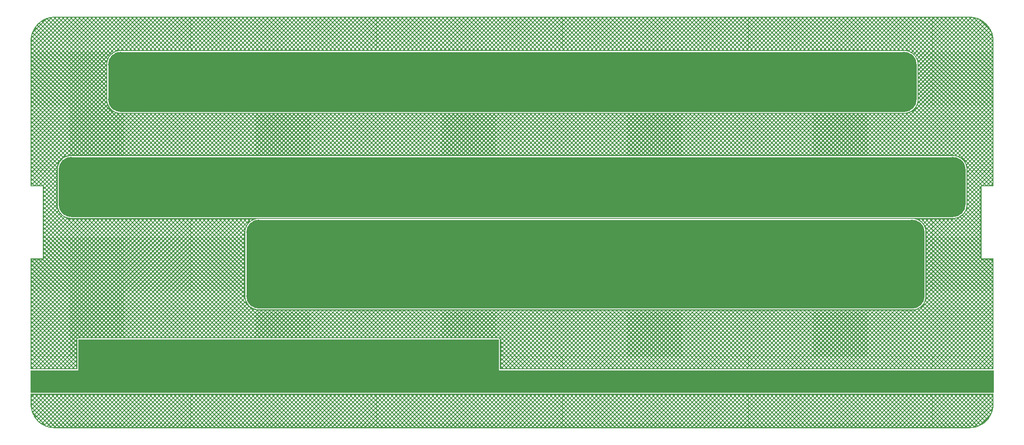
<source format=gbr>
%TF.GenerationSoftware,KiCad,Pcbnew,(6.0.11)*%
%TF.CreationDate,2023-02-12T17:43:03-06:00*%
%TF.ProjectId,RetroElf-Front-Panel,52657472-6f45-46c6-962d-46726f6e742d,rev?*%
%TF.SameCoordinates,Original*%
%TF.FileFunction,Copper,L1,Top*%
%TF.FilePolarity,Positive*%
%FSLAX46Y46*%
G04 Gerber Fmt 4.6, Leading zero omitted, Abs format (unit mm)*
G04 Created by KiCad (PCBNEW (6.0.11)) date 2023-02-12 17:43:03*
%MOMM*%
%LPD*%
G01*
G04 APERTURE LIST*
%TA.AperFunction,NonConductor*%
%ADD10C,0.100000*%
%TD*%
%TA.AperFunction,NonConductor*%
%ADD11C,2.590000*%
%TD*%
G04 APERTURE END LIST*
D10*
X56537000Y-112439200D02*
X143815400Y-112439200D01*
X143815400Y-112439200D02*
X143815400Y-118840000D01*
X143815400Y-118840000D02*
X56537000Y-118840000D01*
X56537000Y-118840000D02*
X56537000Y-112439200D01*
G36*
X56537000Y-112439200D02*
G01*
X143815400Y-112439200D01*
X143815400Y-118840000D01*
X56537000Y-118840000D01*
X56537000Y-112439200D01*
G37*
X52473948Y-77082908D02*
X240726052Y-77082908D01*
X240726052Y-77082908D02*
X240726052Y-84365092D01*
X240726052Y-84365092D02*
X52473948Y-84365092D01*
X52473948Y-84365092D02*
X52473948Y-77082908D01*
G36*
X52473948Y-77082908D02*
G01*
X240726052Y-77082908D01*
X240726052Y-84365092D01*
X52473948Y-84365092D01*
X52473948Y-77082908D01*
G37*
D11*
X229316480Y-55253894D02*
G75*
G03*
X229316480Y-55253894I-1295000J0D01*
G01*
X230975100Y-103388422D02*
G75*
G03*
X230975100Y-103388422I-1295000J0D01*
G01*
X95301090Y-90127586D02*
G75*
G03*
X95301090Y-90127586I-1295000J0D01*
G01*
X239481052Y-84365092D02*
G75*
G03*
X239481052Y-84365092I-1295000J0D01*
G01*
D10*
X62746470Y-55253894D02*
X230561480Y-55253894D01*
X230561480Y-55253894D02*
X230561480Y-62536078D01*
X230561480Y-62536078D02*
X62746470Y-62536078D01*
X62746470Y-62536078D02*
X62746470Y-55253894D01*
G36*
X62746470Y-55253894D02*
G01*
X230561480Y-55253894D01*
X230561480Y-62536078D01*
X62746470Y-62536078D01*
X62746470Y-55253894D01*
G37*
X91456090Y-90127586D02*
X232220100Y-90127586D01*
X232220100Y-90127586D02*
X232220100Y-103388422D01*
X232220100Y-103388422D02*
X91456090Y-103388422D01*
X91456090Y-103388422D02*
X91456090Y-90127586D01*
G36*
X91456090Y-90127586D02*
G01*
X232220100Y-90127586D01*
X232220100Y-103388422D01*
X91456090Y-103388422D01*
X91456090Y-90127586D01*
G37*
X94006090Y-87587586D02*
X229680100Y-87587586D01*
X229680100Y-87587586D02*
X229680100Y-90127586D01*
X229680100Y-90127586D02*
X94006090Y-90127586D01*
X94006090Y-90127586D02*
X94006090Y-87587586D01*
G36*
X94006090Y-87587586D02*
G01*
X229680100Y-87587586D01*
X229680100Y-90127586D01*
X94006090Y-90127586D01*
X94006090Y-87587586D01*
G37*
X55023948Y-74542908D02*
X238186052Y-74542908D01*
X238186052Y-74542908D02*
X238186052Y-77082908D01*
X238186052Y-77082908D02*
X55023948Y-77082908D01*
X55023948Y-77082908D02*
X55023948Y-74542908D01*
G36*
X55023948Y-74542908D02*
G01*
X238186052Y-74542908D01*
X238186052Y-77082908D01*
X55023948Y-77082908D01*
X55023948Y-74542908D01*
G37*
X46600000Y-118840000D02*
X246600000Y-118840000D01*
X246600000Y-118840000D02*
X246600000Y-123380000D01*
X246600000Y-123380000D02*
X46600000Y-123380000D01*
X46600000Y-123380000D02*
X46600000Y-118840000D01*
G36*
X46600000Y-118840000D02*
G01*
X246600000Y-118840000D01*
X246600000Y-123380000D01*
X46600000Y-123380000D01*
X46600000Y-118840000D01*
G37*
D11*
X66591470Y-62536080D02*
G75*
G03*
X66591470Y-62536080I-1295000J0D01*
G01*
X66591470Y-55253890D02*
G75*
G03*
X66591470Y-55253890I-1295000J0D01*
G01*
X95301090Y-103388422D02*
G75*
G03*
X95301090Y-103388422I-1295000J0D01*
G01*
X239481052Y-77082908D02*
G75*
G03*
X239481052Y-77082908I-1295000J0D01*
G01*
D10*
X55023948Y-84365092D02*
X238186052Y-84365092D01*
X238186052Y-84365092D02*
X238186052Y-86905092D01*
X238186052Y-86905092D02*
X55023948Y-86905092D01*
X55023948Y-86905092D02*
X55023948Y-84365092D01*
G36*
X55023948Y-84365092D02*
G01*
X238186052Y-84365092D01*
X238186052Y-86905092D01*
X55023948Y-86905092D01*
X55023948Y-84365092D01*
G37*
D11*
X229316480Y-62536078D02*
G75*
G03*
X229316480Y-62536078I-1295000J0D01*
G01*
D10*
X94006090Y-103388422D02*
X229680100Y-103388422D01*
X229680100Y-103388422D02*
X229680100Y-105928422D01*
X229680100Y-105928422D02*
X94006090Y-105928422D01*
X94006090Y-105928422D02*
X94006090Y-103388422D01*
G36*
X94006090Y-103388422D02*
G01*
X229680100Y-103388422D01*
X229680100Y-105928422D01*
X94006090Y-105928422D01*
X94006090Y-103388422D01*
G37*
D11*
X56318948Y-84365092D02*
G75*
G03*
X56318948Y-84365092I-1295000J0D01*
G01*
X56318948Y-77082908D02*
G75*
G03*
X56318948Y-77082908I-1295000J0D01*
G01*
D10*
X65296470Y-52713894D02*
X228021480Y-52713894D01*
X228021480Y-52713894D02*
X228021480Y-55253894D01*
X228021480Y-55253894D02*
X65296470Y-55253894D01*
X65296470Y-55253894D02*
X65296470Y-52713894D01*
G36*
X65296470Y-52713894D02*
G01*
X228021480Y-52713894D01*
X228021480Y-55253894D01*
X65296470Y-55253894D01*
X65296470Y-52713894D01*
G37*
X65296470Y-62536078D02*
X228021480Y-62536078D01*
X228021480Y-62536078D02*
X228021480Y-65076078D01*
X228021480Y-65076078D02*
X65296470Y-65076078D01*
X65296470Y-65076078D02*
X65296470Y-62536078D01*
G36*
X65296470Y-62536078D02*
G01*
X228021480Y-62536078D01*
X228021480Y-65076078D01*
X65296470Y-65076078D01*
X65296470Y-62536078D01*
G37*
D11*
X230975100Y-90127586D02*
G75*
G03*
X230975100Y-90127586I-1295000J0D01*
G01*
%TA.AperFunction,NonConductor*%
G36*
X241599804Y-45341001D02*
G01*
X241600000Y-45341082D01*
X241600177Y-45341008D01*
X241600252Y-45341010D01*
X242012336Y-45358054D01*
X242013294Y-45358134D01*
X242308605Y-45394944D01*
X242432623Y-45411272D01*
X242433487Y-45411419D01*
X242488238Y-45422899D01*
X242696573Y-45466583D01*
X242696704Y-45466611D01*
X242798076Y-45489084D01*
X242847421Y-45500023D01*
X242848206Y-45500227D01*
X243094122Y-45573440D01*
X243094290Y-45573492D01*
X243253078Y-45623558D01*
X243253813Y-45623816D01*
X243296120Y-45640324D01*
X243486726Y-45714698D01*
X243486863Y-45714754D01*
X243646755Y-45780984D01*
X243647411Y-45781279D01*
X243868421Y-45889325D01*
X243868684Y-45889458D01*
X244025561Y-45971123D01*
X244026148Y-45971450D01*
X244235350Y-46096107D01*
X244235647Y-46096290D01*
X244386795Y-46192582D01*
X244387308Y-46192928D01*
X244584285Y-46333567D01*
X244584608Y-46333807D01*
X244727858Y-46443727D01*
X244728254Y-46444045D01*
X244905273Y-46593972D01*
X244912329Y-46599948D01*
X244912671Y-46600250D01*
X245046267Y-46722668D01*
X245046636Y-46723021D01*
X245216979Y-46893364D01*
X245217332Y-46893733D01*
X245339750Y-47027329D01*
X245340052Y-47027671D01*
X245495955Y-47211746D01*
X245496273Y-47212142D01*
X245502797Y-47220643D01*
X245606193Y-47355392D01*
X245606433Y-47355715D01*
X245747072Y-47552692D01*
X245747418Y-47553205D01*
X245843710Y-47704353D01*
X245843893Y-47704650D01*
X245968550Y-47913852D01*
X245968877Y-47914439D01*
X246050542Y-48071316D01*
X246050675Y-48071579D01*
X246158721Y-48292589D01*
X246159016Y-48293245D01*
X246182188Y-48349185D01*
X246225223Y-48453081D01*
X246225303Y-48453277D01*
X246254080Y-48527027D01*
X246316184Y-48686187D01*
X246316442Y-48686922D01*
X246366508Y-48845710D01*
X246366560Y-48845878D01*
X246429625Y-49057706D01*
X246439770Y-49091783D01*
X246439979Y-49092589D01*
X246473389Y-49243296D01*
X246473417Y-49243427D01*
X246528580Y-49506508D01*
X246528729Y-49507382D01*
X246545059Y-49631425D01*
X246581862Y-49926668D01*
X246581866Y-49926704D01*
X246581946Y-49927667D01*
X246598990Y-50339747D01*
X246598992Y-50339823D01*
X246598918Y-50340000D01*
X246598999Y-50340196D01*
X246599000Y-50340231D01*
X246599000Y-80577300D01*
X246595573Y-80585573D01*
X246587300Y-80589000D01*
X244100198Y-80589000D01*
X244100000Y-80588918D01*
X244099802Y-80589000D01*
X244099235Y-80589235D01*
X244098918Y-80590000D01*
X244099000Y-80590198D01*
X244099000Y-95589802D01*
X244098918Y-95590000D01*
X244099000Y-95590198D01*
X244099235Y-95590765D01*
X244100000Y-95591082D01*
X244100198Y-95591000D01*
X246587300Y-95591000D01*
X246595573Y-95594427D01*
X246599000Y-95602700D01*
X246599000Y-118575189D01*
X246595573Y-118583462D01*
X246589583Y-118586664D01*
X246576457Y-118589275D01*
X246574174Y-118589500D01*
X144077600Y-118589500D01*
X144069327Y-118586073D01*
X144065900Y-118577800D01*
X144065900Y-118212749D01*
X144705299Y-118212749D01*
X144884050Y-118391500D01*
X145095062Y-118391500D01*
X145273814Y-118212749D01*
X145553827Y-118212749D01*
X145732578Y-118391500D01*
X145943590Y-118391500D01*
X146122342Y-118212749D01*
X146402355Y-118212749D01*
X146581107Y-118391500D01*
X146792119Y-118391500D01*
X146970870Y-118212749D01*
X147250884Y-118212749D01*
X147429635Y-118391500D01*
X147640647Y-118391500D01*
X147819398Y-118212749D01*
X148099412Y-118212749D01*
X148278163Y-118391500D01*
X148489175Y-118391500D01*
X148667926Y-118212749D01*
X148947940Y-118212749D01*
X149126691Y-118391500D01*
X149337703Y-118391500D01*
X149516454Y-118212749D01*
X149796468Y-118212749D01*
X149975219Y-118391500D01*
X150186231Y-118391500D01*
X150364982Y-118212749D01*
X150644996Y-118212749D01*
X150823747Y-118391500D01*
X151034759Y-118391500D01*
X151213511Y-118212749D01*
X151493524Y-118212749D01*
X151672275Y-118391500D01*
X151883287Y-118391500D01*
X152062039Y-118212749D01*
X152342052Y-118212749D01*
X152520804Y-118391500D01*
X152731816Y-118391500D01*
X152910567Y-118212749D01*
X153190581Y-118212749D01*
X153369332Y-118391500D01*
X153580344Y-118391500D01*
X153759095Y-118212749D01*
X154039109Y-118212749D01*
X154217860Y-118391500D01*
X154428872Y-118391500D01*
X154607623Y-118212749D01*
X154887637Y-118212749D01*
X155066388Y-118391500D01*
X155277400Y-118391500D01*
X155456151Y-118212749D01*
X155736165Y-118212749D01*
X155914916Y-118391500D01*
X156125928Y-118391500D01*
X156304679Y-118212749D01*
X156584693Y-118212749D01*
X156763444Y-118391500D01*
X156974456Y-118391500D01*
X157153208Y-118212749D01*
X157433221Y-118212749D01*
X157611972Y-118391500D01*
X157822984Y-118391500D01*
X158001736Y-118212749D01*
X158281749Y-118212749D01*
X158460501Y-118391500D01*
X158671513Y-118391500D01*
X158850264Y-118212749D01*
X159130277Y-118212749D01*
X159309029Y-118391500D01*
X159520041Y-118391500D01*
X159698792Y-118212749D01*
X159978806Y-118212749D01*
X160157557Y-118391500D01*
X160368569Y-118391500D01*
X160547320Y-118212749D01*
X160827334Y-118212749D01*
X161006085Y-118391500D01*
X161217097Y-118391500D01*
X161395848Y-118212749D01*
X161675862Y-118212749D01*
X161854613Y-118391500D01*
X162065625Y-118391500D01*
X162244376Y-118212749D01*
X162524390Y-118212749D01*
X162703141Y-118391500D01*
X162914153Y-118391500D01*
X163092904Y-118212749D01*
X163372918Y-118212749D01*
X163551669Y-118391500D01*
X163762681Y-118391500D01*
X163941433Y-118212749D01*
X164221446Y-118212749D01*
X164400198Y-118391500D01*
X164611210Y-118391500D01*
X164789961Y-118212749D01*
X165069974Y-118212749D01*
X165248726Y-118391500D01*
X165459738Y-118391500D01*
X165638489Y-118212749D01*
X165918503Y-118212749D01*
X166097254Y-118391500D01*
X166308266Y-118391500D01*
X166487017Y-118212749D01*
X166767031Y-118212749D01*
X166945782Y-118391500D01*
X167156794Y-118391500D01*
X167335545Y-118212749D01*
X167615559Y-118212749D01*
X167794310Y-118391500D01*
X168005322Y-118391500D01*
X168184073Y-118212749D01*
X168464087Y-118212749D01*
X168642838Y-118391500D01*
X168853850Y-118391500D01*
X169032601Y-118212749D01*
X169312615Y-118212749D01*
X169491366Y-118391500D01*
X169702378Y-118391500D01*
X169881130Y-118212749D01*
X170161143Y-118212749D01*
X170339894Y-118391500D01*
X170550906Y-118391500D01*
X170729658Y-118212749D01*
X171009671Y-118212749D01*
X171188423Y-118391500D01*
X171399435Y-118391500D01*
X171578186Y-118212749D01*
X171858200Y-118212749D01*
X172036951Y-118391500D01*
X172247963Y-118391500D01*
X172426714Y-118212749D01*
X172706728Y-118212749D01*
X172885479Y-118391500D01*
X173096491Y-118391500D01*
X173275242Y-118212749D01*
X173555256Y-118212749D01*
X173734007Y-118391500D01*
X173945019Y-118391500D01*
X174123770Y-118212749D01*
X174403784Y-118212749D01*
X174582535Y-118391500D01*
X174793547Y-118391500D01*
X174972298Y-118212749D01*
X175252312Y-118212749D01*
X175431063Y-118391500D01*
X175642075Y-118391500D01*
X175820827Y-118212749D01*
X176100840Y-118212749D01*
X176279591Y-118391500D01*
X176490603Y-118391500D01*
X176669355Y-118212749D01*
X176949368Y-118212749D01*
X177128120Y-118391500D01*
X177339132Y-118391500D01*
X177517883Y-118212749D01*
X177797896Y-118212749D01*
X177976648Y-118391500D01*
X178187660Y-118391500D01*
X178366411Y-118212749D01*
X178646425Y-118212749D01*
X178825176Y-118391500D01*
X179036188Y-118391500D01*
X179214939Y-118212749D01*
X179494953Y-118212749D01*
X179673704Y-118391500D01*
X179884716Y-118391500D01*
X180063467Y-118212749D01*
X180343481Y-118212749D01*
X180522232Y-118391500D01*
X180733244Y-118391500D01*
X180911995Y-118212749D01*
X181192009Y-118212749D01*
X181370760Y-118391500D01*
X181581772Y-118391500D01*
X181760523Y-118212749D01*
X182040537Y-118212749D01*
X182219288Y-118391500D01*
X182430300Y-118391500D01*
X182609052Y-118212749D01*
X182889065Y-118212749D01*
X183067817Y-118391500D01*
X183278829Y-118391500D01*
X183457580Y-118212749D01*
X183737593Y-118212749D01*
X183916345Y-118391500D01*
X184127357Y-118391500D01*
X184306108Y-118212749D01*
X184586122Y-118212749D01*
X184764873Y-118391500D01*
X184975885Y-118391500D01*
X185154636Y-118212749D01*
X185434650Y-118212749D01*
X185613401Y-118391500D01*
X185824413Y-118391500D01*
X186003164Y-118212749D01*
X186283178Y-118212749D01*
X186461929Y-118391500D01*
X186672941Y-118391500D01*
X186851692Y-118212749D01*
X187131706Y-118212749D01*
X187310457Y-118391500D01*
X187521469Y-118391500D01*
X187700220Y-118212749D01*
X187980234Y-118212749D01*
X188158985Y-118391500D01*
X188369997Y-118391500D01*
X188548749Y-118212749D01*
X188828762Y-118212749D01*
X189007514Y-118391500D01*
X189218526Y-118391500D01*
X189397277Y-118212749D01*
X189677290Y-118212749D01*
X189856042Y-118391500D01*
X190067054Y-118391500D01*
X190245805Y-118212749D01*
X190525819Y-118212749D01*
X190704570Y-118391500D01*
X190915582Y-118391500D01*
X191094333Y-118212749D01*
X191374347Y-118212749D01*
X191553098Y-118391500D01*
X191764110Y-118391500D01*
X191942861Y-118212749D01*
X192222875Y-118212749D01*
X192401626Y-118391500D01*
X192612638Y-118391500D01*
X192791389Y-118212749D01*
X193071403Y-118212749D01*
X193250154Y-118391500D01*
X193461166Y-118391500D01*
X193639917Y-118212749D01*
X193919931Y-118212749D01*
X194098682Y-118391500D01*
X194309694Y-118391500D01*
X194488446Y-118212749D01*
X194768459Y-118212749D01*
X194947210Y-118391500D01*
X195158222Y-118391500D01*
X195336974Y-118212749D01*
X195616987Y-118212749D01*
X195795739Y-118391500D01*
X196006751Y-118391500D01*
X196185502Y-118212749D01*
X196465516Y-118212749D01*
X196644267Y-118391500D01*
X196855279Y-118391500D01*
X197034030Y-118212749D01*
X197314044Y-118212749D01*
X197492795Y-118391500D01*
X197703807Y-118391500D01*
X197882558Y-118212749D01*
X198162572Y-118212749D01*
X198341323Y-118391500D01*
X198552335Y-118391500D01*
X198731086Y-118212749D01*
X199011100Y-118212749D01*
X199189851Y-118391500D01*
X199400863Y-118391500D01*
X199579614Y-118212749D01*
X199859628Y-118212749D01*
X200038379Y-118391500D01*
X200249391Y-118391500D01*
X200428143Y-118212749D01*
X200708156Y-118212749D01*
X200886907Y-118391500D01*
X201097919Y-118391500D01*
X201276671Y-118212749D01*
X201556684Y-118212749D01*
X201735436Y-118391500D01*
X201946448Y-118391500D01*
X202125199Y-118212749D01*
X202405212Y-118212749D01*
X202583964Y-118391500D01*
X202794976Y-118391500D01*
X202973727Y-118212749D01*
X203253741Y-118212749D01*
X203432492Y-118391500D01*
X203643504Y-118391500D01*
X203822255Y-118212749D01*
X204102269Y-118212749D01*
X204281020Y-118391500D01*
X204492032Y-118391500D01*
X204670783Y-118212749D01*
X204950797Y-118212749D01*
X205129548Y-118391500D01*
X205340560Y-118391500D01*
X205519311Y-118212749D01*
X205799325Y-118212749D01*
X205978076Y-118391500D01*
X206189088Y-118391500D01*
X206367839Y-118212749D01*
X206647853Y-118212749D01*
X206826604Y-118391500D01*
X207037616Y-118391500D01*
X207216368Y-118212749D01*
X207496381Y-118212749D01*
X207675133Y-118391500D01*
X207886145Y-118391500D01*
X208064896Y-118212749D01*
X208344909Y-118212749D01*
X208523661Y-118391500D01*
X208734673Y-118391500D01*
X208913424Y-118212749D01*
X209193438Y-118212749D01*
X209372189Y-118391500D01*
X209583201Y-118391500D01*
X209761952Y-118212749D01*
X210041966Y-118212749D01*
X210220717Y-118391500D01*
X210431729Y-118391500D01*
X210610480Y-118212749D01*
X210890494Y-118212749D01*
X211069245Y-118391500D01*
X211280257Y-118391500D01*
X211459008Y-118212749D01*
X211739022Y-118212749D01*
X211917773Y-118391500D01*
X212128785Y-118391500D01*
X212307536Y-118212749D01*
X212587550Y-118212749D01*
X212766301Y-118391500D01*
X212977313Y-118391500D01*
X213156065Y-118212749D01*
X213436078Y-118212749D01*
X213614829Y-118391500D01*
X213825841Y-118391500D01*
X214004593Y-118212749D01*
X214284606Y-118212749D01*
X214463358Y-118391500D01*
X214674370Y-118391500D01*
X214853121Y-118212749D01*
X215133135Y-118212749D01*
X215311886Y-118391500D01*
X215522898Y-118391500D01*
X215701649Y-118212749D01*
X215981663Y-118212749D01*
X216160414Y-118391500D01*
X216371426Y-118391500D01*
X216550177Y-118212749D01*
X216830191Y-118212749D01*
X217008942Y-118391500D01*
X217219954Y-118391500D01*
X217398705Y-118212749D01*
X217678719Y-118212749D01*
X217857470Y-118391500D01*
X218068482Y-118391500D01*
X218247233Y-118212749D01*
X218527247Y-118212749D01*
X218705998Y-118391500D01*
X218917010Y-118391500D01*
X219095762Y-118212749D01*
X219375775Y-118212749D01*
X219554526Y-118391500D01*
X219765538Y-118391500D01*
X219944290Y-118212749D01*
X220224303Y-118212749D01*
X220403055Y-118391500D01*
X220614067Y-118391500D01*
X220792818Y-118212749D01*
X221072831Y-118212749D01*
X221251583Y-118391500D01*
X221462595Y-118391500D01*
X221641346Y-118212749D01*
X221921360Y-118212749D01*
X222100111Y-118391500D01*
X222311123Y-118391500D01*
X222489874Y-118212749D01*
X222769888Y-118212749D01*
X222948639Y-118391500D01*
X223159651Y-118391500D01*
X223338402Y-118212749D01*
X223618416Y-118212749D01*
X223797167Y-118391500D01*
X224008179Y-118391500D01*
X224186930Y-118212749D01*
X224466944Y-118212749D01*
X224645695Y-118391500D01*
X224856707Y-118391500D01*
X225035458Y-118212749D01*
X225315472Y-118212749D01*
X225494223Y-118391500D01*
X225705235Y-118391500D01*
X225883987Y-118212749D01*
X226164000Y-118212749D01*
X226342752Y-118391500D01*
X226553764Y-118391500D01*
X226732515Y-118212749D01*
X227012528Y-118212749D01*
X227191280Y-118391500D01*
X227402292Y-118391500D01*
X227581043Y-118212749D01*
X227861057Y-118212749D01*
X228039808Y-118391500D01*
X228250820Y-118391500D01*
X228429571Y-118212749D01*
X228709585Y-118212749D01*
X228888336Y-118391500D01*
X229099348Y-118391500D01*
X229278099Y-118212749D01*
X229558113Y-118212749D01*
X229736864Y-118391500D01*
X229947876Y-118391500D01*
X230126627Y-118212749D01*
X230406641Y-118212749D01*
X230585392Y-118391500D01*
X230796404Y-118391500D01*
X230975155Y-118212749D01*
X231255169Y-118212749D01*
X231433920Y-118391500D01*
X231644932Y-118391500D01*
X231823684Y-118212749D01*
X232103697Y-118212749D01*
X232282449Y-118391500D01*
X232493461Y-118391500D01*
X232672212Y-118212749D01*
X232952225Y-118212749D01*
X233130977Y-118391500D01*
X233341989Y-118391500D01*
X233520740Y-118212749D01*
X233800754Y-118212749D01*
X233979505Y-118391500D01*
X234190517Y-118391500D01*
X234369268Y-118212749D01*
X234649282Y-118212749D01*
X234828033Y-118391500D01*
X235039045Y-118391500D01*
X235217796Y-118212749D01*
X235497810Y-118212749D01*
X235676561Y-118391500D01*
X235887573Y-118391500D01*
X236066324Y-118212749D01*
X236346338Y-118212749D01*
X236525089Y-118391500D01*
X236736101Y-118391500D01*
X236914852Y-118212749D01*
X237194866Y-118212749D01*
X237373617Y-118391500D01*
X237584629Y-118391500D01*
X237763381Y-118212749D01*
X238043394Y-118212749D01*
X238222145Y-118391500D01*
X238433157Y-118391500D01*
X238611909Y-118212749D01*
X238891922Y-118212749D01*
X239070674Y-118391500D01*
X239281686Y-118391500D01*
X239460437Y-118212749D01*
X239740451Y-118212749D01*
X239919202Y-118391500D01*
X240130214Y-118391500D01*
X240308965Y-118212749D01*
X240588979Y-118212749D01*
X240767730Y-118391500D01*
X240978742Y-118391500D01*
X241157493Y-118212749D01*
X241437507Y-118212749D01*
X241616258Y-118391500D01*
X241827270Y-118391500D01*
X242006021Y-118212749D01*
X242286035Y-118212749D01*
X242464786Y-118391500D01*
X242675798Y-118391500D01*
X242854549Y-118212749D01*
X243134563Y-118212749D01*
X243313314Y-118391500D01*
X243524326Y-118391500D01*
X243703078Y-118212749D01*
X243983091Y-118212749D01*
X244161842Y-118391500D01*
X244372854Y-118391500D01*
X244551606Y-118212749D01*
X244831619Y-118212749D01*
X245010371Y-118391500D01*
X245221383Y-118391500D01*
X245400134Y-118212749D01*
X245680147Y-118212749D01*
X245858899Y-118391500D01*
X246069911Y-118391500D01*
X246248662Y-118212749D01*
X245964405Y-117928492D01*
X245680147Y-118212749D01*
X245400134Y-118212749D01*
X245115877Y-117928492D01*
X244831619Y-118212749D01*
X244551606Y-118212749D01*
X244267348Y-117928492D01*
X243983091Y-118212749D01*
X243703078Y-118212749D01*
X243418820Y-117928492D01*
X243134563Y-118212749D01*
X242854549Y-118212749D01*
X242570292Y-117928492D01*
X242286035Y-118212749D01*
X242006021Y-118212749D01*
X241721764Y-117928492D01*
X241437507Y-118212749D01*
X241157493Y-118212749D01*
X240873236Y-117928492D01*
X240588979Y-118212749D01*
X240308965Y-118212749D01*
X240024708Y-117928492D01*
X239740451Y-118212749D01*
X239460437Y-118212749D01*
X239176180Y-117928492D01*
X238891922Y-118212749D01*
X238611909Y-118212749D01*
X238327651Y-117928492D01*
X238043394Y-118212749D01*
X237763381Y-118212749D01*
X237479123Y-117928492D01*
X237194866Y-118212749D01*
X236914852Y-118212749D01*
X236630595Y-117928492D01*
X236346338Y-118212749D01*
X236066324Y-118212749D01*
X235782067Y-117928492D01*
X235497810Y-118212749D01*
X235217796Y-118212749D01*
X234933539Y-117928492D01*
X234649282Y-118212749D01*
X234369268Y-118212749D01*
X234085011Y-117928492D01*
X233800754Y-118212749D01*
X233520740Y-118212749D01*
X233236483Y-117928492D01*
X232952225Y-118212749D01*
X232672212Y-118212749D01*
X232387955Y-117928492D01*
X232103697Y-118212749D01*
X231823684Y-118212749D01*
X231539426Y-117928492D01*
X231255169Y-118212749D01*
X230975155Y-118212749D01*
X230690898Y-117928492D01*
X230406641Y-118212749D01*
X230126627Y-118212749D01*
X229842370Y-117928492D01*
X229558113Y-118212749D01*
X229278099Y-118212749D01*
X228993842Y-117928492D01*
X228709585Y-118212749D01*
X228429571Y-118212749D01*
X228145314Y-117928492D01*
X227861057Y-118212749D01*
X227581043Y-118212749D01*
X227296786Y-117928492D01*
X227012528Y-118212749D01*
X226732515Y-118212749D01*
X226448258Y-117928492D01*
X226164000Y-118212749D01*
X225883987Y-118212749D01*
X225599729Y-117928492D01*
X225315472Y-118212749D01*
X225035458Y-118212749D01*
X224751201Y-117928492D01*
X224466944Y-118212749D01*
X224186930Y-118212749D01*
X223902673Y-117928492D01*
X223618416Y-118212749D01*
X223338402Y-118212749D01*
X223054145Y-117928492D01*
X222769888Y-118212749D01*
X222489874Y-118212749D01*
X222205617Y-117928492D01*
X221921360Y-118212749D01*
X221641346Y-118212749D01*
X221357089Y-117928492D01*
X221072831Y-118212749D01*
X220792818Y-118212749D01*
X220508561Y-117928492D01*
X220224303Y-118212749D01*
X219944290Y-118212749D01*
X219660032Y-117928492D01*
X219375775Y-118212749D01*
X219095762Y-118212749D01*
X218811504Y-117928492D01*
X218527247Y-118212749D01*
X218247233Y-118212749D01*
X217962976Y-117928492D01*
X217678719Y-118212749D01*
X217398705Y-118212749D01*
X217114448Y-117928492D01*
X216830191Y-118212749D01*
X216550177Y-118212749D01*
X216265920Y-117928492D01*
X215981663Y-118212749D01*
X215701649Y-118212749D01*
X215417392Y-117928492D01*
X215133135Y-118212749D01*
X214853121Y-118212749D01*
X214568864Y-117928492D01*
X214284606Y-118212749D01*
X214004593Y-118212749D01*
X213720335Y-117928492D01*
X213436078Y-118212749D01*
X213156065Y-118212749D01*
X212871807Y-117928492D01*
X212587550Y-118212749D01*
X212307536Y-118212749D01*
X212023279Y-117928492D01*
X211739022Y-118212749D01*
X211459008Y-118212749D01*
X211174751Y-117928492D01*
X210890494Y-118212749D01*
X210610480Y-118212749D01*
X210326223Y-117928492D01*
X210041966Y-118212749D01*
X209761952Y-118212749D01*
X209477695Y-117928492D01*
X209193438Y-118212749D01*
X208913424Y-118212749D01*
X208629167Y-117928492D01*
X208344909Y-118212749D01*
X208064896Y-118212749D01*
X207780639Y-117928492D01*
X207496381Y-118212749D01*
X207216368Y-118212749D01*
X206932110Y-117928492D01*
X206647853Y-118212749D01*
X206367839Y-118212749D01*
X206083582Y-117928492D01*
X205799325Y-118212749D01*
X205519311Y-118212749D01*
X205235054Y-117928492D01*
X204950797Y-118212749D01*
X204670783Y-118212749D01*
X204386526Y-117928492D01*
X204102269Y-118212749D01*
X203822255Y-118212749D01*
X203537998Y-117928492D01*
X203253741Y-118212749D01*
X202973727Y-118212749D01*
X202689470Y-117928492D01*
X202405212Y-118212749D01*
X202125199Y-118212749D01*
X201840942Y-117928492D01*
X201556684Y-118212749D01*
X201276671Y-118212749D01*
X200992413Y-117928492D01*
X200708156Y-118212749D01*
X200428143Y-118212749D01*
X200143885Y-117928492D01*
X199859628Y-118212749D01*
X199579614Y-118212749D01*
X199295357Y-117928492D01*
X199011100Y-118212749D01*
X198731086Y-118212749D01*
X198446829Y-117928492D01*
X198162572Y-118212749D01*
X197882558Y-118212749D01*
X197598301Y-117928492D01*
X197314044Y-118212749D01*
X197034030Y-118212749D01*
X196749773Y-117928492D01*
X196465516Y-118212749D01*
X196185502Y-118212749D01*
X195901245Y-117928492D01*
X195616987Y-118212749D01*
X195336974Y-118212749D01*
X195052716Y-117928492D01*
X194768459Y-118212749D01*
X194488446Y-118212749D01*
X194204188Y-117928492D01*
X193919931Y-118212749D01*
X193639917Y-118212749D01*
X193355660Y-117928492D01*
X193071403Y-118212749D01*
X192791389Y-118212749D01*
X192507132Y-117928492D01*
X192222875Y-118212749D01*
X191942861Y-118212749D01*
X191658604Y-117928492D01*
X191374347Y-118212749D01*
X191094333Y-118212749D01*
X190810076Y-117928492D01*
X190525819Y-118212749D01*
X190245805Y-118212749D01*
X189961548Y-117928492D01*
X189677290Y-118212749D01*
X189397277Y-118212749D01*
X189113020Y-117928492D01*
X188828762Y-118212749D01*
X188548749Y-118212749D01*
X188264491Y-117928492D01*
X187980234Y-118212749D01*
X187700220Y-118212749D01*
X187415963Y-117928492D01*
X187131706Y-118212749D01*
X186851692Y-118212749D01*
X186567435Y-117928492D01*
X186283178Y-118212749D01*
X186003164Y-118212749D01*
X185718907Y-117928492D01*
X185434650Y-118212749D01*
X185154636Y-118212749D01*
X184870379Y-117928492D01*
X184586122Y-118212749D01*
X184306108Y-118212749D01*
X184021851Y-117928492D01*
X183737593Y-118212749D01*
X183457580Y-118212749D01*
X183173323Y-117928492D01*
X182889065Y-118212749D01*
X182609052Y-118212749D01*
X182324794Y-117928492D01*
X182040537Y-118212749D01*
X181760523Y-118212749D01*
X181476266Y-117928492D01*
X181192009Y-118212749D01*
X180911995Y-118212749D01*
X180627738Y-117928492D01*
X180343481Y-118212749D01*
X180063467Y-118212749D01*
X179779210Y-117928492D01*
X179494953Y-118212749D01*
X179214939Y-118212749D01*
X178930682Y-117928492D01*
X178646425Y-118212749D01*
X178366411Y-118212749D01*
X178082154Y-117928492D01*
X177797896Y-118212749D01*
X177517883Y-118212749D01*
X177233626Y-117928492D01*
X176949368Y-118212749D01*
X176669355Y-118212749D01*
X176385097Y-117928492D01*
X176100840Y-118212749D01*
X175820827Y-118212749D01*
X175536569Y-117928492D01*
X175252312Y-118212749D01*
X174972298Y-118212749D01*
X174688041Y-117928492D01*
X174403784Y-118212749D01*
X174123770Y-118212749D01*
X173839513Y-117928492D01*
X173555256Y-118212749D01*
X173275242Y-118212749D01*
X172990985Y-117928492D01*
X172706728Y-118212749D01*
X172426714Y-118212749D01*
X172142457Y-117928492D01*
X171858200Y-118212749D01*
X171578186Y-118212749D01*
X171293929Y-117928492D01*
X171009671Y-118212749D01*
X170729658Y-118212749D01*
X170445400Y-117928492D01*
X170161143Y-118212749D01*
X169881130Y-118212749D01*
X169596872Y-117928492D01*
X169312615Y-118212749D01*
X169032601Y-118212749D01*
X168748344Y-117928492D01*
X168464087Y-118212749D01*
X168184073Y-118212749D01*
X167899816Y-117928492D01*
X167615559Y-118212749D01*
X167335545Y-118212749D01*
X167051288Y-117928492D01*
X166767031Y-118212749D01*
X166487017Y-118212749D01*
X166202760Y-117928492D01*
X165918503Y-118212749D01*
X165638489Y-118212749D01*
X165354232Y-117928492D01*
X165069974Y-118212749D01*
X164789961Y-118212749D01*
X164505704Y-117928492D01*
X164221446Y-118212749D01*
X163941433Y-118212749D01*
X163657175Y-117928492D01*
X163372918Y-118212749D01*
X163092904Y-118212749D01*
X162808647Y-117928492D01*
X162524390Y-118212749D01*
X162244376Y-118212749D01*
X161960119Y-117928492D01*
X161675862Y-118212749D01*
X161395848Y-118212749D01*
X161111591Y-117928492D01*
X160827334Y-118212749D01*
X160547320Y-118212749D01*
X160263063Y-117928492D01*
X159978806Y-118212749D01*
X159698792Y-118212749D01*
X159414535Y-117928492D01*
X159130277Y-118212749D01*
X158850264Y-118212749D01*
X158566007Y-117928492D01*
X158281749Y-118212749D01*
X158001736Y-118212749D01*
X157717478Y-117928492D01*
X157433221Y-118212749D01*
X157153208Y-118212749D01*
X156868950Y-117928492D01*
X156584693Y-118212749D01*
X156304679Y-118212749D01*
X156020422Y-117928492D01*
X155736165Y-118212749D01*
X155456151Y-118212749D01*
X155171894Y-117928492D01*
X154887637Y-118212749D01*
X154607623Y-118212749D01*
X154323366Y-117928492D01*
X154039109Y-118212749D01*
X153759095Y-118212749D01*
X153474838Y-117928492D01*
X153190581Y-118212749D01*
X152910567Y-118212749D01*
X152626310Y-117928492D01*
X152342052Y-118212749D01*
X152062039Y-118212749D01*
X151777781Y-117928492D01*
X151493524Y-118212749D01*
X151213511Y-118212749D01*
X150929253Y-117928492D01*
X150644996Y-118212749D01*
X150364982Y-118212749D01*
X150080725Y-117928492D01*
X149796468Y-118212749D01*
X149516454Y-118212749D01*
X149232197Y-117928492D01*
X148947940Y-118212749D01*
X148667926Y-118212749D01*
X148383669Y-117928492D01*
X148099412Y-118212749D01*
X147819398Y-118212749D01*
X147535141Y-117928492D01*
X147250884Y-118212749D01*
X146970870Y-118212749D01*
X146686613Y-117928492D01*
X146402355Y-118212749D01*
X146122342Y-118212749D01*
X145838084Y-117928492D01*
X145553827Y-118212749D01*
X145273814Y-118212749D01*
X144989556Y-117928492D01*
X144705299Y-118212749D01*
X144065900Y-118212749D01*
X144065900Y-117788485D01*
X144281035Y-117788485D01*
X144565292Y-118072742D01*
X144849550Y-117788485D01*
X145129563Y-117788485D01*
X145413820Y-118072742D01*
X145698078Y-117788485D01*
X145978091Y-117788485D01*
X146262349Y-118072742D01*
X146546606Y-117788485D01*
X146826619Y-117788485D01*
X147110877Y-118072742D01*
X147395134Y-117788485D01*
X147675148Y-117788485D01*
X147959405Y-118072742D01*
X148243662Y-117788485D01*
X148523676Y-117788485D01*
X148807933Y-118072742D01*
X149092190Y-117788485D01*
X149372204Y-117788485D01*
X149656461Y-118072742D01*
X149940718Y-117788485D01*
X150220732Y-117788485D01*
X150504989Y-118072742D01*
X150789246Y-117788485D01*
X151069260Y-117788485D01*
X151353517Y-118072742D01*
X151637775Y-117788485D01*
X151917788Y-117788485D01*
X152202046Y-118072742D01*
X152486303Y-117788485D01*
X152766316Y-117788485D01*
X153050574Y-118072742D01*
X153334831Y-117788485D01*
X153614845Y-117788485D01*
X153899102Y-118072742D01*
X154183359Y-117788485D01*
X154463373Y-117788485D01*
X154747630Y-118072742D01*
X155031887Y-117788485D01*
X155311901Y-117788485D01*
X155596158Y-118072742D01*
X155880415Y-117788485D01*
X156160429Y-117788485D01*
X156444686Y-118072742D01*
X156728943Y-117788485D01*
X157008957Y-117788485D01*
X157293214Y-118072742D01*
X157577472Y-117788485D01*
X157857485Y-117788485D01*
X158141742Y-118072742D01*
X158426000Y-117788485D01*
X158706013Y-117788485D01*
X158990271Y-118072742D01*
X159274528Y-117788485D01*
X159554542Y-117788485D01*
X159838799Y-118072742D01*
X160123056Y-117788485D01*
X160403070Y-117788485D01*
X160687327Y-118072742D01*
X160971584Y-117788485D01*
X161251598Y-117788485D01*
X161535855Y-118072742D01*
X161820112Y-117788485D01*
X162100126Y-117788485D01*
X162384383Y-118072742D01*
X162668640Y-117788485D01*
X162948654Y-117788485D01*
X163232911Y-118072742D01*
X163517169Y-117788485D01*
X163797182Y-117788485D01*
X164081439Y-118072742D01*
X164365697Y-117788485D01*
X164645710Y-117788485D01*
X164929968Y-118072742D01*
X165214225Y-117788485D01*
X165494238Y-117788485D01*
X165778496Y-118072742D01*
X166062753Y-117788485D01*
X166342767Y-117788485D01*
X166627024Y-118072742D01*
X166911281Y-117788485D01*
X167191295Y-117788485D01*
X167475552Y-118072742D01*
X167759809Y-117788485D01*
X168039823Y-117788485D01*
X168324080Y-118072742D01*
X168608337Y-117788485D01*
X168888351Y-117788485D01*
X169172608Y-118072742D01*
X169456865Y-117788485D01*
X169736879Y-117788485D01*
X170021136Y-118072742D01*
X170305394Y-117788485D01*
X170585407Y-117788485D01*
X170869665Y-118072742D01*
X171153922Y-117788485D01*
X171433935Y-117788485D01*
X171718193Y-118072742D01*
X172002450Y-117788485D01*
X172282464Y-117788485D01*
X172566721Y-118072742D01*
X172850978Y-117788485D01*
X173130992Y-117788485D01*
X173415249Y-118072742D01*
X173699506Y-117788485D01*
X173979520Y-117788485D01*
X174263777Y-118072742D01*
X174548034Y-117788485D01*
X174828048Y-117788485D01*
X175112305Y-118072742D01*
X175396562Y-117788485D01*
X175676576Y-117788485D01*
X175960833Y-118072742D01*
X176245091Y-117788485D01*
X176525104Y-117788485D01*
X176809362Y-118072742D01*
X177093619Y-117788485D01*
X177373632Y-117788485D01*
X177657890Y-118072742D01*
X177942147Y-117788485D01*
X178222161Y-117788485D01*
X178506418Y-118072742D01*
X178790675Y-117788485D01*
X179070689Y-117788485D01*
X179354946Y-118072742D01*
X179639203Y-117788485D01*
X179919217Y-117788485D01*
X180203474Y-118072742D01*
X180487731Y-117788485D01*
X180767745Y-117788485D01*
X181052002Y-118072742D01*
X181336259Y-117788485D01*
X181616273Y-117788485D01*
X181900530Y-118072742D01*
X182184788Y-117788485D01*
X182464801Y-117788485D01*
X182749058Y-118072742D01*
X183033316Y-117788485D01*
X183313329Y-117788485D01*
X183597587Y-118072742D01*
X183881844Y-117788485D01*
X184161858Y-117788485D01*
X184446115Y-118072742D01*
X184730372Y-117788485D01*
X185010386Y-117788485D01*
X185294643Y-118072742D01*
X185578900Y-117788485D01*
X185858914Y-117788485D01*
X186143171Y-118072742D01*
X186427428Y-117788485D01*
X186707442Y-117788485D01*
X186991699Y-118072742D01*
X187275956Y-117788485D01*
X187555970Y-117788485D01*
X187840227Y-118072742D01*
X188124485Y-117788485D01*
X188404498Y-117788485D01*
X188688755Y-118072742D01*
X188973013Y-117788485D01*
X189253026Y-117788485D01*
X189537284Y-118072742D01*
X189821541Y-117788485D01*
X190101554Y-117788485D01*
X190385812Y-118072742D01*
X190670069Y-117788485D01*
X190950083Y-117788485D01*
X191234340Y-118072742D01*
X191518597Y-117788485D01*
X191798611Y-117788485D01*
X192082868Y-118072742D01*
X192367125Y-117788485D01*
X192647139Y-117788485D01*
X192931396Y-118072742D01*
X193215653Y-117788485D01*
X193495667Y-117788485D01*
X193779924Y-118072742D01*
X194064181Y-117788485D01*
X194344195Y-117788485D01*
X194628452Y-118072742D01*
X194912710Y-117788485D01*
X195192723Y-117788485D01*
X195476981Y-118072742D01*
X195761238Y-117788485D01*
X196041251Y-117788485D01*
X196325509Y-118072742D01*
X196609766Y-117788485D01*
X196889780Y-117788485D01*
X197174037Y-118072742D01*
X197458294Y-117788485D01*
X197738308Y-117788485D01*
X198022565Y-118072742D01*
X198306822Y-117788485D01*
X198586836Y-117788485D01*
X198871093Y-118072742D01*
X199155350Y-117788485D01*
X199435364Y-117788485D01*
X199719621Y-118072742D01*
X200003878Y-117788485D01*
X200283892Y-117788485D01*
X200568149Y-118072742D01*
X200852407Y-117788485D01*
X201132420Y-117788485D01*
X201416677Y-118072742D01*
X201700935Y-117788485D01*
X201980948Y-117788485D01*
X202265206Y-118072742D01*
X202549463Y-117788485D01*
X202829477Y-117788485D01*
X203113734Y-118072742D01*
X203397991Y-117788485D01*
X203678005Y-117788485D01*
X203962262Y-118072742D01*
X204246519Y-117788485D01*
X204526533Y-117788485D01*
X204810790Y-118072742D01*
X205095047Y-117788485D01*
X205375061Y-117788485D01*
X205659318Y-118072742D01*
X205943575Y-117788485D01*
X206223589Y-117788485D01*
X206507846Y-118072742D01*
X206792104Y-117788485D01*
X207072117Y-117788485D01*
X207356374Y-118072742D01*
X207640632Y-117788485D01*
X207920645Y-117788485D01*
X208204903Y-118072742D01*
X208489160Y-117788485D01*
X208769174Y-117788485D01*
X209053431Y-118072742D01*
X209337688Y-117788485D01*
X209617702Y-117788485D01*
X209901959Y-118072742D01*
X210186216Y-117788485D01*
X210466230Y-117788485D01*
X210750487Y-118072742D01*
X211034744Y-117788485D01*
X211314758Y-117788485D01*
X211599015Y-118072742D01*
X211883272Y-117788485D01*
X212163286Y-117788485D01*
X212447543Y-118072742D01*
X212731801Y-117788485D01*
X213011814Y-117788485D01*
X213296071Y-118072742D01*
X213580329Y-117788485D01*
X213860342Y-117788485D01*
X214144600Y-118072742D01*
X214428857Y-117788485D01*
X214708870Y-117788485D01*
X214993128Y-118072742D01*
X215277385Y-117788485D01*
X215557399Y-117788485D01*
X215841656Y-118072742D01*
X216125913Y-117788485D01*
X216405927Y-117788485D01*
X216690184Y-118072742D01*
X216974441Y-117788485D01*
X217254455Y-117788485D01*
X217538712Y-118072742D01*
X217822969Y-117788485D01*
X218102983Y-117788485D01*
X218387240Y-118072742D01*
X218671497Y-117788485D01*
X218951511Y-117788485D01*
X219235768Y-118072742D01*
X219520026Y-117788485D01*
X219800039Y-117788485D01*
X220084297Y-118072742D01*
X220368554Y-117788485D01*
X220648567Y-117788485D01*
X220932825Y-118072742D01*
X221217082Y-117788485D01*
X221497096Y-117788485D01*
X221781353Y-118072742D01*
X222065610Y-117788485D01*
X222345624Y-117788485D01*
X222629881Y-118072742D01*
X222914138Y-117788485D01*
X223194152Y-117788485D01*
X223478409Y-118072742D01*
X223762666Y-117788485D01*
X224042680Y-117788485D01*
X224326937Y-118072742D01*
X224611194Y-117788485D01*
X224891208Y-117788485D01*
X225175465Y-118072742D01*
X225459723Y-117788485D01*
X225739736Y-117788485D01*
X226023993Y-118072742D01*
X226308251Y-117788485D01*
X226588264Y-117788485D01*
X226872522Y-118072742D01*
X227156779Y-117788485D01*
X227436793Y-117788485D01*
X227721050Y-118072742D01*
X228005307Y-117788485D01*
X228285321Y-117788485D01*
X228569578Y-118072742D01*
X228853835Y-117788485D01*
X229133849Y-117788485D01*
X229418106Y-118072742D01*
X229702363Y-117788485D01*
X229982377Y-117788485D01*
X230266634Y-118072742D01*
X230550891Y-117788485D01*
X230830905Y-117788485D01*
X231115162Y-118072742D01*
X231399420Y-117788485D01*
X231679433Y-117788485D01*
X231963690Y-118072742D01*
X232247948Y-117788485D01*
X232527961Y-117788485D01*
X232812219Y-118072742D01*
X233096476Y-117788485D01*
X233376489Y-117788485D01*
X233660747Y-118072742D01*
X233945004Y-117788485D01*
X234225018Y-117788485D01*
X234509275Y-118072742D01*
X234793532Y-117788485D01*
X235073546Y-117788485D01*
X235357803Y-118072742D01*
X235642060Y-117788485D01*
X235922074Y-117788485D01*
X236206331Y-118072742D01*
X236490588Y-117788485D01*
X236770602Y-117788485D01*
X237054859Y-118072742D01*
X237339116Y-117788485D01*
X237619130Y-117788485D01*
X237903387Y-118072742D01*
X238187645Y-117788485D01*
X238467658Y-117788485D01*
X238751916Y-118072742D01*
X239036173Y-117788485D01*
X239316186Y-117788485D01*
X239600444Y-118072742D01*
X239884701Y-117788485D01*
X240164715Y-117788485D01*
X240448972Y-118072742D01*
X240733229Y-117788485D01*
X241013243Y-117788485D01*
X241297500Y-118072742D01*
X241581757Y-117788485D01*
X241861771Y-117788485D01*
X242146028Y-118072742D01*
X242430285Y-117788485D01*
X242710299Y-117788485D01*
X242994556Y-118072742D01*
X243278813Y-117788485D01*
X243558827Y-117788485D01*
X243843084Y-118072742D01*
X244127342Y-117788485D01*
X244407355Y-117788485D01*
X244691613Y-118072742D01*
X244975870Y-117788485D01*
X245255883Y-117788485D01*
X245540141Y-118072742D01*
X245824398Y-117788485D01*
X246104412Y-117788485D01*
X246388669Y-118072742D01*
X246401000Y-118060411D01*
X246401000Y-117516559D01*
X246388669Y-117504228D01*
X246104412Y-117788485D01*
X245824398Y-117788485D01*
X245540141Y-117504228D01*
X245255883Y-117788485D01*
X244975870Y-117788485D01*
X244691613Y-117504228D01*
X244407355Y-117788485D01*
X244127342Y-117788485D01*
X243843084Y-117504228D01*
X243558827Y-117788485D01*
X243278813Y-117788485D01*
X242994556Y-117504228D01*
X242710299Y-117788485D01*
X242430285Y-117788485D01*
X242146028Y-117504228D01*
X241861771Y-117788485D01*
X241581757Y-117788485D01*
X241297500Y-117504228D01*
X241013243Y-117788485D01*
X240733229Y-117788485D01*
X240448972Y-117504228D01*
X240164715Y-117788485D01*
X239884701Y-117788485D01*
X239600444Y-117504228D01*
X239316186Y-117788485D01*
X239036173Y-117788485D01*
X238751916Y-117504228D01*
X238467658Y-117788485D01*
X238187645Y-117788485D01*
X237903387Y-117504228D01*
X237619130Y-117788485D01*
X237339116Y-117788485D01*
X237054859Y-117504228D01*
X236770602Y-117788485D01*
X236490588Y-117788485D01*
X236206331Y-117504228D01*
X235922074Y-117788485D01*
X235642060Y-117788485D01*
X235357803Y-117504228D01*
X235073546Y-117788485D01*
X234793532Y-117788485D01*
X234509275Y-117504228D01*
X234225018Y-117788485D01*
X233945004Y-117788485D01*
X233660747Y-117504228D01*
X233376489Y-117788485D01*
X233096476Y-117788485D01*
X232812219Y-117504228D01*
X232527961Y-117788485D01*
X232247948Y-117788485D01*
X231963690Y-117504228D01*
X231679433Y-117788485D01*
X231399420Y-117788485D01*
X231115162Y-117504228D01*
X230830905Y-117788485D01*
X230550891Y-117788485D01*
X230266634Y-117504228D01*
X229982377Y-117788485D01*
X229702363Y-117788485D01*
X229418106Y-117504228D01*
X229133849Y-117788485D01*
X228853835Y-117788485D01*
X228569578Y-117504228D01*
X228285321Y-117788485D01*
X228005307Y-117788485D01*
X227721050Y-117504228D01*
X227436793Y-117788485D01*
X227156779Y-117788485D01*
X226872522Y-117504228D01*
X226588264Y-117788485D01*
X226308251Y-117788485D01*
X226023993Y-117504228D01*
X225739736Y-117788485D01*
X225459723Y-117788485D01*
X225175465Y-117504228D01*
X224891208Y-117788485D01*
X224611194Y-117788485D01*
X224326937Y-117504228D01*
X224042680Y-117788485D01*
X223762666Y-117788485D01*
X223478409Y-117504228D01*
X223194152Y-117788485D01*
X222914138Y-117788485D01*
X222629881Y-117504228D01*
X222345624Y-117788485D01*
X222065610Y-117788485D01*
X221781353Y-117504228D01*
X221497096Y-117788485D01*
X221217082Y-117788485D01*
X220932825Y-117504228D01*
X220648567Y-117788485D01*
X220368554Y-117788485D01*
X220084297Y-117504228D01*
X219800039Y-117788485D01*
X219520026Y-117788485D01*
X219235768Y-117504228D01*
X218951511Y-117788485D01*
X218671497Y-117788485D01*
X218387240Y-117504228D01*
X218102983Y-117788485D01*
X217822969Y-117788485D01*
X217538712Y-117504228D01*
X217254455Y-117788485D01*
X216974441Y-117788485D01*
X216690184Y-117504228D01*
X216405927Y-117788485D01*
X216125913Y-117788485D01*
X215841656Y-117504228D01*
X215557399Y-117788485D01*
X215277385Y-117788485D01*
X214993128Y-117504228D01*
X214708870Y-117788485D01*
X214428857Y-117788485D01*
X214144600Y-117504228D01*
X213860342Y-117788485D01*
X213580329Y-117788485D01*
X213296071Y-117504228D01*
X213011814Y-117788485D01*
X212731801Y-117788485D01*
X212447543Y-117504228D01*
X212163286Y-117788485D01*
X211883272Y-117788485D01*
X211599015Y-117504228D01*
X211314758Y-117788485D01*
X211034744Y-117788485D01*
X210750487Y-117504228D01*
X210466230Y-117788485D01*
X210186216Y-117788485D01*
X209901959Y-117504228D01*
X209617702Y-117788485D01*
X209337688Y-117788485D01*
X209053431Y-117504228D01*
X208769174Y-117788485D01*
X208489160Y-117788485D01*
X208204903Y-117504228D01*
X207920645Y-117788485D01*
X207640632Y-117788485D01*
X207356374Y-117504228D01*
X207072117Y-117788485D01*
X206792104Y-117788485D01*
X206507846Y-117504228D01*
X206223589Y-117788485D01*
X205943575Y-117788485D01*
X205659318Y-117504228D01*
X205375061Y-117788485D01*
X205095047Y-117788485D01*
X204810790Y-117504228D01*
X204526533Y-117788485D01*
X204246519Y-117788485D01*
X203962262Y-117504228D01*
X203678005Y-117788485D01*
X203397991Y-117788485D01*
X203113734Y-117504228D01*
X202829477Y-117788485D01*
X202549463Y-117788485D01*
X202265206Y-117504228D01*
X201980948Y-117788485D01*
X201700935Y-117788485D01*
X201416677Y-117504228D01*
X201132420Y-117788485D01*
X200852407Y-117788485D01*
X200568149Y-117504228D01*
X200283892Y-117788485D01*
X200003878Y-117788485D01*
X199719621Y-117504228D01*
X199435364Y-117788485D01*
X199155350Y-117788485D01*
X198871093Y-117504228D01*
X198586836Y-117788485D01*
X198306822Y-117788485D01*
X198022565Y-117504228D01*
X197738308Y-117788485D01*
X197458294Y-117788485D01*
X197174037Y-117504228D01*
X196889780Y-117788485D01*
X196609766Y-117788485D01*
X196325509Y-117504228D01*
X196041251Y-117788485D01*
X195761238Y-117788485D01*
X195476981Y-117504228D01*
X195192723Y-117788485D01*
X194912710Y-117788485D01*
X194628452Y-117504228D01*
X194344195Y-117788485D01*
X194064181Y-117788485D01*
X193779924Y-117504228D01*
X193495667Y-117788485D01*
X193215653Y-117788485D01*
X192931396Y-117504228D01*
X192647139Y-117788485D01*
X192367125Y-117788485D01*
X192082868Y-117504228D01*
X191798611Y-117788485D01*
X191518597Y-117788485D01*
X191234340Y-117504228D01*
X190950083Y-117788485D01*
X190670069Y-117788485D01*
X190385812Y-117504228D01*
X190101554Y-117788485D01*
X189821541Y-117788485D01*
X189537284Y-117504228D01*
X189253026Y-117788485D01*
X188973013Y-117788485D01*
X188688755Y-117504228D01*
X188404498Y-117788485D01*
X188124485Y-117788485D01*
X187840227Y-117504228D01*
X187555970Y-117788485D01*
X187275956Y-117788485D01*
X186991699Y-117504228D01*
X186707442Y-117788485D01*
X186427428Y-117788485D01*
X186143171Y-117504228D01*
X185858914Y-117788485D01*
X185578900Y-117788485D01*
X185294643Y-117504228D01*
X185010386Y-117788485D01*
X184730372Y-117788485D01*
X184446115Y-117504228D01*
X184161858Y-117788485D01*
X183881844Y-117788485D01*
X183597587Y-117504228D01*
X183313329Y-117788485D01*
X183033316Y-117788485D01*
X182749058Y-117504228D01*
X182464801Y-117788485D01*
X182184788Y-117788485D01*
X181900530Y-117504228D01*
X181616273Y-117788485D01*
X181336259Y-117788485D01*
X181052002Y-117504228D01*
X180767745Y-117788485D01*
X180487731Y-117788485D01*
X180203474Y-117504228D01*
X179919217Y-117788485D01*
X179639203Y-117788485D01*
X179354946Y-117504228D01*
X179070689Y-117788485D01*
X178790675Y-117788485D01*
X178506418Y-117504228D01*
X178222161Y-117788485D01*
X177942147Y-117788485D01*
X177657890Y-117504228D01*
X177373632Y-117788485D01*
X177093619Y-117788485D01*
X176809362Y-117504228D01*
X176525104Y-117788485D01*
X176245091Y-117788485D01*
X175960833Y-117504228D01*
X175676576Y-117788485D01*
X175396562Y-117788485D01*
X175112305Y-117504228D01*
X174828048Y-117788485D01*
X174548034Y-117788485D01*
X174263777Y-117504228D01*
X173979520Y-117788485D01*
X173699506Y-117788485D01*
X173415249Y-117504228D01*
X173130992Y-117788485D01*
X172850978Y-117788485D01*
X172566721Y-117504228D01*
X172282464Y-117788485D01*
X172002450Y-117788485D01*
X171718193Y-117504228D01*
X171433935Y-117788485D01*
X171153922Y-117788485D01*
X170869665Y-117504228D01*
X170585407Y-117788485D01*
X170305394Y-117788485D01*
X170021136Y-117504228D01*
X169736879Y-117788485D01*
X169456865Y-117788485D01*
X169172608Y-117504228D01*
X168888351Y-117788485D01*
X168608337Y-117788485D01*
X168324080Y-117504228D01*
X168039823Y-117788485D01*
X167759809Y-117788485D01*
X167475552Y-117504228D01*
X167191295Y-117788485D01*
X166911281Y-117788485D01*
X166627024Y-117504228D01*
X166342767Y-117788485D01*
X166062753Y-117788485D01*
X165778496Y-117504228D01*
X165494238Y-117788485D01*
X165214225Y-117788485D01*
X164929968Y-117504228D01*
X164645710Y-117788485D01*
X164365697Y-117788485D01*
X164081439Y-117504228D01*
X163797182Y-117788485D01*
X163517169Y-117788485D01*
X163232911Y-117504228D01*
X162948654Y-117788485D01*
X162668640Y-117788485D01*
X162384383Y-117504228D01*
X162100126Y-117788485D01*
X161820112Y-117788485D01*
X161535855Y-117504228D01*
X161251598Y-117788485D01*
X160971584Y-117788485D01*
X160687327Y-117504228D01*
X160403070Y-117788485D01*
X160123056Y-117788485D01*
X159838799Y-117504228D01*
X159554542Y-117788485D01*
X159274528Y-117788485D01*
X158990271Y-117504228D01*
X158706013Y-117788485D01*
X158426000Y-117788485D01*
X158141742Y-117504228D01*
X157857485Y-117788485D01*
X157577472Y-117788485D01*
X157293214Y-117504228D01*
X157008957Y-117788485D01*
X156728943Y-117788485D01*
X156444686Y-117504228D01*
X156160429Y-117788485D01*
X155880415Y-117788485D01*
X155596158Y-117504228D01*
X155311901Y-117788485D01*
X155031887Y-117788485D01*
X154747630Y-117504228D01*
X154463373Y-117788485D01*
X154183359Y-117788485D01*
X153899102Y-117504228D01*
X153614845Y-117788485D01*
X153334831Y-117788485D01*
X153050574Y-117504228D01*
X152766316Y-117788485D01*
X152486303Y-117788485D01*
X152202046Y-117504228D01*
X151917788Y-117788485D01*
X151637775Y-117788485D01*
X151353517Y-117504228D01*
X151069260Y-117788485D01*
X150789246Y-117788485D01*
X150504989Y-117504228D01*
X150220732Y-117788485D01*
X149940718Y-117788485D01*
X149656461Y-117504228D01*
X149372204Y-117788485D01*
X149092190Y-117788485D01*
X148807933Y-117504228D01*
X148523676Y-117788485D01*
X148243662Y-117788485D01*
X147959405Y-117504228D01*
X147675148Y-117788485D01*
X147395134Y-117788485D01*
X147110877Y-117504228D01*
X146826619Y-117788485D01*
X146546606Y-117788485D01*
X146262349Y-117504228D01*
X145978091Y-117788485D01*
X145698078Y-117788485D01*
X145413820Y-117504228D01*
X145129563Y-117788485D01*
X144849550Y-117788485D01*
X144565292Y-117504228D01*
X144281035Y-117788485D01*
X144065900Y-117788485D01*
X144065900Y-117364221D01*
X144705299Y-117364221D01*
X144989556Y-117648478D01*
X145273814Y-117364221D01*
X145553827Y-117364221D01*
X145838084Y-117648478D01*
X146122342Y-117364221D01*
X146402355Y-117364221D01*
X146686613Y-117648478D01*
X146970870Y-117364221D01*
X147250884Y-117364221D01*
X147535141Y-117648478D01*
X147819398Y-117364221D01*
X148099412Y-117364221D01*
X148383669Y-117648478D01*
X148667926Y-117364221D01*
X148947940Y-117364221D01*
X149232197Y-117648478D01*
X149516454Y-117364221D01*
X149796468Y-117364221D01*
X150080725Y-117648478D01*
X150364982Y-117364221D01*
X150644996Y-117364221D01*
X150929253Y-117648478D01*
X151213511Y-117364221D01*
X151493524Y-117364221D01*
X151777781Y-117648478D01*
X152062039Y-117364221D01*
X152342052Y-117364221D01*
X152626310Y-117648478D01*
X152910567Y-117364221D01*
X153190581Y-117364221D01*
X153474838Y-117648478D01*
X153759095Y-117364221D01*
X154039109Y-117364221D01*
X154323366Y-117648478D01*
X154607623Y-117364221D01*
X154887637Y-117364221D01*
X155171894Y-117648478D01*
X155456151Y-117364221D01*
X155736165Y-117364221D01*
X156020422Y-117648478D01*
X156304679Y-117364221D01*
X156584693Y-117364221D01*
X156868950Y-117648478D01*
X157153208Y-117364221D01*
X157433221Y-117364221D01*
X157717478Y-117648478D01*
X158001736Y-117364221D01*
X158281749Y-117364221D01*
X158566007Y-117648478D01*
X158850264Y-117364221D01*
X159130277Y-117364221D01*
X159414535Y-117648478D01*
X159698792Y-117364221D01*
X159978806Y-117364221D01*
X160263063Y-117648478D01*
X160547320Y-117364221D01*
X160827334Y-117364221D01*
X161111591Y-117648478D01*
X161395848Y-117364221D01*
X161675862Y-117364221D01*
X161960119Y-117648478D01*
X162244376Y-117364221D01*
X162524390Y-117364221D01*
X162808647Y-117648478D01*
X163092904Y-117364221D01*
X163372918Y-117364221D01*
X163657175Y-117648478D01*
X163941433Y-117364221D01*
X164221446Y-117364221D01*
X164505704Y-117648478D01*
X164789961Y-117364221D01*
X165069974Y-117364221D01*
X165354232Y-117648478D01*
X165638489Y-117364221D01*
X165918503Y-117364221D01*
X166202760Y-117648478D01*
X166487017Y-117364221D01*
X166767031Y-117364221D01*
X167051288Y-117648478D01*
X167335545Y-117364221D01*
X167615559Y-117364221D01*
X167899816Y-117648478D01*
X168184073Y-117364221D01*
X168464087Y-117364221D01*
X168748344Y-117648478D01*
X169032601Y-117364221D01*
X169312615Y-117364221D01*
X169596872Y-117648478D01*
X169881130Y-117364221D01*
X170161143Y-117364221D01*
X170445400Y-117648478D01*
X170729658Y-117364221D01*
X171009671Y-117364221D01*
X171293929Y-117648478D01*
X171578186Y-117364221D01*
X171858200Y-117364221D01*
X172142457Y-117648478D01*
X172426714Y-117364221D01*
X172706728Y-117364221D01*
X172990985Y-117648478D01*
X173275242Y-117364221D01*
X173555256Y-117364221D01*
X173839513Y-117648478D01*
X174123770Y-117364221D01*
X174403784Y-117364221D01*
X174688041Y-117648478D01*
X174972298Y-117364221D01*
X175252312Y-117364221D01*
X175536569Y-117648478D01*
X175820827Y-117364221D01*
X176100840Y-117364221D01*
X176385097Y-117648478D01*
X176669355Y-117364221D01*
X176949368Y-117364221D01*
X177233626Y-117648478D01*
X177517883Y-117364221D01*
X177797896Y-117364221D01*
X178082154Y-117648478D01*
X178366411Y-117364221D01*
X178646425Y-117364221D01*
X178930682Y-117648478D01*
X179214939Y-117364221D01*
X179494953Y-117364221D01*
X179779210Y-117648478D01*
X180063467Y-117364221D01*
X180343481Y-117364221D01*
X180627738Y-117648478D01*
X180911995Y-117364221D01*
X181192009Y-117364221D01*
X181476266Y-117648478D01*
X181760523Y-117364221D01*
X182040537Y-117364221D01*
X182324794Y-117648478D01*
X182609052Y-117364221D01*
X182889065Y-117364221D01*
X183173323Y-117648478D01*
X183457580Y-117364221D01*
X183737593Y-117364221D01*
X184021851Y-117648478D01*
X184306108Y-117364221D01*
X184586122Y-117364221D01*
X184870379Y-117648478D01*
X185154636Y-117364221D01*
X185434650Y-117364221D01*
X185718907Y-117648478D01*
X186003164Y-117364221D01*
X186283178Y-117364221D01*
X186567435Y-117648478D01*
X186851692Y-117364221D01*
X187131706Y-117364221D01*
X187415963Y-117648478D01*
X187700220Y-117364221D01*
X187980234Y-117364221D01*
X188264491Y-117648478D01*
X188548749Y-117364221D01*
X188828762Y-117364221D01*
X189113020Y-117648478D01*
X189397277Y-117364221D01*
X189677290Y-117364221D01*
X189961548Y-117648478D01*
X190245805Y-117364221D01*
X190525819Y-117364221D01*
X190810076Y-117648478D01*
X191094333Y-117364221D01*
X191374347Y-117364221D01*
X191658604Y-117648478D01*
X191942861Y-117364221D01*
X192222875Y-117364221D01*
X192507132Y-117648478D01*
X192791389Y-117364221D01*
X193071403Y-117364221D01*
X193355660Y-117648478D01*
X193639917Y-117364221D01*
X193919931Y-117364221D01*
X194204188Y-117648478D01*
X194488446Y-117364221D01*
X194768459Y-117364221D01*
X195052716Y-117648478D01*
X195336974Y-117364221D01*
X195616987Y-117364221D01*
X195901245Y-117648478D01*
X196185502Y-117364221D01*
X196465516Y-117364221D01*
X196749773Y-117648478D01*
X197034030Y-117364221D01*
X197314044Y-117364221D01*
X197598301Y-117648478D01*
X197882558Y-117364221D01*
X198162572Y-117364221D01*
X198446829Y-117648478D01*
X198731086Y-117364221D01*
X199011100Y-117364221D01*
X199295357Y-117648478D01*
X199579614Y-117364221D01*
X199859628Y-117364221D01*
X200143885Y-117648478D01*
X200428143Y-117364221D01*
X200708156Y-117364221D01*
X200992413Y-117648478D01*
X201276671Y-117364221D01*
X201556684Y-117364221D01*
X201840942Y-117648478D01*
X202125199Y-117364221D01*
X202405212Y-117364221D01*
X202689470Y-117648478D01*
X202973727Y-117364221D01*
X203253741Y-117364221D01*
X203537998Y-117648478D01*
X203822255Y-117364221D01*
X204102269Y-117364221D01*
X204386526Y-117648478D01*
X204670783Y-117364221D01*
X204950797Y-117364221D01*
X205235054Y-117648478D01*
X205519311Y-117364221D01*
X205799325Y-117364221D01*
X206083582Y-117648478D01*
X206367839Y-117364221D01*
X206647853Y-117364221D01*
X206932110Y-117648478D01*
X207216368Y-117364221D01*
X207496381Y-117364221D01*
X207780639Y-117648478D01*
X208064896Y-117364221D01*
X208344909Y-117364221D01*
X208629167Y-117648478D01*
X208913424Y-117364221D01*
X209193438Y-117364221D01*
X209477695Y-117648478D01*
X209761952Y-117364221D01*
X210041966Y-117364221D01*
X210326223Y-117648478D01*
X210610480Y-117364221D01*
X210890494Y-117364221D01*
X211174751Y-117648478D01*
X211459008Y-117364221D01*
X211739022Y-117364221D01*
X212023279Y-117648478D01*
X212307536Y-117364221D01*
X212587550Y-117364221D01*
X212871807Y-117648478D01*
X213156065Y-117364221D01*
X213436078Y-117364221D01*
X213720335Y-117648478D01*
X214004593Y-117364221D01*
X214284606Y-117364221D01*
X214568864Y-117648478D01*
X214853121Y-117364221D01*
X215133135Y-117364221D01*
X215417392Y-117648478D01*
X215701649Y-117364221D01*
X215981663Y-117364221D01*
X216265920Y-117648478D01*
X216550177Y-117364221D01*
X216830191Y-117364221D01*
X217114448Y-117648478D01*
X217398705Y-117364221D01*
X217678719Y-117364221D01*
X217962976Y-117648478D01*
X218247233Y-117364221D01*
X218527247Y-117364221D01*
X218811504Y-117648478D01*
X219095762Y-117364221D01*
X219375775Y-117364221D01*
X219660032Y-117648478D01*
X219944290Y-117364221D01*
X220224303Y-117364221D01*
X220508561Y-117648478D01*
X220792818Y-117364221D01*
X221072831Y-117364221D01*
X221357089Y-117648478D01*
X221641346Y-117364221D01*
X221921360Y-117364221D01*
X222205617Y-117648478D01*
X222489874Y-117364221D01*
X222769888Y-117364221D01*
X223054145Y-117648478D01*
X223338402Y-117364221D01*
X223618416Y-117364221D01*
X223902673Y-117648478D01*
X224186930Y-117364221D01*
X224466944Y-117364221D01*
X224751201Y-117648478D01*
X225035458Y-117364221D01*
X225315472Y-117364221D01*
X225599729Y-117648478D01*
X225883987Y-117364221D01*
X226164000Y-117364221D01*
X226448258Y-117648478D01*
X226732515Y-117364221D01*
X227012528Y-117364221D01*
X227296786Y-117648478D01*
X227581043Y-117364221D01*
X227861057Y-117364221D01*
X228145314Y-117648478D01*
X228429571Y-117364221D01*
X228709585Y-117364221D01*
X228993842Y-117648478D01*
X229278099Y-117364221D01*
X229558113Y-117364221D01*
X229842370Y-117648478D01*
X230126627Y-117364221D01*
X230406641Y-117364221D01*
X230690898Y-117648478D01*
X230975155Y-117364221D01*
X231255169Y-117364221D01*
X231539426Y-117648478D01*
X231823684Y-117364221D01*
X232103697Y-117364221D01*
X232387955Y-117648478D01*
X232672212Y-117364221D01*
X232952225Y-117364221D01*
X233236483Y-117648478D01*
X233520740Y-117364221D01*
X233800754Y-117364221D01*
X234085011Y-117648478D01*
X234369268Y-117364221D01*
X234649282Y-117364221D01*
X234933539Y-117648478D01*
X235217796Y-117364221D01*
X235497810Y-117364221D01*
X235782067Y-117648478D01*
X236066324Y-117364221D01*
X236346338Y-117364221D01*
X236630595Y-117648478D01*
X236914852Y-117364221D01*
X237194866Y-117364221D01*
X237479123Y-117648478D01*
X237763381Y-117364221D01*
X238043394Y-117364221D01*
X238327651Y-117648478D01*
X238611909Y-117364221D01*
X238891922Y-117364221D01*
X239176180Y-117648478D01*
X239460437Y-117364221D01*
X239740451Y-117364221D01*
X240024708Y-117648478D01*
X240308965Y-117364221D01*
X240588979Y-117364221D01*
X240873236Y-117648478D01*
X241157493Y-117364221D01*
X241437507Y-117364221D01*
X241721764Y-117648478D01*
X242006021Y-117364221D01*
X242286035Y-117364221D01*
X242570292Y-117648478D01*
X242854549Y-117364221D01*
X243134563Y-117364221D01*
X243418820Y-117648478D01*
X243703078Y-117364221D01*
X243983091Y-117364221D01*
X244267348Y-117648478D01*
X244551606Y-117364221D01*
X244831619Y-117364221D01*
X245115877Y-117648478D01*
X245400134Y-117364221D01*
X245680147Y-117364221D01*
X245964405Y-117648478D01*
X246248662Y-117364221D01*
X245964405Y-117079964D01*
X245680147Y-117364221D01*
X245400134Y-117364221D01*
X245115877Y-117079964D01*
X244831619Y-117364221D01*
X244551606Y-117364221D01*
X244267348Y-117079964D01*
X243983091Y-117364221D01*
X243703078Y-117364221D01*
X243418820Y-117079964D01*
X243134563Y-117364221D01*
X242854549Y-117364221D01*
X242570292Y-117079964D01*
X242286035Y-117364221D01*
X242006021Y-117364221D01*
X241721764Y-117079964D01*
X241437507Y-117364221D01*
X241157493Y-117364221D01*
X240873236Y-117079964D01*
X240588979Y-117364221D01*
X240308965Y-117364221D01*
X240024708Y-117079964D01*
X239740451Y-117364221D01*
X239460437Y-117364221D01*
X239176180Y-117079964D01*
X238891922Y-117364221D01*
X238611909Y-117364221D01*
X238327651Y-117079964D01*
X238043394Y-117364221D01*
X237763381Y-117364221D01*
X237479123Y-117079964D01*
X237194866Y-117364221D01*
X236914852Y-117364221D01*
X236630595Y-117079964D01*
X236346338Y-117364221D01*
X236066324Y-117364221D01*
X235782067Y-117079964D01*
X235497810Y-117364221D01*
X235217796Y-117364221D01*
X234933539Y-117079964D01*
X234649282Y-117364221D01*
X234369268Y-117364221D01*
X234085011Y-117079964D01*
X233800754Y-117364221D01*
X233520740Y-117364221D01*
X233236483Y-117079964D01*
X232952225Y-117364221D01*
X232672212Y-117364221D01*
X232387955Y-117079964D01*
X232103697Y-117364221D01*
X231823684Y-117364221D01*
X231539426Y-117079964D01*
X231255169Y-117364221D01*
X230975155Y-117364221D01*
X230690898Y-117079964D01*
X230406641Y-117364221D01*
X230126627Y-117364221D01*
X229842370Y-117079964D01*
X229558113Y-117364221D01*
X229278099Y-117364221D01*
X228993842Y-117079964D01*
X228709585Y-117364221D01*
X228429571Y-117364221D01*
X228145314Y-117079964D01*
X227861057Y-117364221D01*
X227581043Y-117364221D01*
X227296786Y-117079964D01*
X227012528Y-117364221D01*
X226732515Y-117364221D01*
X226448258Y-117079964D01*
X226164000Y-117364221D01*
X225883987Y-117364221D01*
X225599729Y-117079964D01*
X225315472Y-117364221D01*
X225035458Y-117364221D01*
X224751201Y-117079964D01*
X224466944Y-117364221D01*
X224186930Y-117364221D01*
X223902673Y-117079964D01*
X223618416Y-117364221D01*
X223338402Y-117364221D01*
X223054145Y-117079964D01*
X222769888Y-117364221D01*
X222489874Y-117364221D01*
X222205617Y-117079964D01*
X221921360Y-117364221D01*
X221641346Y-117364221D01*
X221357089Y-117079964D01*
X221072831Y-117364221D01*
X220792818Y-117364221D01*
X220508561Y-117079964D01*
X220224303Y-117364221D01*
X219944290Y-117364221D01*
X219660032Y-117079964D01*
X219375775Y-117364221D01*
X219095762Y-117364221D01*
X218811504Y-117079964D01*
X218527247Y-117364221D01*
X218247233Y-117364221D01*
X217962976Y-117079964D01*
X217678719Y-117364221D01*
X217398705Y-117364221D01*
X217114448Y-117079964D01*
X216830191Y-117364221D01*
X216550177Y-117364221D01*
X216265920Y-117079964D01*
X215981663Y-117364221D01*
X215701649Y-117364221D01*
X215417392Y-117079964D01*
X215133135Y-117364221D01*
X214853121Y-117364221D01*
X214568864Y-117079964D01*
X214284606Y-117364221D01*
X214004593Y-117364221D01*
X213720335Y-117079964D01*
X213436078Y-117364221D01*
X213156065Y-117364221D01*
X212871807Y-117079964D01*
X212587550Y-117364221D01*
X212307536Y-117364221D01*
X212023279Y-117079964D01*
X211739022Y-117364221D01*
X211459008Y-117364221D01*
X211174751Y-117079964D01*
X210890494Y-117364221D01*
X210610480Y-117364221D01*
X210326223Y-117079964D01*
X210041966Y-117364221D01*
X209761952Y-117364221D01*
X209477695Y-117079964D01*
X209193438Y-117364221D01*
X208913424Y-117364221D01*
X208629167Y-117079964D01*
X208344909Y-117364221D01*
X208064896Y-117364221D01*
X207780639Y-117079964D01*
X207496381Y-117364221D01*
X207216368Y-117364221D01*
X206932110Y-117079964D01*
X206647853Y-117364221D01*
X206367839Y-117364221D01*
X206083582Y-117079964D01*
X205799325Y-117364221D01*
X205519311Y-117364221D01*
X205235054Y-117079964D01*
X204950797Y-117364221D01*
X204670783Y-117364221D01*
X204386526Y-117079964D01*
X204102269Y-117364221D01*
X203822255Y-117364221D01*
X203537998Y-117079964D01*
X203253741Y-117364221D01*
X202973727Y-117364221D01*
X202689470Y-117079964D01*
X202405212Y-117364221D01*
X202125199Y-117364221D01*
X201840942Y-117079964D01*
X201556684Y-117364221D01*
X201276671Y-117364221D01*
X200992413Y-117079964D01*
X200708156Y-117364221D01*
X200428143Y-117364221D01*
X200143885Y-117079964D01*
X199859628Y-117364221D01*
X199579614Y-117364221D01*
X199295357Y-117079964D01*
X199011100Y-117364221D01*
X198731086Y-117364221D01*
X198446829Y-117079964D01*
X198162572Y-117364221D01*
X197882558Y-117364221D01*
X197598301Y-117079964D01*
X197314044Y-117364221D01*
X197034030Y-117364221D01*
X196749773Y-117079964D01*
X196465516Y-117364221D01*
X196185502Y-117364221D01*
X195901245Y-117079964D01*
X195616987Y-117364221D01*
X195336974Y-117364221D01*
X195052716Y-117079964D01*
X194768459Y-117364221D01*
X194488446Y-117364221D01*
X194204188Y-117079964D01*
X193919931Y-117364221D01*
X193639917Y-117364221D01*
X193355660Y-117079964D01*
X193071403Y-117364221D01*
X192791389Y-117364221D01*
X192507132Y-117079964D01*
X192222875Y-117364221D01*
X191942861Y-117364221D01*
X191658604Y-117079964D01*
X191374347Y-117364221D01*
X191094333Y-117364221D01*
X190810076Y-117079964D01*
X190525819Y-117364221D01*
X190245805Y-117364221D01*
X189961548Y-117079964D01*
X189677290Y-117364221D01*
X189397277Y-117364221D01*
X189113020Y-117079964D01*
X188828762Y-117364221D01*
X188548749Y-117364221D01*
X188264491Y-117079964D01*
X187980234Y-117364221D01*
X187700220Y-117364221D01*
X187415963Y-117079964D01*
X187131706Y-117364221D01*
X186851692Y-117364221D01*
X186567435Y-117079964D01*
X186283178Y-117364221D01*
X186003164Y-117364221D01*
X185718907Y-117079964D01*
X185434650Y-117364221D01*
X185154636Y-117364221D01*
X184870379Y-117079964D01*
X184586122Y-117364221D01*
X184306108Y-117364221D01*
X184021851Y-117079964D01*
X183737593Y-117364221D01*
X183457580Y-117364221D01*
X183173323Y-117079964D01*
X182889065Y-117364221D01*
X182609052Y-117364221D01*
X182324794Y-117079964D01*
X182040537Y-117364221D01*
X181760523Y-117364221D01*
X181476266Y-117079964D01*
X181192009Y-117364221D01*
X180911995Y-117364221D01*
X180627738Y-117079964D01*
X180343481Y-117364221D01*
X180063467Y-117364221D01*
X179779210Y-117079964D01*
X179494953Y-117364221D01*
X179214939Y-117364221D01*
X178930682Y-117079964D01*
X178646425Y-117364221D01*
X178366411Y-117364221D01*
X178082154Y-117079964D01*
X177797896Y-117364221D01*
X177517883Y-117364221D01*
X177233626Y-117079964D01*
X176949368Y-117364221D01*
X176669355Y-117364221D01*
X176385097Y-117079964D01*
X176100840Y-117364221D01*
X175820827Y-117364221D01*
X175536569Y-117079964D01*
X175252312Y-117364221D01*
X174972298Y-117364221D01*
X174688041Y-117079964D01*
X174403784Y-117364221D01*
X174123770Y-117364221D01*
X173839513Y-117079964D01*
X173555256Y-117364221D01*
X173275242Y-117364221D01*
X172990985Y-117079964D01*
X172706728Y-117364221D01*
X172426714Y-117364221D01*
X172142457Y-117079964D01*
X171858200Y-117364221D01*
X171578186Y-117364221D01*
X171293929Y-117079964D01*
X171009671Y-117364221D01*
X170729658Y-117364221D01*
X170445400Y-117079964D01*
X170161143Y-117364221D01*
X169881130Y-117364221D01*
X169596872Y-117079964D01*
X169312615Y-117364221D01*
X169032601Y-117364221D01*
X168748344Y-117079964D01*
X168464087Y-117364221D01*
X168184073Y-117364221D01*
X167899816Y-117079964D01*
X167615559Y-117364221D01*
X167335545Y-117364221D01*
X167051288Y-117079964D01*
X166767031Y-117364221D01*
X166487017Y-117364221D01*
X166202760Y-117079964D01*
X165918503Y-117364221D01*
X165638489Y-117364221D01*
X165354232Y-117079964D01*
X165069974Y-117364221D01*
X164789961Y-117364221D01*
X164505704Y-117079964D01*
X164221446Y-117364221D01*
X163941433Y-117364221D01*
X163657175Y-117079964D01*
X163372918Y-117364221D01*
X163092904Y-117364221D01*
X162808647Y-117079964D01*
X162524390Y-117364221D01*
X162244376Y-117364221D01*
X161960119Y-117079964D01*
X161675862Y-117364221D01*
X161395848Y-117364221D01*
X161111591Y-117079964D01*
X160827334Y-117364221D01*
X160547320Y-117364221D01*
X160263063Y-117079964D01*
X159978806Y-117364221D01*
X159698792Y-117364221D01*
X159414535Y-117079964D01*
X159130277Y-117364221D01*
X158850264Y-117364221D01*
X158566007Y-117079964D01*
X158281749Y-117364221D01*
X158001736Y-117364221D01*
X157717478Y-117079964D01*
X157433221Y-117364221D01*
X157153208Y-117364221D01*
X156868950Y-117079964D01*
X156584693Y-117364221D01*
X156304679Y-117364221D01*
X156020422Y-117079964D01*
X155736165Y-117364221D01*
X155456151Y-117364221D01*
X155171894Y-117079964D01*
X154887637Y-117364221D01*
X154607623Y-117364221D01*
X154323366Y-117079964D01*
X154039109Y-117364221D01*
X153759095Y-117364221D01*
X153474838Y-117079964D01*
X153190581Y-117364221D01*
X152910567Y-117364221D01*
X152626310Y-117079964D01*
X152342052Y-117364221D01*
X152062039Y-117364221D01*
X151777781Y-117079964D01*
X151493524Y-117364221D01*
X151213511Y-117364221D01*
X150929253Y-117079964D01*
X150644996Y-117364221D01*
X150364982Y-117364221D01*
X150080725Y-117079964D01*
X149796468Y-117364221D01*
X149516454Y-117364221D01*
X149232197Y-117079964D01*
X148947940Y-117364221D01*
X148667926Y-117364221D01*
X148383669Y-117079964D01*
X148099412Y-117364221D01*
X147819398Y-117364221D01*
X147535141Y-117079964D01*
X147250884Y-117364221D01*
X146970870Y-117364221D01*
X146686613Y-117079964D01*
X146402355Y-117364221D01*
X146122342Y-117364221D01*
X145838084Y-117079964D01*
X145553827Y-117364221D01*
X145273814Y-117364221D01*
X144989556Y-117079964D01*
X144705299Y-117364221D01*
X144065900Y-117364221D01*
X144065900Y-116939957D01*
X144281035Y-116939957D01*
X144565292Y-117224214D01*
X144849550Y-116939957D01*
X145129563Y-116939957D01*
X145413820Y-117224214D01*
X145698078Y-116939957D01*
X145978091Y-116939957D01*
X146262349Y-117224214D01*
X146546606Y-116939957D01*
X146826619Y-116939957D01*
X147110877Y-117224214D01*
X147395134Y-116939957D01*
X147675148Y-116939957D01*
X147959405Y-117224214D01*
X148243662Y-116939957D01*
X148523676Y-116939957D01*
X148807933Y-117224214D01*
X149092190Y-116939957D01*
X149372204Y-116939957D01*
X149656461Y-117224214D01*
X149940718Y-116939957D01*
X150220732Y-116939957D01*
X150504989Y-117224214D01*
X150789246Y-116939957D01*
X151069260Y-116939957D01*
X151353517Y-117224214D01*
X151637775Y-116939957D01*
X151917788Y-116939957D01*
X152202046Y-117224214D01*
X152486303Y-116939957D01*
X152766316Y-116939957D01*
X153050574Y-117224214D01*
X153334831Y-116939957D01*
X153614845Y-116939957D01*
X153899102Y-117224214D01*
X154183359Y-116939957D01*
X154463373Y-116939957D01*
X154747630Y-117224214D01*
X155031887Y-116939957D01*
X155311901Y-116939957D01*
X155596158Y-117224214D01*
X155880415Y-116939957D01*
X156160429Y-116939957D01*
X156444686Y-117224214D01*
X156728943Y-116939957D01*
X157008957Y-116939957D01*
X157293214Y-117224214D01*
X157577472Y-116939957D01*
X157857485Y-116939957D01*
X158141742Y-117224214D01*
X158426000Y-116939957D01*
X158706013Y-116939957D01*
X158990271Y-117224214D01*
X159274528Y-116939957D01*
X159554542Y-116939957D01*
X159838799Y-117224214D01*
X160123056Y-116939957D01*
X160403070Y-116939957D01*
X160687327Y-117224214D01*
X160971584Y-116939957D01*
X161251598Y-116939957D01*
X161535855Y-117224214D01*
X161820112Y-116939957D01*
X162100126Y-116939957D01*
X162384383Y-117224214D01*
X162668640Y-116939957D01*
X162948654Y-116939957D01*
X163232911Y-117224214D01*
X163517169Y-116939957D01*
X163797182Y-116939957D01*
X164081439Y-117224214D01*
X164365697Y-116939957D01*
X164645710Y-116939957D01*
X164929968Y-117224214D01*
X165214225Y-116939957D01*
X165494238Y-116939957D01*
X165778496Y-117224214D01*
X166062753Y-116939957D01*
X166342767Y-116939957D01*
X166627024Y-117224214D01*
X166911281Y-116939957D01*
X167191295Y-116939957D01*
X167475552Y-117224214D01*
X167759809Y-116939957D01*
X168039823Y-116939957D01*
X168324080Y-117224214D01*
X168608337Y-116939957D01*
X168888351Y-116939957D01*
X169172608Y-117224214D01*
X169456865Y-116939957D01*
X169736879Y-116939957D01*
X170021136Y-117224214D01*
X170305394Y-116939957D01*
X170585407Y-116939957D01*
X170869665Y-117224214D01*
X171153922Y-116939957D01*
X171433935Y-116939957D01*
X171718193Y-117224214D01*
X172002450Y-116939957D01*
X172282464Y-116939957D01*
X172566721Y-117224214D01*
X172850978Y-116939957D01*
X173130992Y-116939957D01*
X173415249Y-117224214D01*
X173699506Y-116939957D01*
X173979520Y-116939957D01*
X174263777Y-117224214D01*
X174548034Y-116939957D01*
X174828048Y-116939957D01*
X175112305Y-117224214D01*
X175396562Y-116939957D01*
X175676576Y-116939957D01*
X175960833Y-117224214D01*
X176245091Y-116939957D01*
X176525104Y-116939957D01*
X176809362Y-117224214D01*
X177093619Y-116939957D01*
X177373632Y-116939957D01*
X177657890Y-117224214D01*
X177942147Y-116939957D01*
X178222161Y-116939957D01*
X178506418Y-117224214D01*
X178790675Y-116939957D01*
X179070689Y-116939957D01*
X179354946Y-117224214D01*
X179639203Y-116939957D01*
X179919217Y-116939957D01*
X180203474Y-117224214D01*
X180487731Y-116939957D01*
X180767745Y-116939957D01*
X181052002Y-117224214D01*
X181336259Y-116939957D01*
X181616273Y-116939957D01*
X181900530Y-117224214D01*
X182184788Y-116939957D01*
X182464801Y-116939957D01*
X182749058Y-117224214D01*
X183033316Y-116939957D01*
X183313329Y-116939957D01*
X183597587Y-117224214D01*
X183881844Y-116939957D01*
X184161858Y-116939957D01*
X184446115Y-117224214D01*
X184730372Y-116939957D01*
X185010386Y-116939957D01*
X185294643Y-117224214D01*
X185578900Y-116939957D01*
X185858914Y-116939957D01*
X186143171Y-117224214D01*
X186427428Y-116939957D01*
X186707442Y-116939957D01*
X186991699Y-117224214D01*
X187275956Y-116939957D01*
X187555970Y-116939957D01*
X187840227Y-117224214D01*
X188124485Y-116939957D01*
X188404498Y-116939957D01*
X188688755Y-117224214D01*
X188973013Y-116939957D01*
X189253026Y-116939957D01*
X189537284Y-117224214D01*
X189821541Y-116939957D01*
X190101554Y-116939957D01*
X190385812Y-117224214D01*
X190670069Y-116939957D01*
X190950083Y-116939957D01*
X191234340Y-117224214D01*
X191518597Y-116939957D01*
X191798611Y-116939957D01*
X192082868Y-117224214D01*
X192367125Y-116939957D01*
X192647139Y-116939957D01*
X192931396Y-117224214D01*
X193215653Y-116939957D01*
X193495667Y-116939957D01*
X193779924Y-117224214D01*
X194064181Y-116939957D01*
X194344195Y-116939957D01*
X194628452Y-117224214D01*
X194912710Y-116939957D01*
X195192723Y-116939957D01*
X195476981Y-117224214D01*
X195761238Y-116939957D01*
X196041251Y-116939957D01*
X196325509Y-117224214D01*
X196609766Y-116939957D01*
X196889780Y-116939957D01*
X197174037Y-117224214D01*
X197458294Y-116939957D01*
X197738308Y-116939957D01*
X198022565Y-117224214D01*
X198306822Y-116939957D01*
X198586836Y-116939957D01*
X198871093Y-117224214D01*
X199155350Y-116939957D01*
X199435364Y-116939957D01*
X199719621Y-117224214D01*
X200003878Y-116939957D01*
X200283892Y-116939957D01*
X200568149Y-117224214D01*
X200852407Y-116939957D01*
X201132420Y-116939957D01*
X201416677Y-117224214D01*
X201700935Y-116939957D01*
X201980948Y-116939957D01*
X202265206Y-117224214D01*
X202549463Y-116939957D01*
X202829477Y-116939957D01*
X203113734Y-117224214D01*
X203397991Y-116939957D01*
X203678005Y-116939957D01*
X203962262Y-117224214D01*
X204246519Y-116939957D01*
X204526533Y-116939957D01*
X204810790Y-117224214D01*
X205095047Y-116939957D01*
X205375061Y-116939957D01*
X205659318Y-117224214D01*
X205943575Y-116939957D01*
X206223589Y-116939957D01*
X206507846Y-117224214D01*
X206792104Y-116939957D01*
X207072117Y-116939957D01*
X207356374Y-117224214D01*
X207640632Y-116939957D01*
X207920645Y-116939957D01*
X208204903Y-117224214D01*
X208489160Y-116939957D01*
X208769174Y-116939957D01*
X209053431Y-117224214D01*
X209337688Y-116939957D01*
X209617702Y-116939957D01*
X209901959Y-117224214D01*
X210186216Y-116939957D01*
X210466230Y-116939957D01*
X210750487Y-117224214D01*
X211034744Y-116939957D01*
X211314758Y-116939957D01*
X211599015Y-117224214D01*
X211883272Y-116939957D01*
X212163286Y-116939957D01*
X212447543Y-117224214D01*
X212731801Y-116939957D01*
X213011814Y-116939957D01*
X213296071Y-117224214D01*
X213580329Y-116939957D01*
X213860342Y-116939957D01*
X214144600Y-117224214D01*
X214428857Y-116939957D01*
X214708870Y-116939957D01*
X214993128Y-117224214D01*
X215277385Y-116939957D01*
X215557399Y-116939957D01*
X215841656Y-117224214D01*
X216125913Y-116939957D01*
X216405927Y-116939957D01*
X216690184Y-117224214D01*
X216974441Y-116939957D01*
X217254455Y-116939957D01*
X217538712Y-117224214D01*
X217822969Y-116939957D01*
X218102983Y-116939957D01*
X218387240Y-117224214D01*
X218671497Y-116939957D01*
X218951511Y-116939957D01*
X219235768Y-117224214D01*
X219520026Y-116939957D01*
X219800039Y-116939957D01*
X220084297Y-117224214D01*
X220368554Y-116939957D01*
X220648567Y-116939957D01*
X220932825Y-117224214D01*
X221217082Y-116939957D01*
X221497096Y-116939957D01*
X221781353Y-117224214D01*
X222065610Y-116939957D01*
X222345624Y-116939957D01*
X222629881Y-117224214D01*
X222914138Y-116939957D01*
X223194152Y-116939957D01*
X223478409Y-117224214D01*
X223762666Y-116939957D01*
X224042680Y-116939957D01*
X224326937Y-117224214D01*
X224611194Y-116939957D01*
X224891208Y-116939957D01*
X225175465Y-117224214D01*
X225459723Y-116939957D01*
X225739736Y-116939957D01*
X226023993Y-117224214D01*
X226308251Y-116939957D01*
X226588264Y-116939957D01*
X226872522Y-117224214D01*
X227156779Y-116939957D01*
X227436793Y-116939957D01*
X227721050Y-117224214D01*
X228005307Y-116939957D01*
X228285321Y-116939957D01*
X228569578Y-117224214D01*
X228853835Y-116939957D01*
X229133849Y-116939957D01*
X229418106Y-117224214D01*
X229702363Y-116939957D01*
X229982377Y-116939957D01*
X230266634Y-117224214D01*
X230550891Y-116939957D01*
X230830905Y-116939957D01*
X231115162Y-117224214D01*
X231399420Y-116939957D01*
X231679433Y-116939957D01*
X231963690Y-117224214D01*
X232247948Y-116939957D01*
X232527961Y-116939957D01*
X232812219Y-117224214D01*
X233096476Y-116939957D01*
X233376489Y-116939957D01*
X233660747Y-117224214D01*
X233945004Y-116939957D01*
X234225018Y-116939957D01*
X234509275Y-117224214D01*
X234793532Y-116939957D01*
X235073546Y-116939957D01*
X235357803Y-117224214D01*
X235642060Y-116939957D01*
X235922074Y-116939957D01*
X236206331Y-117224214D01*
X236490588Y-116939957D01*
X236770602Y-116939957D01*
X237054859Y-117224214D01*
X237339116Y-116939957D01*
X237619130Y-116939957D01*
X237903387Y-117224214D01*
X238187645Y-116939957D01*
X238467658Y-116939957D01*
X238751916Y-117224214D01*
X239036173Y-116939957D01*
X239316186Y-116939957D01*
X239600444Y-117224214D01*
X239884701Y-116939957D01*
X240164715Y-116939957D01*
X240448972Y-117224214D01*
X240733229Y-116939957D01*
X241013243Y-116939957D01*
X241297500Y-117224214D01*
X241581757Y-116939957D01*
X241861771Y-116939957D01*
X242146028Y-117224214D01*
X242430285Y-116939957D01*
X242710299Y-116939957D01*
X242994556Y-117224214D01*
X243278813Y-116939957D01*
X243558827Y-116939957D01*
X243843084Y-117224214D01*
X244127342Y-116939957D01*
X244407355Y-116939957D01*
X244691613Y-117224214D01*
X244975870Y-116939957D01*
X245255883Y-116939957D01*
X245540141Y-117224214D01*
X245824398Y-116939957D01*
X246104412Y-116939957D01*
X246388669Y-117224214D01*
X246401000Y-117211883D01*
X246401000Y-116668031D01*
X246388669Y-116655700D01*
X246104412Y-116939957D01*
X245824398Y-116939957D01*
X245540141Y-116655700D01*
X245255883Y-116939957D01*
X244975870Y-116939957D01*
X244691613Y-116655700D01*
X244407355Y-116939957D01*
X244127342Y-116939957D01*
X243843084Y-116655700D01*
X243558827Y-116939957D01*
X243278813Y-116939957D01*
X242994556Y-116655700D01*
X242710299Y-116939957D01*
X242430285Y-116939957D01*
X242146028Y-116655700D01*
X241861771Y-116939957D01*
X241581757Y-116939957D01*
X241297500Y-116655700D01*
X241013243Y-116939957D01*
X240733229Y-116939957D01*
X240448972Y-116655700D01*
X240164715Y-116939957D01*
X239884701Y-116939957D01*
X239600444Y-116655700D01*
X239316186Y-116939957D01*
X239036173Y-116939957D01*
X238751916Y-116655700D01*
X238467658Y-116939957D01*
X238187645Y-116939957D01*
X237903387Y-116655700D01*
X237619130Y-116939957D01*
X237339116Y-116939957D01*
X237054859Y-116655700D01*
X236770602Y-116939957D01*
X236490588Y-116939957D01*
X236206331Y-116655700D01*
X235922074Y-116939957D01*
X235642060Y-116939957D01*
X235357803Y-116655700D01*
X235073546Y-116939957D01*
X234793532Y-116939957D01*
X234509275Y-116655700D01*
X234225018Y-116939957D01*
X233945004Y-116939957D01*
X233660747Y-116655700D01*
X233376489Y-116939957D01*
X233096476Y-116939957D01*
X232812219Y-116655700D01*
X232527961Y-116939957D01*
X232247948Y-116939957D01*
X231963690Y-116655700D01*
X231679433Y-116939957D01*
X231399420Y-116939957D01*
X231115162Y-116655700D01*
X230830905Y-116939957D01*
X230550891Y-116939957D01*
X230266634Y-116655700D01*
X229982377Y-116939957D01*
X229702363Y-116939957D01*
X229418106Y-116655700D01*
X229133849Y-116939957D01*
X228853835Y-116939957D01*
X228569578Y-116655700D01*
X228285321Y-116939957D01*
X228005307Y-116939957D01*
X227721050Y-116655700D01*
X227436793Y-116939957D01*
X227156779Y-116939957D01*
X226872522Y-116655700D01*
X226588264Y-116939957D01*
X226308251Y-116939957D01*
X226023993Y-116655700D01*
X225739736Y-116939957D01*
X225459723Y-116939957D01*
X225175465Y-116655700D01*
X224891208Y-116939957D01*
X224611194Y-116939957D01*
X224326937Y-116655700D01*
X224042680Y-116939957D01*
X223762666Y-116939957D01*
X223478409Y-116655700D01*
X223194152Y-116939957D01*
X222914138Y-116939957D01*
X222629881Y-116655700D01*
X222345624Y-116939957D01*
X222065610Y-116939957D01*
X221781353Y-116655700D01*
X221497096Y-116939957D01*
X221217082Y-116939957D01*
X220932825Y-116655700D01*
X220648567Y-116939957D01*
X220368554Y-116939957D01*
X220084297Y-116655700D01*
X219800039Y-116939957D01*
X219520026Y-116939957D01*
X219235768Y-116655700D01*
X218951511Y-116939957D01*
X218671497Y-116939957D01*
X218387240Y-116655700D01*
X218102983Y-116939957D01*
X217822969Y-116939957D01*
X217538712Y-116655700D01*
X217254455Y-116939957D01*
X216974441Y-116939957D01*
X216690184Y-116655700D01*
X216405927Y-116939957D01*
X216125913Y-116939957D01*
X215841656Y-116655700D01*
X215557399Y-116939957D01*
X215277385Y-116939957D01*
X214993128Y-116655700D01*
X214708870Y-116939957D01*
X214428857Y-116939957D01*
X214144600Y-116655700D01*
X213860342Y-116939957D01*
X213580329Y-116939957D01*
X213296071Y-116655700D01*
X213011814Y-116939957D01*
X212731801Y-116939957D01*
X212447543Y-116655700D01*
X212163286Y-116939957D01*
X211883272Y-116939957D01*
X211599015Y-116655700D01*
X211314758Y-116939957D01*
X211034744Y-116939957D01*
X210750487Y-116655700D01*
X210466230Y-116939957D01*
X210186216Y-116939957D01*
X209901959Y-116655700D01*
X209617702Y-116939957D01*
X209337688Y-116939957D01*
X209053431Y-116655700D01*
X208769174Y-116939957D01*
X208489160Y-116939957D01*
X208204903Y-116655700D01*
X207920645Y-116939957D01*
X207640632Y-116939957D01*
X207356374Y-116655700D01*
X207072117Y-116939957D01*
X206792104Y-116939957D01*
X206507846Y-116655700D01*
X206223589Y-116939957D01*
X205943575Y-116939957D01*
X205659318Y-116655700D01*
X205375061Y-116939957D01*
X205095047Y-116939957D01*
X204810790Y-116655700D01*
X204526533Y-116939957D01*
X204246519Y-116939957D01*
X203962262Y-116655700D01*
X203678005Y-116939957D01*
X203397991Y-116939957D01*
X203113734Y-116655700D01*
X202829477Y-116939957D01*
X202549463Y-116939957D01*
X202265206Y-116655700D01*
X201980948Y-116939957D01*
X201700935Y-116939957D01*
X201416677Y-116655700D01*
X201132420Y-116939957D01*
X200852407Y-116939957D01*
X200568149Y-116655700D01*
X200283892Y-116939957D01*
X200003878Y-116939957D01*
X199719621Y-116655700D01*
X199435364Y-116939957D01*
X199155350Y-116939957D01*
X198871093Y-116655700D01*
X198586836Y-116939957D01*
X198306822Y-116939957D01*
X198022565Y-116655700D01*
X197738308Y-116939957D01*
X197458294Y-116939957D01*
X197174037Y-116655700D01*
X196889780Y-116939957D01*
X196609766Y-116939957D01*
X196325509Y-116655700D01*
X196041251Y-116939957D01*
X195761238Y-116939957D01*
X195476981Y-116655700D01*
X195192723Y-116939957D01*
X194912710Y-116939957D01*
X194628452Y-116655700D01*
X194344195Y-116939957D01*
X194064181Y-116939957D01*
X193779924Y-116655700D01*
X193495667Y-116939957D01*
X193215653Y-116939957D01*
X192931396Y-116655700D01*
X192647139Y-116939957D01*
X192367125Y-116939957D01*
X192082868Y-116655700D01*
X191798611Y-116939957D01*
X191518597Y-116939957D01*
X191234340Y-116655700D01*
X190950083Y-116939957D01*
X190670069Y-116939957D01*
X190385812Y-116655700D01*
X190101554Y-116939957D01*
X189821541Y-116939957D01*
X189537284Y-116655700D01*
X189253026Y-116939957D01*
X188973013Y-116939957D01*
X188688755Y-116655700D01*
X188404498Y-116939957D01*
X188124485Y-116939957D01*
X187840227Y-116655700D01*
X187555970Y-116939957D01*
X187275956Y-116939957D01*
X186991699Y-116655700D01*
X186707442Y-116939957D01*
X186427428Y-116939957D01*
X186143171Y-116655700D01*
X185858914Y-116939957D01*
X185578900Y-116939957D01*
X185294643Y-116655700D01*
X185010386Y-116939957D01*
X184730372Y-116939957D01*
X184446115Y-116655700D01*
X184161858Y-116939957D01*
X183881844Y-116939957D01*
X183597587Y-116655700D01*
X183313329Y-116939957D01*
X183033316Y-116939957D01*
X182749058Y-116655700D01*
X182464801Y-116939957D01*
X182184788Y-116939957D01*
X181900530Y-116655700D01*
X181616273Y-116939957D01*
X181336259Y-116939957D01*
X181052002Y-116655700D01*
X180767745Y-116939957D01*
X180487731Y-116939957D01*
X180203474Y-116655700D01*
X179919217Y-116939957D01*
X179639203Y-116939957D01*
X179354946Y-116655700D01*
X179070689Y-116939957D01*
X178790675Y-116939957D01*
X178506418Y-116655700D01*
X178222161Y-116939957D01*
X177942147Y-116939957D01*
X177657890Y-116655700D01*
X177373632Y-116939957D01*
X177093619Y-116939957D01*
X176809362Y-116655700D01*
X176525104Y-116939957D01*
X176245091Y-116939957D01*
X175960833Y-116655700D01*
X175676576Y-116939957D01*
X175396562Y-116939957D01*
X175112305Y-116655700D01*
X174828048Y-116939957D01*
X174548034Y-116939957D01*
X174263777Y-116655700D01*
X173979520Y-116939957D01*
X173699506Y-116939957D01*
X173415249Y-116655700D01*
X173130992Y-116939957D01*
X172850978Y-116939957D01*
X172566721Y-116655700D01*
X172282464Y-116939957D01*
X172002450Y-116939957D01*
X171718193Y-116655700D01*
X171433935Y-116939957D01*
X171153922Y-116939957D01*
X170869665Y-116655700D01*
X170585407Y-116939957D01*
X170305394Y-116939957D01*
X170021136Y-116655700D01*
X169736879Y-116939957D01*
X169456865Y-116939957D01*
X169172608Y-116655700D01*
X168888351Y-116939957D01*
X168608337Y-116939957D01*
X168324080Y-116655700D01*
X168039823Y-116939957D01*
X167759809Y-116939957D01*
X167475552Y-116655700D01*
X167191295Y-116939957D01*
X166911281Y-116939957D01*
X166627024Y-116655700D01*
X166342767Y-116939957D01*
X166062753Y-116939957D01*
X165778496Y-116655700D01*
X165494238Y-116939957D01*
X165214225Y-116939957D01*
X164929968Y-116655700D01*
X164645710Y-116939957D01*
X164365697Y-116939957D01*
X164081439Y-116655700D01*
X163797182Y-116939957D01*
X163517169Y-116939957D01*
X163232911Y-116655700D01*
X162948654Y-116939957D01*
X162668640Y-116939957D01*
X162384383Y-116655700D01*
X162100126Y-116939957D01*
X161820112Y-116939957D01*
X161535855Y-116655700D01*
X161251598Y-116939957D01*
X160971584Y-116939957D01*
X160687327Y-116655700D01*
X160403070Y-116939957D01*
X160123056Y-116939957D01*
X159838799Y-116655700D01*
X159554542Y-116939957D01*
X159274528Y-116939957D01*
X158990271Y-116655700D01*
X158706013Y-116939957D01*
X158426000Y-116939957D01*
X158141742Y-116655700D01*
X157857485Y-116939957D01*
X157577472Y-116939957D01*
X157293214Y-116655700D01*
X157008957Y-116939957D01*
X156728943Y-116939957D01*
X156444686Y-116655700D01*
X156160429Y-116939957D01*
X155880415Y-116939957D01*
X155596158Y-116655700D01*
X155311901Y-116939957D01*
X155031887Y-116939957D01*
X154747630Y-116655700D01*
X154463373Y-116939957D01*
X154183359Y-116939957D01*
X153899102Y-116655700D01*
X153614845Y-116939957D01*
X153334831Y-116939957D01*
X153050574Y-116655700D01*
X152766316Y-116939957D01*
X152486303Y-116939957D01*
X152202046Y-116655700D01*
X151917788Y-116939957D01*
X151637775Y-116939957D01*
X151353517Y-116655700D01*
X151069260Y-116939957D01*
X150789246Y-116939957D01*
X150504989Y-116655700D01*
X150220732Y-116939957D01*
X149940718Y-116939957D01*
X149656461Y-116655700D01*
X149372204Y-116939957D01*
X149092190Y-116939957D01*
X148807933Y-116655700D01*
X148523676Y-116939957D01*
X148243662Y-116939957D01*
X147959405Y-116655700D01*
X147675148Y-116939957D01*
X147395134Y-116939957D01*
X147110877Y-116655700D01*
X146826619Y-116939957D01*
X146546606Y-116939957D01*
X146262349Y-116655700D01*
X145978091Y-116939957D01*
X145698078Y-116939957D01*
X145413820Y-116655700D01*
X145129563Y-116939957D01*
X144849550Y-116939957D01*
X144565292Y-116655700D01*
X144281035Y-116939957D01*
X144065900Y-116939957D01*
X144065900Y-116515693D01*
X144705299Y-116515693D01*
X144989556Y-116799950D01*
X145273814Y-116515693D01*
X145553827Y-116515693D01*
X145838084Y-116799950D01*
X146122342Y-116515693D01*
X146402355Y-116515693D01*
X146686613Y-116799950D01*
X146970870Y-116515693D01*
X147250884Y-116515693D01*
X147535141Y-116799950D01*
X147819398Y-116515693D01*
X148099412Y-116515693D01*
X148383669Y-116799950D01*
X148667926Y-116515693D01*
X148947940Y-116515693D01*
X149232197Y-116799950D01*
X149516454Y-116515693D01*
X149796468Y-116515693D01*
X150080725Y-116799950D01*
X150364982Y-116515693D01*
X150644996Y-116515693D01*
X150929253Y-116799950D01*
X151213511Y-116515693D01*
X151493524Y-116515693D01*
X151777781Y-116799950D01*
X152062039Y-116515693D01*
X152342052Y-116515693D01*
X152626310Y-116799950D01*
X152910567Y-116515693D01*
X153190581Y-116515693D01*
X153474838Y-116799950D01*
X153759095Y-116515693D01*
X154039109Y-116515693D01*
X154323366Y-116799950D01*
X154607623Y-116515693D01*
X154887637Y-116515693D01*
X155171894Y-116799950D01*
X155456151Y-116515693D01*
X155736165Y-116515693D01*
X156020422Y-116799950D01*
X156304679Y-116515693D01*
X156584693Y-116515693D01*
X156868950Y-116799950D01*
X157153208Y-116515693D01*
X157433221Y-116515693D01*
X157717478Y-116799950D01*
X158001736Y-116515693D01*
X158281749Y-116515693D01*
X158566007Y-116799950D01*
X158850264Y-116515693D01*
X159130277Y-116515693D01*
X159414535Y-116799950D01*
X159698792Y-116515693D01*
X159978806Y-116515693D01*
X160263063Y-116799950D01*
X160547320Y-116515693D01*
X160827334Y-116515693D01*
X161111591Y-116799950D01*
X161395848Y-116515693D01*
X161675862Y-116515693D01*
X161960119Y-116799950D01*
X162244376Y-116515693D01*
X162524390Y-116515693D01*
X162808647Y-116799950D01*
X163092904Y-116515693D01*
X163372918Y-116515693D01*
X163657175Y-116799950D01*
X163941433Y-116515693D01*
X164221446Y-116515693D01*
X164505704Y-116799950D01*
X164789961Y-116515693D01*
X165069974Y-116515693D01*
X165354232Y-116799950D01*
X165638489Y-116515693D01*
X165918503Y-116515693D01*
X166202760Y-116799950D01*
X166487017Y-116515693D01*
X166767031Y-116515693D01*
X167051288Y-116799950D01*
X167335545Y-116515693D01*
X167615559Y-116515693D01*
X167899816Y-116799950D01*
X168184073Y-116515693D01*
X168464087Y-116515693D01*
X168748344Y-116799950D01*
X169032601Y-116515693D01*
X169312615Y-116515693D01*
X169596872Y-116799950D01*
X169881130Y-116515693D01*
X170161143Y-116515693D01*
X170445400Y-116799950D01*
X170729658Y-116515693D01*
X171009671Y-116515693D01*
X171293929Y-116799950D01*
X171578186Y-116515693D01*
X171858200Y-116515693D01*
X172142457Y-116799950D01*
X172426714Y-116515693D01*
X172706728Y-116515693D01*
X172990985Y-116799950D01*
X173275242Y-116515693D01*
X173555256Y-116515693D01*
X173839513Y-116799950D01*
X174123770Y-116515693D01*
X174403784Y-116515693D01*
X174688041Y-116799950D01*
X174972298Y-116515693D01*
X175252312Y-116515693D01*
X175536569Y-116799950D01*
X175820827Y-116515693D01*
X176100840Y-116515693D01*
X176385097Y-116799950D01*
X176669355Y-116515693D01*
X176949368Y-116515693D01*
X177233626Y-116799950D01*
X177517883Y-116515693D01*
X177797896Y-116515693D01*
X178082154Y-116799950D01*
X178366411Y-116515693D01*
X178646425Y-116515693D01*
X178930682Y-116799950D01*
X179214939Y-116515693D01*
X179494953Y-116515693D01*
X179779210Y-116799950D01*
X180063467Y-116515693D01*
X180343481Y-116515693D01*
X180627738Y-116799950D01*
X180911995Y-116515693D01*
X181192009Y-116515693D01*
X181476266Y-116799950D01*
X181760523Y-116515693D01*
X182040537Y-116515693D01*
X182324794Y-116799950D01*
X182609052Y-116515693D01*
X182889065Y-116515693D01*
X183173323Y-116799950D01*
X183457580Y-116515693D01*
X183737593Y-116515693D01*
X184021851Y-116799950D01*
X184306108Y-116515693D01*
X184586122Y-116515693D01*
X184870379Y-116799950D01*
X185154636Y-116515693D01*
X185434650Y-116515693D01*
X185718907Y-116799950D01*
X186003164Y-116515693D01*
X186283178Y-116515693D01*
X186567435Y-116799950D01*
X186851692Y-116515693D01*
X187131706Y-116515693D01*
X187415963Y-116799950D01*
X187700220Y-116515693D01*
X187980234Y-116515693D01*
X188264491Y-116799950D01*
X188548749Y-116515693D01*
X188828762Y-116515693D01*
X189113020Y-116799950D01*
X189397277Y-116515693D01*
X189677290Y-116515693D01*
X189961548Y-116799950D01*
X190245805Y-116515693D01*
X190525819Y-116515693D01*
X190810076Y-116799950D01*
X191094333Y-116515693D01*
X191374347Y-116515693D01*
X191658604Y-116799950D01*
X191942861Y-116515693D01*
X192222875Y-116515693D01*
X192507132Y-116799950D01*
X192791389Y-116515693D01*
X193071403Y-116515693D01*
X193355660Y-116799950D01*
X193639917Y-116515693D01*
X193919931Y-116515693D01*
X194204188Y-116799950D01*
X194488446Y-116515693D01*
X194768459Y-116515693D01*
X195052716Y-116799950D01*
X195336974Y-116515693D01*
X195616987Y-116515693D01*
X195901245Y-116799950D01*
X196185502Y-116515693D01*
X196465516Y-116515693D01*
X196749773Y-116799950D01*
X197034030Y-116515693D01*
X197314044Y-116515693D01*
X197598301Y-116799950D01*
X197882558Y-116515693D01*
X198162572Y-116515693D01*
X198446829Y-116799950D01*
X198731086Y-116515693D01*
X199011100Y-116515693D01*
X199295357Y-116799950D01*
X199579614Y-116515693D01*
X199859628Y-116515693D01*
X200143885Y-116799950D01*
X200428143Y-116515693D01*
X200708156Y-116515693D01*
X200992413Y-116799950D01*
X201276671Y-116515693D01*
X201556684Y-116515693D01*
X201840942Y-116799950D01*
X202125199Y-116515693D01*
X202405212Y-116515693D01*
X202689470Y-116799950D01*
X202973727Y-116515693D01*
X203253741Y-116515693D01*
X203537998Y-116799950D01*
X203822255Y-116515693D01*
X204102269Y-116515693D01*
X204386526Y-116799950D01*
X204670783Y-116515693D01*
X204950797Y-116515693D01*
X205235054Y-116799950D01*
X205519311Y-116515693D01*
X205799325Y-116515693D01*
X206083582Y-116799950D01*
X206367839Y-116515693D01*
X206647853Y-116515693D01*
X206932110Y-116799950D01*
X207216368Y-116515693D01*
X207496381Y-116515693D01*
X207780639Y-116799950D01*
X208064896Y-116515693D01*
X208344909Y-116515693D01*
X208629167Y-116799950D01*
X208913424Y-116515693D01*
X209193438Y-116515693D01*
X209477695Y-116799950D01*
X209761952Y-116515693D01*
X210041966Y-116515693D01*
X210326223Y-116799950D01*
X210610480Y-116515693D01*
X210890494Y-116515693D01*
X211174751Y-116799950D01*
X211459008Y-116515693D01*
X211739022Y-116515693D01*
X212023279Y-116799950D01*
X212307536Y-116515693D01*
X212587550Y-116515693D01*
X212871807Y-116799950D01*
X213156065Y-116515693D01*
X213436078Y-116515693D01*
X213720335Y-116799950D01*
X214004593Y-116515693D01*
X214284606Y-116515693D01*
X214568864Y-116799950D01*
X214853121Y-116515693D01*
X215133135Y-116515693D01*
X215417392Y-116799950D01*
X215701649Y-116515693D01*
X215981663Y-116515693D01*
X216265920Y-116799950D01*
X216550177Y-116515693D01*
X216830191Y-116515693D01*
X217114448Y-116799950D01*
X217398705Y-116515693D01*
X217678719Y-116515693D01*
X217962976Y-116799950D01*
X218247233Y-116515693D01*
X218527247Y-116515693D01*
X218811504Y-116799950D01*
X219095762Y-116515693D01*
X219375775Y-116515693D01*
X219660032Y-116799950D01*
X219944290Y-116515693D01*
X220224303Y-116515693D01*
X220508561Y-116799950D01*
X220792818Y-116515693D01*
X221072831Y-116515693D01*
X221357089Y-116799950D01*
X221641346Y-116515693D01*
X221921360Y-116515693D01*
X222205617Y-116799950D01*
X222489874Y-116515693D01*
X222769888Y-116515693D01*
X223054145Y-116799950D01*
X223338402Y-116515693D01*
X223618416Y-116515693D01*
X223902673Y-116799950D01*
X224186930Y-116515693D01*
X224466944Y-116515693D01*
X224751201Y-116799950D01*
X225035458Y-116515693D01*
X225315472Y-116515693D01*
X225599729Y-116799950D01*
X225883987Y-116515693D01*
X226164000Y-116515693D01*
X226448258Y-116799950D01*
X226732515Y-116515693D01*
X227012528Y-116515693D01*
X227296786Y-116799950D01*
X227581043Y-116515693D01*
X227861057Y-116515693D01*
X228145314Y-116799950D01*
X228429571Y-116515693D01*
X228709585Y-116515693D01*
X228993842Y-116799950D01*
X229278099Y-116515693D01*
X229558113Y-116515693D01*
X229842370Y-116799950D01*
X230126627Y-116515693D01*
X230406641Y-116515693D01*
X230690898Y-116799950D01*
X230975155Y-116515693D01*
X231255169Y-116515693D01*
X231539426Y-116799950D01*
X231823684Y-116515693D01*
X232103697Y-116515693D01*
X232387955Y-116799950D01*
X232672212Y-116515693D01*
X232952225Y-116515693D01*
X233236483Y-116799950D01*
X233520740Y-116515693D01*
X233800754Y-116515693D01*
X234085011Y-116799950D01*
X234369268Y-116515693D01*
X234649282Y-116515693D01*
X234933539Y-116799950D01*
X235217796Y-116515693D01*
X235497810Y-116515693D01*
X235782067Y-116799950D01*
X236066324Y-116515693D01*
X236346338Y-116515693D01*
X236630595Y-116799950D01*
X236914852Y-116515693D01*
X237194866Y-116515693D01*
X237479123Y-116799950D01*
X237763381Y-116515693D01*
X238043394Y-116515693D01*
X238327651Y-116799950D01*
X238611909Y-116515693D01*
X238891922Y-116515693D01*
X239176180Y-116799950D01*
X239460437Y-116515693D01*
X239740451Y-116515693D01*
X240024708Y-116799950D01*
X240308965Y-116515693D01*
X240588979Y-116515693D01*
X240873236Y-116799950D01*
X241157493Y-116515693D01*
X241437507Y-116515693D01*
X241721764Y-116799950D01*
X242006021Y-116515693D01*
X242286035Y-116515693D01*
X242570292Y-116799950D01*
X242854549Y-116515693D01*
X243134563Y-116515693D01*
X243418820Y-116799950D01*
X243703078Y-116515693D01*
X243983091Y-116515693D01*
X244267348Y-116799950D01*
X244551606Y-116515693D01*
X244831619Y-116515693D01*
X245115877Y-116799950D01*
X245400134Y-116515693D01*
X245680147Y-116515693D01*
X245964405Y-116799950D01*
X246248662Y-116515693D01*
X245964405Y-116231436D01*
X245680147Y-116515693D01*
X245400134Y-116515693D01*
X245115877Y-116231436D01*
X244831619Y-116515693D01*
X244551606Y-116515693D01*
X244267348Y-116231436D01*
X243983091Y-116515693D01*
X243703078Y-116515693D01*
X243418820Y-116231436D01*
X243134563Y-116515693D01*
X242854549Y-116515693D01*
X242570292Y-116231436D01*
X242286035Y-116515693D01*
X242006021Y-116515693D01*
X241721764Y-116231436D01*
X241437507Y-116515693D01*
X241157493Y-116515693D01*
X240873236Y-116231436D01*
X240588979Y-116515693D01*
X240308965Y-116515693D01*
X240024708Y-116231436D01*
X239740451Y-116515693D01*
X239460437Y-116515693D01*
X239176180Y-116231436D01*
X238891922Y-116515693D01*
X238611909Y-116515693D01*
X238327651Y-116231436D01*
X238043394Y-116515693D01*
X237763381Y-116515693D01*
X237479123Y-116231436D01*
X237194866Y-116515693D01*
X236914852Y-116515693D01*
X236630595Y-116231436D01*
X236346338Y-116515693D01*
X236066324Y-116515693D01*
X235782067Y-116231436D01*
X235497810Y-116515693D01*
X235217796Y-116515693D01*
X234933539Y-116231436D01*
X234649282Y-116515693D01*
X234369268Y-116515693D01*
X234085011Y-116231436D01*
X233800754Y-116515693D01*
X233520740Y-116515693D01*
X233236483Y-116231436D01*
X232952225Y-116515693D01*
X232672212Y-116515693D01*
X232387955Y-116231436D01*
X232103697Y-116515693D01*
X231823684Y-116515693D01*
X231539426Y-116231436D01*
X231255169Y-116515693D01*
X230975155Y-116515693D01*
X230690898Y-116231436D01*
X230406641Y-116515693D01*
X230126627Y-116515693D01*
X229842370Y-116231436D01*
X229558113Y-116515693D01*
X229278099Y-116515693D01*
X228993842Y-116231436D01*
X228709585Y-116515693D01*
X228429571Y-116515693D01*
X228145314Y-116231436D01*
X227861057Y-116515693D01*
X227581043Y-116515693D01*
X227296786Y-116231436D01*
X227012528Y-116515693D01*
X226732515Y-116515693D01*
X226448258Y-116231436D01*
X226164000Y-116515693D01*
X225883987Y-116515693D01*
X225599729Y-116231436D01*
X225315472Y-116515693D01*
X225035458Y-116515693D01*
X224751201Y-116231436D01*
X224466944Y-116515693D01*
X224186930Y-116515693D01*
X223902673Y-116231436D01*
X223618416Y-116515693D01*
X223338402Y-116515693D01*
X223054145Y-116231436D01*
X222769888Y-116515693D01*
X222489874Y-116515693D01*
X222205617Y-116231436D01*
X221921360Y-116515693D01*
X221641346Y-116515693D01*
X221357089Y-116231436D01*
X221072831Y-116515693D01*
X220792818Y-116515693D01*
X220508561Y-116231436D01*
X220224303Y-116515693D01*
X219944290Y-116515693D01*
X219660032Y-116231436D01*
X219375775Y-116515693D01*
X219095762Y-116515693D01*
X218811504Y-116231436D01*
X218527247Y-116515693D01*
X218247233Y-116515693D01*
X217962976Y-116231436D01*
X217678719Y-116515693D01*
X217398705Y-116515693D01*
X217114448Y-116231436D01*
X216830191Y-116515693D01*
X216550177Y-116515693D01*
X216265920Y-116231436D01*
X215981663Y-116515693D01*
X215701649Y-116515693D01*
X215417392Y-116231436D01*
X215133135Y-116515693D01*
X214853121Y-116515693D01*
X214568864Y-116231436D01*
X214284606Y-116515693D01*
X214004593Y-116515693D01*
X213720335Y-116231436D01*
X213436078Y-116515693D01*
X213156065Y-116515693D01*
X212871807Y-116231436D01*
X212587550Y-116515693D01*
X212307536Y-116515693D01*
X212023279Y-116231436D01*
X211739022Y-116515693D01*
X211459008Y-116515693D01*
X211174751Y-116231436D01*
X210890494Y-116515693D01*
X210610480Y-116515693D01*
X210326223Y-116231436D01*
X210041966Y-116515693D01*
X209761952Y-116515693D01*
X209477695Y-116231436D01*
X209193438Y-116515693D01*
X208913424Y-116515693D01*
X208629167Y-116231436D01*
X208344909Y-116515693D01*
X208064896Y-116515693D01*
X207780639Y-116231436D01*
X207496381Y-116515693D01*
X207216368Y-116515693D01*
X206932110Y-116231436D01*
X206647853Y-116515693D01*
X206367839Y-116515693D01*
X206083582Y-116231436D01*
X205799325Y-116515693D01*
X205519311Y-116515693D01*
X205235054Y-116231436D01*
X204950797Y-116515693D01*
X204670783Y-116515693D01*
X204386526Y-116231436D01*
X204102269Y-116515693D01*
X203822255Y-116515693D01*
X203537998Y-116231436D01*
X203253741Y-116515693D01*
X202973727Y-116515693D01*
X202689470Y-116231436D01*
X202405212Y-116515693D01*
X202125199Y-116515693D01*
X201840942Y-116231436D01*
X201556684Y-116515693D01*
X201276671Y-116515693D01*
X200992413Y-116231436D01*
X200708156Y-116515693D01*
X200428143Y-116515693D01*
X200143885Y-116231436D01*
X199859628Y-116515693D01*
X199579614Y-116515693D01*
X199295357Y-116231436D01*
X199011100Y-116515693D01*
X198731086Y-116515693D01*
X198446829Y-116231436D01*
X198162572Y-116515693D01*
X197882558Y-116515693D01*
X197598301Y-116231436D01*
X197314044Y-116515693D01*
X197034030Y-116515693D01*
X196749773Y-116231436D01*
X196465516Y-116515693D01*
X196185502Y-116515693D01*
X195901245Y-116231436D01*
X195616987Y-116515693D01*
X195336974Y-116515693D01*
X195052716Y-116231436D01*
X194768459Y-116515693D01*
X194488446Y-116515693D01*
X194204188Y-116231436D01*
X193919931Y-116515693D01*
X193639917Y-116515693D01*
X193355660Y-116231436D01*
X193071403Y-116515693D01*
X192791389Y-116515693D01*
X192507132Y-116231436D01*
X192222875Y-116515693D01*
X191942861Y-116515693D01*
X191658604Y-116231436D01*
X191374347Y-116515693D01*
X191094333Y-116515693D01*
X190810076Y-116231436D01*
X190525819Y-116515693D01*
X190245805Y-116515693D01*
X189961548Y-116231436D01*
X189677290Y-116515693D01*
X189397277Y-116515693D01*
X189113020Y-116231436D01*
X188828762Y-116515693D01*
X188548749Y-116515693D01*
X188264491Y-116231436D01*
X187980234Y-116515693D01*
X187700220Y-116515693D01*
X187415963Y-116231436D01*
X187131706Y-116515693D01*
X186851692Y-116515693D01*
X186567435Y-116231436D01*
X186283178Y-116515693D01*
X186003164Y-116515693D01*
X185718907Y-116231436D01*
X185434650Y-116515693D01*
X185154636Y-116515693D01*
X184870379Y-116231436D01*
X184586122Y-116515693D01*
X184306108Y-116515693D01*
X184021851Y-116231436D01*
X183737593Y-116515693D01*
X183457580Y-116515693D01*
X183173323Y-116231436D01*
X182889065Y-116515693D01*
X182609052Y-116515693D01*
X182324794Y-116231436D01*
X182040537Y-116515693D01*
X181760523Y-116515693D01*
X181476266Y-116231436D01*
X181192009Y-116515693D01*
X180911995Y-116515693D01*
X180627738Y-116231436D01*
X180343481Y-116515693D01*
X180063467Y-116515693D01*
X179779210Y-116231436D01*
X179494953Y-116515693D01*
X179214939Y-116515693D01*
X178930682Y-116231436D01*
X178646425Y-116515693D01*
X178366411Y-116515693D01*
X178082154Y-116231436D01*
X177797896Y-116515693D01*
X177517883Y-116515693D01*
X177233626Y-116231436D01*
X176949368Y-116515693D01*
X176669355Y-116515693D01*
X176385097Y-116231436D01*
X176100840Y-116515693D01*
X175820827Y-116515693D01*
X175536569Y-116231436D01*
X175252312Y-116515693D01*
X174972298Y-116515693D01*
X174688041Y-116231436D01*
X174403784Y-116515693D01*
X174123770Y-116515693D01*
X173839513Y-116231436D01*
X173555256Y-116515693D01*
X173275242Y-116515693D01*
X172990985Y-116231436D01*
X172706728Y-116515693D01*
X172426714Y-116515693D01*
X172142457Y-116231436D01*
X171858200Y-116515693D01*
X171578186Y-116515693D01*
X171293929Y-116231436D01*
X171009671Y-116515693D01*
X170729658Y-116515693D01*
X170445400Y-116231436D01*
X170161143Y-116515693D01*
X169881130Y-116515693D01*
X169596872Y-116231436D01*
X169312615Y-116515693D01*
X169032601Y-116515693D01*
X168748344Y-116231436D01*
X168464087Y-116515693D01*
X168184073Y-116515693D01*
X167899816Y-116231436D01*
X167615559Y-116515693D01*
X167335545Y-116515693D01*
X167051288Y-116231436D01*
X166767031Y-116515693D01*
X166487017Y-116515693D01*
X166202760Y-116231436D01*
X165918503Y-116515693D01*
X165638489Y-116515693D01*
X165354232Y-116231436D01*
X165069974Y-116515693D01*
X164789961Y-116515693D01*
X164505704Y-116231436D01*
X164221446Y-116515693D01*
X163941433Y-116515693D01*
X163657175Y-116231436D01*
X163372918Y-116515693D01*
X163092904Y-116515693D01*
X162808647Y-116231436D01*
X162524390Y-116515693D01*
X162244376Y-116515693D01*
X161960119Y-116231436D01*
X161675862Y-116515693D01*
X161395848Y-116515693D01*
X161111591Y-116231436D01*
X160827334Y-116515693D01*
X160547320Y-116515693D01*
X160263063Y-116231436D01*
X159978806Y-116515693D01*
X159698792Y-116515693D01*
X159414535Y-116231436D01*
X159130277Y-116515693D01*
X158850264Y-116515693D01*
X158566007Y-116231436D01*
X158281749Y-116515693D01*
X158001736Y-116515693D01*
X157717478Y-116231436D01*
X157433221Y-116515693D01*
X157153208Y-116515693D01*
X156868950Y-116231436D01*
X156584693Y-116515693D01*
X156304679Y-116515693D01*
X156020422Y-116231436D01*
X155736165Y-116515693D01*
X155456151Y-116515693D01*
X155171894Y-116231436D01*
X154887637Y-116515693D01*
X154607623Y-116515693D01*
X154323366Y-116231436D01*
X154039109Y-116515693D01*
X153759095Y-116515693D01*
X153474838Y-116231436D01*
X153190581Y-116515693D01*
X152910567Y-116515693D01*
X152626310Y-116231436D01*
X152342052Y-116515693D01*
X152062039Y-116515693D01*
X151777781Y-116231436D01*
X151493524Y-116515693D01*
X151213511Y-116515693D01*
X150929253Y-116231436D01*
X150644996Y-116515693D01*
X150364982Y-116515693D01*
X150080725Y-116231436D01*
X149796468Y-116515693D01*
X149516454Y-116515693D01*
X149232197Y-116231436D01*
X148947940Y-116515693D01*
X148667926Y-116515693D01*
X148383669Y-116231436D01*
X148099412Y-116515693D01*
X147819398Y-116515693D01*
X147535141Y-116231436D01*
X147250884Y-116515693D01*
X146970870Y-116515693D01*
X146686613Y-116231436D01*
X146402355Y-116515693D01*
X146122342Y-116515693D01*
X145838084Y-116231436D01*
X145553827Y-116515693D01*
X145273814Y-116515693D01*
X144989556Y-116231436D01*
X144705299Y-116515693D01*
X144065900Y-116515693D01*
X144065900Y-116091429D01*
X144281035Y-116091429D01*
X144565292Y-116375686D01*
X144849550Y-116091429D01*
X145129563Y-116091429D01*
X145413820Y-116375686D01*
X145698078Y-116091429D01*
X145978091Y-116091429D01*
X146262349Y-116375686D01*
X146546606Y-116091429D01*
X146826619Y-116091429D01*
X147110877Y-116375686D01*
X147395134Y-116091429D01*
X147675148Y-116091429D01*
X147959405Y-116375686D01*
X148243662Y-116091429D01*
X148523676Y-116091429D01*
X148807933Y-116375686D01*
X149092190Y-116091429D01*
X149372204Y-116091429D01*
X149656461Y-116375686D01*
X149940718Y-116091429D01*
X150220732Y-116091429D01*
X150504989Y-116375686D01*
X150789246Y-116091429D01*
X151069260Y-116091429D01*
X151353517Y-116375686D01*
X151637775Y-116091429D01*
X151917788Y-116091429D01*
X152202046Y-116375686D01*
X152486303Y-116091429D01*
X152766316Y-116091429D01*
X153050574Y-116375686D01*
X153334831Y-116091429D01*
X153614845Y-116091429D01*
X153899102Y-116375686D01*
X154183359Y-116091429D01*
X154463373Y-116091429D01*
X154747630Y-116375686D01*
X155031887Y-116091429D01*
X155311901Y-116091429D01*
X155596158Y-116375686D01*
X155880415Y-116091429D01*
X156160429Y-116091429D01*
X156444686Y-116375686D01*
X156728943Y-116091429D01*
X157008957Y-116091429D01*
X157293214Y-116375686D01*
X157577472Y-116091429D01*
X157857485Y-116091429D01*
X158141742Y-116375686D01*
X158426000Y-116091429D01*
X158706013Y-116091429D01*
X158990271Y-116375686D01*
X159274528Y-116091429D01*
X159554542Y-116091429D01*
X159838799Y-116375686D01*
X160123056Y-116091429D01*
X160403070Y-116091429D01*
X160687327Y-116375686D01*
X160971584Y-116091429D01*
X161251598Y-116091429D01*
X161535855Y-116375686D01*
X161820112Y-116091429D01*
X162100126Y-116091429D01*
X162384383Y-116375686D01*
X162668640Y-116091429D01*
X162948654Y-116091429D01*
X163232911Y-116375686D01*
X163517169Y-116091429D01*
X163797182Y-116091429D01*
X164081439Y-116375686D01*
X164365697Y-116091429D01*
X164645710Y-116091429D01*
X164929968Y-116375686D01*
X165214225Y-116091429D01*
X165494238Y-116091429D01*
X165778496Y-116375686D01*
X166062753Y-116091429D01*
X166342767Y-116091429D01*
X166627024Y-116375686D01*
X166911281Y-116091429D01*
X167191295Y-116091429D01*
X167475552Y-116375686D01*
X167759809Y-116091429D01*
X168039823Y-116091429D01*
X168324080Y-116375686D01*
X168608337Y-116091429D01*
X168888351Y-116091429D01*
X169172608Y-116375686D01*
X169456865Y-116091429D01*
X169736879Y-116091429D01*
X170021136Y-116375686D01*
X170305394Y-116091429D01*
X170585407Y-116091429D01*
X170869665Y-116375686D01*
X171153922Y-116091429D01*
X171433935Y-116091429D01*
X171718193Y-116375686D01*
X172002450Y-116091429D01*
X172282464Y-116091429D01*
X172566721Y-116375686D01*
X172850978Y-116091429D01*
X173130992Y-116091429D01*
X173415249Y-116375686D01*
X173699506Y-116091429D01*
X173979520Y-116091429D01*
X174263777Y-116375686D01*
X174548034Y-116091429D01*
X174828048Y-116091429D01*
X175112305Y-116375686D01*
X175396562Y-116091429D01*
X175676576Y-116091429D01*
X175960833Y-116375686D01*
X176245091Y-116091429D01*
X176525104Y-116091429D01*
X176809362Y-116375686D01*
X177093619Y-116091429D01*
X177373632Y-116091429D01*
X177657890Y-116375686D01*
X177942147Y-116091429D01*
X178222161Y-116091429D01*
X178506418Y-116375686D01*
X178790675Y-116091429D01*
X179070689Y-116091429D01*
X179354946Y-116375686D01*
X179639203Y-116091429D01*
X179919217Y-116091429D01*
X180203474Y-116375686D01*
X180487731Y-116091429D01*
X180767745Y-116091429D01*
X181052002Y-116375686D01*
X181336259Y-116091429D01*
X181616273Y-116091429D01*
X181900530Y-116375686D01*
X182184788Y-116091429D01*
X182464801Y-116091429D01*
X182749058Y-116375686D01*
X183033316Y-116091429D01*
X183313329Y-116091429D01*
X183597587Y-116375686D01*
X183881844Y-116091429D01*
X184161858Y-116091429D01*
X184446115Y-116375686D01*
X184730372Y-116091429D01*
X185010386Y-116091429D01*
X185294643Y-116375686D01*
X185578900Y-116091429D01*
X185858914Y-116091429D01*
X186143171Y-116375686D01*
X186427428Y-116091429D01*
X186707442Y-116091429D01*
X186991699Y-116375686D01*
X187275956Y-116091429D01*
X187555970Y-116091429D01*
X187840227Y-116375686D01*
X188124485Y-116091429D01*
X188404498Y-116091429D01*
X188688755Y-116375686D01*
X188973013Y-116091429D01*
X189253026Y-116091429D01*
X189537284Y-116375686D01*
X189821541Y-116091429D01*
X190101554Y-116091429D01*
X190385812Y-116375686D01*
X190670069Y-116091429D01*
X190950083Y-116091429D01*
X191234340Y-116375686D01*
X191518597Y-116091429D01*
X191798611Y-116091429D01*
X192082868Y-116375686D01*
X192367125Y-116091429D01*
X192647139Y-116091429D01*
X192931396Y-116375686D01*
X193215653Y-116091429D01*
X193495667Y-116091429D01*
X193779924Y-116375686D01*
X194064181Y-116091429D01*
X194344195Y-116091429D01*
X194628452Y-116375686D01*
X194912710Y-116091429D01*
X195192723Y-116091429D01*
X195476981Y-116375686D01*
X195761238Y-116091429D01*
X196041251Y-116091429D01*
X196325509Y-116375686D01*
X196609766Y-116091429D01*
X196889780Y-116091429D01*
X197174037Y-116375686D01*
X197458294Y-116091429D01*
X197738308Y-116091429D01*
X198022565Y-116375686D01*
X198306822Y-116091429D01*
X198586836Y-116091429D01*
X198871093Y-116375686D01*
X199155350Y-116091429D01*
X199435364Y-116091429D01*
X199719621Y-116375686D01*
X200003878Y-116091429D01*
X200283892Y-116091429D01*
X200568149Y-116375686D01*
X200852407Y-116091429D01*
X201132420Y-116091429D01*
X201416677Y-116375686D01*
X201700935Y-116091429D01*
X201980948Y-116091429D01*
X202265206Y-116375686D01*
X202549463Y-116091429D01*
X202829477Y-116091429D01*
X203113734Y-116375686D01*
X203397991Y-116091429D01*
X203678005Y-116091429D01*
X203962262Y-116375686D01*
X204246519Y-116091429D01*
X204526533Y-116091429D01*
X204810790Y-116375686D01*
X205095047Y-116091429D01*
X205375061Y-116091429D01*
X205659318Y-116375686D01*
X205943575Y-116091429D01*
X206223589Y-116091429D01*
X206507846Y-116375686D01*
X206792104Y-116091429D01*
X207072117Y-116091429D01*
X207356374Y-116375686D01*
X207640632Y-116091429D01*
X207920645Y-116091429D01*
X208204903Y-116375686D01*
X208489160Y-116091429D01*
X208769174Y-116091429D01*
X209053431Y-116375686D01*
X209337688Y-116091429D01*
X209617702Y-116091429D01*
X209901959Y-116375686D01*
X210186216Y-116091429D01*
X210466230Y-116091429D01*
X210750487Y-116375686D01*
X211034744Y-116091429D01*
X211314758Y-116091429D01*
X211599015Y-116375686D01*
X211883272Y-116091429D01*
X212163286Y-116091429D01*
X212447543Y-116375686D01*
X212731801Y-116091429D01*
X213011814Y-116091429D01*
X213296071Y-116375686D01*
X213580329Y-116091429D01*
X213860342Y-116091429D01*
X214144600Y-116375686D01*
X214428857Y-116091429D01*
X214708870Y-116091429D01*
X214993128Y-116375686D01*
X215277385Y-116091429D01*
X215557399Y-116091429D01*
X215841656Y-116375686D01*
X216125913Y-116091429D01*
X216405927Y-116091429D01*
X216690184Y-116375686D01*
X216974441Y-116091429D01*
X217254455Y-116091429D01*
X217538712Y-116375686D01*
X217822969Y-116091429D01*
X218102983Y-116091429D01*
X218387240Y-116375686D01*
X218671497Y-116091429D01*
X218951511Y-116091429D01*
X219235768Y-116375686D01*
X219520026Y-116091429D01*
X219800039Y-116091429D01*
X220084297Y-116375686D01*
X220368554Y-116091429D01*
X220648567Y-116091429D01*
X220932825Y-116375686D01*
X221217082Y-116091429D01*
X221497096Y-116091429D01*
X221781353Y-116375686D01*
X222065610Y-116091429D01*
X222345624Y-116091429D01*
X222629881Y-116375686D01*
X222914138Y-116091429D01*
X223194152Y-116091429D01*
X223478409Y-116375686D01*
X223762666Y-116091429D01*
X224042680Y-116091429D01*
X224326937Y-116375686D01*
X224611194Y-116091429D01*
X224891208Y-116091429D01*
X225175465Y-116375686D01*
X225459723Y-116091429D01*
X225739736Y-116091429D01*
X226023993Y-116375686D01*
X226308251Y-116091429D01*
X226588264Y-116091429D01*
X226872522Y-116375686D01*
X227156779Y-116091429D01*
X227436793Y-116091429D01*
X227721050Y-116375686D01*
X228005307Y-116091429D01*
X228285321Y-116091429D01*
X228569578Y-116375686D01*
X228853835Y-116091429D01*
X229133849Y-116091429D01*
X229418106Y-116375686D01*
X229702363Y-116091429D01*
X229982377Y-116091429D01*
X230266634Y-116375686D01*
X230550891Y-116091429D01*
X230830905Y-116091429D01*
X231115162Y-116375686D01*
X231399420Y-116091429D01*
X231679433Y-116091429D01*
X231963690Y-116375686D01*
X232247948Y-116091429D01*
X232527961Y-116091429D01*
X232812219Y-116375686D01*
X233096476Y-116091429D01*
X233376489Y-116091429D01*
X233660747Y-116375686D01*
X233945004Y-116091429D01*
X234225018Y-116091429D01*
X234509275Y-116375686D01*
X234793532Y-116091429D01*
X235073546Y-116091429D01*
X235357803Y-116375686D01*
X235642060Y-116091429D01*
X235922074Y-116091429D01*
X236206331Y-116375686D01*
X236490588Y-116091429D01*
X236770602Y-116091429D01*
X237054859Y-116375686D01*
X237339116Y-116091429D01*
X237619130Y-116091429D01*
X237903387Y-116375686D01*
X238187645Y-116091429D01*
X238467658Y-116091429D01*
X238751916Y-116375686D01*
X239036173Y-116091429D01*
X239316186Y-116091429D01*
X239600444Y-116375686D01*
X239884701Y-116091429D01*
X240164715Y-116091429D01*
X240448972Y-116375686D01*
X240733229Y-116091429D01*
X241013243Y-116091429D01*
X241297500Y-116375686D01*
X241581757Y-116091429D01*
X241861771Y-116091429D01*
X242146028Y-116375686D01*
X242430285Y-116091429D01*
X242710299Y-116091429D01*
X242994556Y-116375686D01*
X243278813Y-116091429D01*
X243558827Y-116091429D01*
X243843084Y-116375686D01*
X244127342Y-116091429D01*
X244407355Y-116091429D01*
X244691613Y-116375686D01*
X244975870Y-116091429D01*
X245255883Y-116091429D01*
X245540141Y-116375686D01*
X245824398Y-116091429D01*
X246104412Y-116091429D01*
X246388669Y-116375686D01*
X246401000Y-116363355D01*
X246401000Y-115819503D01*
X246388669Y-115807172D01*
X246104412Y-116091429D01*
X245824398Y-116091429D01*
X245540141Y-115807172D01*
X245255883Y-116091429D01*
X244975870Y-116091429D01*
X244691613Y-115807172D01*
X244407355Y-116091429D01*
X244127342Y-116091429D01*
X243843084Y-115807172D01*
X243558827Y-116091429D01*
X243278813Y-116091429D01*
X242994556Y-115807172D01*
X242710299Y-116091429D01*
X242430285Y-116091429D01*
X242146028Y-115807172D01*
X241861771Y-116091429D01*
X241581757Y-116091429D01*
X241297500Y-115807172D01*
X241013243Y-116091429D01*
X240733229Y-116091429D01*
X240448972Y-115807172D01*
X240164715Y-116091429D01*
X239884701Y-116091429D01*
X239600444Y-115807172D01*
X239316186Y-116091429D01*
X239036173Y-116091429D01*
X238751916Y-115807172D01*
X238467658Y-116091429D01*
X238187645Y-116091429D01*
X237903387Y-115807172D01*
X237619130Y-116091429D01*
X237339116Y-116091429D01*
X237054859Y-115807172D01*
X236770602Y-116091429D01*
X236490588Y-116091429D01*
X236206331Y-115807172D01*
X235922074Y-116091429D01*
X235642060Y-116091429D01*
X235357803Y-115807172D01*
X235073546Y-116091429D01*
X234793532Y-116091429D01*
X234509275Y-115807172D01*
X234225018Y-116091429D01*
X233945004Y-116091429D01*
X233660747Y-115807172D01*
X233376489Y-116091429D01*
X233096476Y-116091429D01*
X232812219Y-115807172D01*
X232527961Y-116091429D01*
X232247948Y-116091429D01*
X231963690Y-115807172D01*
X231679433Y-116091429D01*
X231399420Y-116091429D01*
X231115162Y-115807172D01*
X230830905Y-116091429D01*
X230550891Y-116091429D01*
X230266634Y-115807172D01*
X229982377Y-116091429D01*
X229702363Y-116091429D01*
X229418106Y-115807172D01*
X229133849Y-116091429D01*
X228853835Y-116091429D01*
X228569578Y-115807172D01*
X228285321Y-116091429D01*
X228005307Y-116091429D01*
X227721050Y-115807172D01*
X227436793Y-116091429D01*
X227156779Y-116091429D01*
X226872522Y-115807172D01*
X226588264Y-116091429D01*
X226308251Y-116091429D01*
X226023993Y-115807172D01*
X225739736Y-116091429D01*
X225459723Y-116091429D01*
X225175465Y-115807172D01*
X224891208Y-116091429D01*
X224611194Y-116091429D01*
X224326937Y-115807172D01*
X224042680Y-116091429D01*
X223762666Y-116091429D01*
X223478409Y-115807172D01*
X223194152Y-116091429D01*
X222914138Y-116091429D01*
X222629881Y-115807172D01*
X222345624Y-116091429D01*
X222065610Y-116091429D01*
X221781353Y-115807172D01*
X221497096Y-116091429D01*
X221217082Y-116091429D01*
X220932825Y-115807172D01*
X220648567Y-116091429D01*
X220368554Y-116091429D01*
X220084297Y-115807172D01*
X219800039Y-116091429D01*
X219520026Y-116091429D01*
X219235768Y-115807172D01*
X218951511Y-116091429D01*
X218671497Y-116091429D01*
X218387240Y-115807172D01*
X218102983Y-116091429D01*
X217822969Y-116091429D01*
X217538712Y-115807172D01*
X217254455Y-116091429D01*
X216974441Y-116091429D01*
X216690184Y-115807172D01*
X216405927Y-116091429D01*
X216125913Y-116091429D01*
X215841656Y-115807172D01*
X215557399Y-116091429D01*
X215277385Y-116091429D01*
X214993128Y-115807172D01*
X214708870Y-116091429D01*
X214428857Y-116091429D01*
X214144600Y-115807172D01*
X213860342Y-116091429D01*
X213580329Y-116091429D01*
X213296071Y-115807172D01*
X213011814Y-116091429D01*
X212731801Y-116091429D01*
X212447543Y-115807172D01*
X212163286Y-116091429D01*
X211883272Y-116091429D01*
X211599015Y-115807172D01*
X211314758Y-116091429D01*
X211034744Y-116091429D01*
X210750487Y-115807172D01*
X210466230Y-116091429D01*
X210186216Y-116091429D01*
X209901959Y-115807172D01*
X209617702Y-116091429D01*
X209337688Y-116091429D01*
X209053431Y-115807172D01*
X208769174Y-116091429D01*
X208489160Y-116091429D01*
X208204903Y-115807172D01*
X207920645Y-116091429D01*
X207640632Y-116091429D01*
X207356374Y-115807172D01*
X207072117Y-116091429D01*
X206792104Y-116091429D01*
X206507846Y-115807172D01*
X206223589Y-116091429D01*
X205943575Y-116091429D01*
X205659318Y-115807172D01*
X205375061Y-116091429D01*
X205095047Y-116091429D01*
X204810790Y-115807172D01*
X204526533Y-116091429D01*
X204246519Y-116091429D01*
X203962262Y-115807172D01*
X203678005Y-116091429D01*
X203397991Y-116091429D01*
X203113734Y-115807172D01*
X202829477Y-116091429D01*
X202549463Y-116091429D01*
X202265206Y-115807172D01*
X201980948Y-116091429D01*
X201700935Y-116091429D01*
X201416677Y-115807172D01*
X201132420Y-116091429D01*
X200852407Y-116091429D01*
X200568149Y-115807172D01*
X200283892Y-116091429D01*
X200003878Y-116091429D01*
X199719621Y-115807172D01*
X199435364Y-116091429D01*
X199155350Y-116091429D01*
X198871093Y-115807172D01*
X198586836Y-116091429D01*
X198306822Y-116091429D01*
X198022565Y-115807172D01*
X197738308Y-116091429D01*
X197458294Y-116091429D01*
X197174037Y-115807172D01*
X196889780Y-116091429D01*
X196609766Y-116091429D01*
X196325509Y-115807172D01*
X196041251Y-116091429D01*
X195761238Y-116091429D01*
X195476981Y-115807172D01*
X195192723Y-116091429D01*
X194912710Y-116091429D01*
X194628452Y-115807172D01*
X194344195Y-116091429D01*
X194064181Y-116091429D01*
X193779924Y-115807172D01*
X193495667Y-116091429D01*
X193215653Y-116091429D01*
X192931396Y-115807172D01*
X192647139Y-116091429D01*
X192367125Y-116091429D01*
X192082868Y-115807172D01*
X191798611Y-116091429D01*
X191518597Y-116091429D01*
X191234340Y-115807172D01*
X190950083Y-116091429D01*
X190670069Y-116091429D01*
X190385812Y-115807172D01*
X190101554Y-116091429D01*
X189821541Y-116091429D01*
X189537284Y-115807172D01*
X189253026Y-116091429D01*
X188973013Y-116091429D01*
X188688755Y-115807172D01*
X188404498Y-116091429D01*
X188124485Y-116091429D01*
X187840227Y-115807172D01*
X187555970Y-116091429D01*
X187275956Y-116091429D01*
X186991699Y-115807172D01*
X186707442Y-116091429D01*
X186427428Y-116091429D01*
X186143171Y-115807172D01*
X185858914Y-116091429D01*
X185578900Y-116091429D01*
X185294643Y-115807172D01*
X185010386Y-116091429D01*
X184730372Y-116091429D01*
X184446115Y-115807172D01*
X184161858Y-116091429D01*
X183881844Y-116091429D01*
X183597587Y-115807172D01*
X183313329Y-116091429D01*
X183033316Y-116091429D01*
X182749058Y-115807172D01*
X182464801Y-116091429D01*
X182184788Y-116091429D01*
X181900530Y-115807172D01*
X181616273Y-116091429D01*
X181336259Y-116091429D01*
X181052002Y-115807172D01*
X180767745Y-116091429D01*
X180487731Y-116091429D01*
X180203474Y-115807172D01*
X179919217Y-116091429D01*
X179639203Y-116091429D01*
X179354946Y-115807172D01*
X179070689Y-116091429D01*
X178790675Y-116091429D01*
X178506418Y-115807172D01*
X178222161Y-116091429D01*
X177942147Y-116091429D01*
X177657890Y-115807172D01*
X177373632Y-116091429D01*
X177093619Y-116091429D01*
X176809362Y-115807172D01*
X176525104Y-116091429D01*
X176245091Y-116091429D01*
X175960833Y-115807172D01*
X175676576Y-116091429D01*
X175396562Y-116091429D01*
X175112305Y-115807172D01*
X174828048Y-116091429D01*
X174548034Y-116091429D01*
X174263777Y-115807172D01*
X173979520Y-116091429D01*
X173699506Y-116091429D01*
X173415249Y-115807172D01*
X173130992Y-116091429D01*
X172850978Y-116091429D01*
X172566721Y-115807172D01*
X172282464Y-116091429D01*
X172002450Y-116091429D01*
X171718193Y-115807172D01*
X171433935Y-116091429D01*
X171153922Y-116091429D01*
X170869665Y-115807172D01*
X170585407Y-116091429D01*
X170305394Y-116091429D01*
X170021136Y-115807172D01*
X169736879Y-116091429D01*
X169456865Y-116091429D01*
X169172608Y-115807172D01*
X168888351Y-116091429D01*
X168608337Y-116091429D01*
X168324080Y-115807172D01*
X168039823Y-116091429D01*
X167759809Y-116091429D01*
X167475552Y-115807172D01*
X167191295Y-116091429D01*
X166911281Y-116091429D01*
X166627024Y-115807172D01*
X166342767Y-116091429D01*
X166062753Y-116091429D01*
X165778496Y-115807172D01*
X165494238Y-116091429D01*
X165214225Y-116091429D01*
X164929968Y-115807172D01*
X164645710Y-116091429D01*
X164365697Y-116091429D01*
X164081439Y-115807172D01*
X163797182Y-116091429D01*
X163517169Y-116091429D01*
X163232911Y-115807172D01*
X162948654Y-116091429D01*
X162668640Y-116091429D01*
X162384383Y-115807172D01*
X162100126Y-116091429D01*
X161820112Y-116091429D01*
X161535855Y-115807172D01*
X161251598Y-116091429D01*
X160971584Y-116091429D01*
X160687327Y-115807172D01*
X160403070Y-116091429D01*
X160123056Y-116091429D01*
X159838799Y-115807172D01*
X159554542Y-116091429D01*
X159274528Y-116091429D01*
X158990271Y-115807172D01*
X158706013Y-116091429D01*
X158426000Y-116091429D01*
X158141742Y-115807172D01*
X157857485Y-116091429D01*
X157577472Y-116091429D01*
X157293214Y-115807172D01*
X157008957Y-116091429D01*
X156728943Y-116091429D01*
X156444686Y-115807172D01*
X156160429Y-116091429D01*
X155880415Y-116091429D01*
X155596158Y-115807172D01*
X155311901Y-116091429D01*
X155031887Y-116091429D01*
X154747630Y-115807172D01*
X154463373Y-116091429D01*
X154183359Y-116091429D01*
X153899102Y-115807172D01*
X153614845Y-116091429D01*
X153334831Y-116091429D01*
X153050574Y-115807172D01*
X152766316Y-116091429D01*
X152486303Y-116091429D01*
X152202046Y-115807172D01*
X151917788Y-116091429D01*
X151637775Y-116091429D01*
X151353517Y-115807172D01*
X151069260Y-116091429D01*
X150789246Y-116091429D01*
X150504989Y-115807172D01*
X150220732Y-116091429D01*
X149940718Y-116091429D01*
X149656461Y-115807172D01*
X149372204Y-116091429D01*
X149092190Y-116091429D01*
X148807933Y-115807172D01*
X148523676Y-116091429D01*
X148243662Y-116091429D01*
X147959405Y-115807172D01*
X147675148Y-116091429D01*
X147395134Y-116091429D01*
X147110877Y-115807172D01*
X146826619Y-116091429D01*
X146546606Y-116091429D01*
X146262349Y-115807172D01*
X145978091Y-116091429D01*
X145698078Y-116091429D01*
X145413820Y-115807172D01*
X145129563Y-116091429D01*
X144849550Y-116091429D01*
X144565292Y-115807172D01*
X144281035Y-116091429D01*
X144065900Y-116091429D01*
X144065900Y-115667165D01*
X144705299Y-115667165D01*
X144989556Y-115951422D01*
X145273814Y-115667165D01*
X145553827Y-115667165D01*
X145838084Y-115951422D01*
X146122342Y-115667165D01*
X146402355Y-115667165D01*
X146686613Y-115951422D01*
X146970870Y-115667165D01*
X147250884Y-115667165D01*
X147535141Y-115951422D01*
X147819398Y-115667165D01*
X148099412Y-115667165D01*
X148383669Y-115951422D01*
X148667926Y-115667165D01*
X148947940Y-115667165D01*
X149232197Y-115951422D01*
X149516454Y-115667165D01*
X149796468Y-115667165D01*
X150080725Y-115951422D01*
X150364982Y-115667165D01*
X150644996Y-115667165D01*
X150929253Y-115951422D01*
X151213511Y-115667165D01*
X151493524Y-115667165D01*
X151777781Y-115951422D01*
X152062039Y-115667165D01*
X152342052Y-115667165D01*
X152626310Y-115951422D01*
X152910567Y-115667165D01*
X153190581Y-115667165D01*
X153474838Y-115951422D01*
X153759095Y-115667165D01*
X154039109Y-115667165D01*
X154323366Y-115951422D01*
X154607623Y-115667165D01*
X154887637Y-115667165D01*
X155171894Y-115951422D01*
X155456151Y-115667165D01*
X155736165Y-115667165D01*
X156020422Y-115951422D01*
X156304679Y-115667165D01*
X156584693Y-115667165D01*
X156868950Y-115951422D01*
X157153208Y-115667165D01*
X157433221Y-115667165D01*
X157717478Y-115951422D01*
X158001736Y-115667165D01*
X158281749Y-115667165D01*
X158566007Y-115951422D01*
X158850264Y-115667165D01*
X159130277Y-115667165D01*
X159414535Y-115951422D01*
X159698792Y-115667165D01*
X159978806Y-115667165D01*
X160263063Y-115951422D01*
X160547320Y-115667165D01*
X160827334Y-115667165D01*
X161111591Y-115951422D01*
X161395848Y-115667165D01*
X161675862Y-115667165D01*
X161960119Y-115951422D01*
X162244376Y-115667165D01*
X162524390Y-115667165D01*
X162808647Y-115951422D01*
X163092904Y-115667165D01*
X163372918Y-115667165D01*
X163657175Y-115951422D01*
X163941433Y-115667165D01*
X164221446Y-115667165D01*
X164505704Y-115951422D01*
X164789961Y-115667165D01*
X165069974Y-115667165D01*
X165354232Y-115951422D01*
X165638489Y-115667165D01*
X165918503Y-115667165D01*
X166202760Y-115951422D01*
X166487017Y-115667165D01*
X166767031Y-115667165D01*
X167051288Y-115951422D01*
X167335545Y-115667165D01*
X167615559Y-115667165D01*
X167899816Y-115951422D01*
X168184073Y-115667165D01*
X168464087Y-115667165D01*
X168748344Y-115951422D01*
X169032601Y-115667165D01*
X169312615Y-115667165D01*
X169596872Y-115951422D01*
X169881130Y-115667165D01*
X170161143Y-115667165D01*
X170445400Y-115951422D01*
X170729658Y-115667165D01*
X171009671Y-115667165D01*
X171293929Y-115951422D01*
X171578186Y-115667165D01*
X171858200Y-115667165D01*
X172142457Y-115951422D01*
X172426714Y-115667165D01*
X172706728Y-115667165D01*
X172990985Y-115951422D01*
X173275242Y-115667165D01*
X173555256Y-115667165D01*
X173839513Y-115951422D01*
X174123770Y-115667165D01*
X174403784Y-115667165D01*
X174688041Y-115951422D01*
X174972298Y-115667165D01*
X175252312Y-115667165D01*
X175536569Y-115951422D01*
X175820827Y-115667165D01*
X176100840Y-115667165D01*
X176385097Y-115951422D01*
X176669355Y-115667165D01*
X176949368Y-115667165D01*
X177233626Y-115951422D01*
X177517883Y-115667165D01*
X177797896Y-115667165D01*
X178082154Y-115951422D01*
X178366411Y-115667165D01*
X178646425Y-115667165D01*
X178930682Y-115951422D01*
X179214939Y-115667165D01*
X179494953Y-115667165D01*
X179779210Y-115951422D01*
X180063467Y-115667165D01*
X180343481Y-115667165D01*
X180627738Y-115951422D01*
X180911995Y-115667165D01*
X181192009Y-115667165D01*
X181476266Y-115951422D01*
X181760523Y-115667165D01*
X182040537Y-115667165D01*
X182324794Y-115951422D01*
X182609052Y-115667165D01*
X182889065Y-115667165D01*
X183173323Y-115951422D01*
X183457580Y-115667165D01*
X183737593Y-115667165D01*
X184021851Y-115951422D01*
X184306108Y-115667165D01*
X184586122Y-115667165D01*
X184870379Y-115951422D01*
X185154636Y-115667165D01*
X185434650Y-115667165D01*
X185718907Y-115951422D01*
X186003164Y-115667165D01*
X186283178Y-115667165D01*
X186567435Y-115951422D01*
X186851692Y-115667165D01*
X187131706Y-115667165D01*
X187415963Y-115951422D01*
X187700220Y-115667165D01*
X187980234Y-115667165D01*
X188264491Y-115951422D01*
X188548749Y-115667165D01*
X188828762Y-115667165D01*
X189113020Y-115951422D01*
X189397277Y-115667165D01*
X189677290Y-115667165D01*
X189961548Y-115951422D01*
X190245805Y-115667165D01*
X190525819Y-115667165D01*
X190810076Y-115951422D01*
X191094333Y-115667165D01*
X191374347Y-115667165D01*
X191658604Y-115951422D01*
X191942861Y-115667165D01*
X192222875Y-115667165D01*
X192507132Y-115951422D01*
X192791389Y-115667165D01*
X193071403Y-115667165D01*
X193355660Y-115951422D01*
X193639917Y-115667165D01*
X193919931Y-115667165D01*
X194204188Y-115951422D01*
X194488446Y-115667165D01*
X194768459Y-115667165D01*
X195052716Y-115951422D01*
X195336974Y-115667165D01*
X195616987Y-115667165D01*
X195901245Y-115951422D01*
X196185502Y-115667165D01*
X196465516Y-115667165D01*
X196749773Y-115951422D01*
X197034030Y-115667165D01*
X197314044Y-115667165D01*
X197598301Y-115951422D01*
X197882558Y-115667165D01*
X198162572Y-115667165D01*
X198446829Y-115951422D01*
X198731086Y-115667165D01*
X199011100Y-115667165D01*
X199295357Y-115951422D01*
X199579614Y-115667165D01*
X199859628Y-115667165D01*
X200143885Y-115951422D01*
X200428143Y-115667165D01*
X200708156Y-115667165D01*
X200992413Y-115951422D01*
X201276671Y-115667165D01*
X201556684Y-115667165D01*
X201840942Y-115951422D01*
X202125199Y-115667165D01*
X202405212Y-115667165D01*
X202689470Y-115951422D01*
X202973727Y-115667165D01*
X203253741Y-115667165D01*
X203537998Y-115951422D01*
X203822255Y-115667165D01*
X204102269Y-115667165D01*
X204386526Y-115951422D01*
X204670783Y-115667165D01*
X204950797Y-115667165D01*
X205235054Y-115951422D01*
X205519311Y-115667165D01*
X205799325Y-115667165D01*
X206083582Y-115951422D01*
X206367839Y-115667165D01*
X206647853Y-115667165D01*
X206932110Y-115951422D01*
X207216368Y-115667165D01*
X207496381Y-115667165D01*
X207780639Y-115951422D01*
X208064896Y-115667165D01*
X208344909Y-115667165D01*
X208629167Y-115951422D01*
X208913424Y-115667165D01*
X209193438Y-115667165D01*
X209477695Y-115951422D01*
X209761952Y-115667165D01*
X210041966Y-115667165D01*
X210326223Y-115951422D01*
X210610480Y-115667165D01*
X210890494Y-115667165D01*
X211174751Y-115951422D01*
X211459008Y-115667165D01*
X211739022Y-115667165D01*
X212023279Y-115951422D01*
X212307536Y-115667165D01*
X212587550Y-115667165D01*
X212871807Y-115951422D01*
X213156065Y-115667165D01*
X213436078Y-115667165D01*
X213720335Y-115951422D01*
X214004593Y-115667165D01*
X214284606Y-115667165D01*
X214568864Y-115951422D01*
X214853121Y-115667165D01*
X215133135Y-115667165D01*
X215417392Y-115951422D01*
X215701649Y-115667165D01*
X215981663Y-115667165D01*
X216265920Y-115951422D01*
X216550177Y-115667165D01*
X216830191Y-115667165D01*
X217114448Y-115951422D01*
X217398705Y-115667165D01*
X217678719Y-115667165D01*
X217962976Y-115951422D01*
X218247233Y-115667165D01*
X218527247Y-115667165D01*
X218811504Y-115951422D01*
X219095762Y-115667165D01*
X219375775Y-115667165D01*
X219660032Y-115951422D01*
X219944290Y-115667165D01*
X220224303Y-115667165D01*
X220508561Y-115951422D01*
X220792818Y-115667165D01*
X221072831Y-115667165D01*
X221357089Y-115951422D01*
X221641346Y-115667165D01*
X221921360Y-115667165D01*
X222205617Y-115951422D01*
X222489874Y-115667165D01*
X222769888Y-115667165D01*
X223054145Y-115951422D01*
X223338402Y-115667165D01*
X223618416Y-115667165D01*
X223902673Y-115951422D01*
X224186930Y-115667165D01*
X224466944Y-115667165D01*
X224751201Y-115951422D01*
X225035458Y-115667165D01*
X225315472Y-115667165D01*
X225599729Y-115951422D01*
X225883987Y-115667165D01*
X226164000Y-115667165D01*
X226448258Y-115951422D01*
X226732515Y-115667165D01*
X227012528Y-115667165D01*
X227296786Y-115951422D01*
X227581043Y-115667165D01*
X227861057Y-115667165D01*
X228145314Y-115951422D01*
X228429571Y-115667165D01*
X228709585Y-115667165D01*
X228993842Y-115951422D01*
X229278099Y-115667165D01*
X229558113Y-115667165D01*
X229842370Y-115951422D01*
X230126627Y-115667165D01*
X230406641Y-115667165D01*
X230690898Y-115951422D01*
X230975155Y-115667165D01*
X231255169Y-115667165D01*
X231539426Y-115951422D01*
X231823684Y-115667165D01*
X232103697Y-115667165D01*
X232387955Y-115951422D01*
X232672212Y-115667165D01*
X232952225Y-115667165D01*
X233236483Y-115951422D01*
X233520740Y-115667165D01*
X233800754Y-115667165D01*
X234085011Y-115951422D01*
X234369268Y-115667165D01*
X234649282Y-115667165D01*
X234933539Y-115951422D01*
X235217796Y-115667165D01*
X235497810Y-115667165D01*
X235782067Y-115951422D01*
X236066324Y-115667165D01*
X236346338Y-115667165D01*
X236630595Y-115951422D01*
X236914852Y-115667165D01*
X237194866Y-115667165D01*
X237479123Y-115951422D01*
X237763381Y-115667165D01*
X238043394Y-115667165D01*
X238327651Y-115951422D01*
X238611909Y-115667165D01*
X238891922Y-115667165D01*
X239176180Y-115951422D01*
X239460437Y-115667165D01*
X239740451Y-115667165D01*
X240024708Y-115951422D01*
X240308965Y-115667165D01*
X240588979Y-115667165D01*
X240873236Y-115951422D01*
X241157493Y-115667165D01*
X241437507Y-115667165D01*
X241721764Y-115951422D01*
X242006021Y-115667165D01*
X242286035Y-115667165D01*
X242570292Y-115951422D01*
X242854549Y-115667165D01*
X243134563Y-115667165D01*
X243418820Y-115951422D01*
X243703078Y-115667165D01*
X243983091Y-115667165D01*
X244267348Y-115951422D01*
X244551606Y-115667165D01*
X244831619Y-115667165D01*
X245115877Y-115951422D01*
X245400134Y-115667165D01*
X245680147Y-115667165D01*
X245964405Y-115951422D01*
X246248662Y-115667165D01*
X245964405Y-115382907D01*
X245680147Y-115667165D01*
X245400134Y-115667165D01*
X245115877Y-115382907D01*
X244831619Y-115667165D01*
X244551606Y-115667165D01*
X244267348Y-115382907D01*
X243983091Y-115667165D01*
X243703078Y-115667165D01*
X243418820Y-115382907D01*
X243134563Y-115667165D01*
X242854549Y-115667165D01*
X242570292Y-115382907D01*
X242286035Y-115667165D01*
X242006021Y-115667165D01*
X241721764Y-115382907D01*
X241437507Y-115667165D01*
X241157493Y-115667165D01*
X240873236Y-115382907D01*
X240588979Y-115667165D01*
X240308965Y-115667165D01*
X240024708Y-115382907D01*
X239740451Y-115667165D01*
X239460437Y-115667165D01*
X239176180Y-115382907D01*
X238891922Y-115667165D01*
X238611909Y-115667165D01*
X238327651Y-115382907D01*
X238043394Y-115667165D01*
X237763381Y-115667165D01*
X237479123Y-115382907D01*
X237194866Y-115667165D01*
X236914852Y-115667165D01*
X236630595Y-115382907D01*
X236346338Y-115667165D01*
X236066324Y-115667165D01*
X235782067Y-115382907D01*
X235497810Y-115667165D01*
X235217796Y-115667165D01*
X234933539Y-115382907D01*
X234649282Y-115667165D01*
X234369268Y-115667165D01*
X234085011Y-115382907D01*
X233800754Y-115667165D01*
X233520740Y-115667165D01*
X233236483Y-115382907D01*
X232952225Y-115667165D01*
X232672212Y-115667165D01*
X232387955Y-115382907D01*
X232103697Y-115667165D01*
X231823684Y-115667165D01*
X231539426Y-115382907D01*
X231255169Y-115667165D01*
X230975155Y-115667165D01*
X230690898Y-115382907D01*
X230406641Y-115667165D01*
X230126627Y-115667165D01*
X229842370Y-115382907D01*
X229558113Y-115667165D01*
X229278099Y-115667165D01*
X228993842Y-115382907D01*
X228709585Y-115667165D01*
X228429571Y-115667165D01*
X228145314Y-115382907D01*
X227861057Y-115667165D01*
X227581043Y-115667165D01*
X227296786Y-115382907D01*
X227012528Y-115667165D01*
X226732515Y-115667165D01*
X226448258Y-115382907D01*
X226164000Y-115667165D01*
X225883987Y-115667165D01*
X225599729Y-115382907D01*
X225315472Y-115667165D01*
X225035458Y-115667165D01*
X224751201Y-115382907D01*
X224466944Y-115667165D01*
X224186930Y-115667165D01*
X223902673Y-115382907D01*
X223618416Y-115667165D01*
X223338402Y-115667165D01*
X223054145Y-115382907D01*
X222769888Y-115667165D01*
X222489874Y-115667165D01*
X222205617Y-115382907D01*
X221921360Y-115667165D01*
X221641346Y-115667165D01*
X221357089Y-115382907D01*
X221072831Y-115667165D01*
X220792818Y-115667165D01*
X220508561Y-115382907D01*
X220224303Y-115667165D01*
X219944290Y-115667165D01*
X219660032Y-115382907D01*
X219375775Y-115667165D01*
X219095762Y-115667165D01*
X218811504Y-115382907D01*
X218527247Y-115667165D01*
X218247233Y-115667165D01*
X217962976Y-115382907D01*
X217678719Y-115667165D01*
X217398705Y-115667165D01*
X217114448Y-115382907D01*
X216830191Y-115667165D01*
X216550177Y-115667165D01*
X216265920Y-115382907D01*
X215981663Y-115667165D01*
X215701649Y-115667165D01*
X215417392Y-115382907D01*
X215133135Y-115667165D01*
X214853121Y-115667165D01*
X214568864Y-115382907D01*
X214284606Y-115667165D01*
X214004593Y-115667165D01*
X213720335Y-115382907D01*
X213436078Y-115667165D01*
X213156065Y-115667165D01*
X212871807Y-115382907D01*
X212587550Y-115667165D01*
X212307536Y-115667165D01*
X212023279Y-115382907D01*
X211739022Y-115667165D01*
X211459008Y-115667165D01*
X211174751Y-115382907D01*
X210890494Y-115667165D01*
X210610480Y-115667165D01*
X210326223Y-115382907D01*
X210041966Y-115667165D01*
X209761952Y-115667165D01*
X209477695Y-115382907D01*
X209193438Y-115667165D01*
X208913424Y-115667165D01*
X208629167Y-115382907D01*
X208344909Y-115667165D01*
X208064896Y-115667165D01*
X207780639Y-115382907D01*
X207496381Y-115667165D01*
X207216368Y-115667165D01*
X206932110Y-115382907D01*
X206647853Y-115667165D01*
X206367839Y-115667165D01*
X206083582Y-115382907D01*
X205799325Y-115667165D01*
X205519311Y-115667165D01*
X205235054Y-115382907D01*
X204950797Y-115667165D01*
X204670783Y-115667165D01*
X204386526Y-115382907D01*
X204102269Y-115667165D01*
X203822255Y-115667165D01*
X203537998Y-115382907D01*
X203253741Y-115667165D01*
X202973727Y-115667165D01*
X202689470Y-115382907D01*
X202405212Y-115667165D01*
X202125199Y-115667165D01*
X201840942Y-115382907D01*
X201556684Y-115667165D01*
X201276671Y-115667165D01*
X200992413Y-115382907D01*
X200708156Y-115667165D01*
X200428143Y-115667165D01*
X200143885Y-115382907D01*
X199859628Y-115667165D01*
X199579614Y-115667165D01*
X199295357Y-115382907D01*
X199011100Y-115667165D01*
X198731086Y-115667165D01*
X198446829Y-115382907D01*
X198162572Y-115667165D01*
X197882558Y-115667165D01*
X197598301Y-115382907D01*
X197314044Y-115667165D01*
X197034030Y-115667165D01*
X196749773Y-115382907D01*
X196465516Y-115667165D01*
X196185502Y-115667165D01*
X195901245Y-115382907D01*
X195616987Y-115667165D01*
X195336974Y-115667165D01*
X195052716Y-115382907D01*
X194768459Y-115667165D01*
X194488446Y-115667165D01*
X194204188Y-115382907D01*
X193919931Y-115667165D01*
X193639917Y-115667165D01*
X193355660Y-115382907D01*
X193071403Y-115667165D01*
X192791389Y-115667165D01*
X192507132Y-115382907D01*
X192222875Y-115667165D01*
X191942861Y-115667165D01*
X191658604Y-115382907D01*
X191374347Y-115667165D01*
X191094333Y-115667165D01*
X190810076Y-115382907D01*
X190525819Y-115667165D01*
X190245805Y-115667165D01*
X189961548Y-115382907D01*
X189677290Y-115667165D01*
X189397277Y-115667165D01*
X189113020Y-115382907D01*
X188828762Y-115667165D01*
X188548749Y-115667165D01*
X188264491Y-115382907D01*
X187980234Y-115667165D01*
X187700220Y-115667165D01*
X187415963Y-115382907D01*
X187131706Y-115667165D01*
X186851692Y-115667165D01*
X186567435Y-115382907D01*
X186283178Y-115667165D01*
X186003164Y-115667165D01*
X185718907Y-115382907D01*
X185434650Y-115667165D01*
X185154636Y-115667165D01*
X184870379Y-115382907D01*
X184586122Y-115667165D01*
X184306108Y-115667165D01*
X184021851Y-115382907D01*
X183737593Y-115667165D01*
X183457580Y-115667165D01*
X183173323Y-115382907D01*
X182889065Y-115667165D01*
X182609052Y-115667165D01*
X182324794Y-115382907D01*
X182040537Y-115667165D01*
X181760523Y-115667165D01*
X181476266Y-115382907D01*
X181192009Y-115667165D01*
X180911995Y-115667165D01*
X180627738Y-115382907D01*
X180343481Y-115667165D01*
X180063467Y-115667165D01*
X179779210Y-115382907D01*
X179494953Y-115667165D01*
X179214939Y-115667165D01*
X178930682Y-115382907D01*
X178646425Y-115667165D01*
X178366411Y-115667165D01*
X178082154Y-115382907D01*
X177797896Y-115667165D01*
X177517883Y-115667165D01*
X177233626Y-115382907D01*
X176949368Y-115667165D01*
X176669355Y-115667165D01*
X176385097Y-115382907D01*
X176100840Y-115667165D01*
X175820827Y-115667165D01*
X175536569Y-115382907D01*
X175252312Y-115667165D01*
X174972298Y-115667165D01*
X174688041Y-115382907D01*
X174403784Y-115667165D01*
X174123770Y-115667165D01*
X173839513Y-115382907D01*
X173555256Y-115667165D01*
X173275242Y-115667165D01*
X172990985Y-115382907D01*
X172706728Y-115667165D01*
X172426714Y-115667165D01*
X172142457Y-115382907D01*
X171858200Y-115667165D01*
X171578186Y-115667165D01*
X171293929Y-115382907D01*
X171009671Y-115667165D01*
X170729658Y-115667165D01*
X170445400Y-115382907D01*
X170161143Y-115667165D01*
X169881130Y-115667165D01*
X169596872Y-115382907D01*
X169312615Y-115667165D01*
X169032601Y-115667165D01*
X168748344Y-115382907D01*
X168464087Y-115667165D01*
X168184073Y-115667165D01*
X167899816Y-115382907D01*
X167615559Y-115667165D01*
X167335545Y-115667165D01*
X167051288Y-115382907D01*
X166767031Y-115667165D01*
X166487017Y-115667165D01*
X166202760Y-115382907D01*
X165918503Y-115667165D01*
X165638489Y-115667165D01*
X165354232Y-115382907D01*
X165069974Y-115667165D01*
X164789961Y-115667165D01*
X164505704Y-115382907D01*
X164221446Y-115667165D01*
X163941433Y-115667165D01*
X163657175Y-115382907D01*
X163372918Y-115667165D01*
X163092904Y-115667165D01*
X162808647Y-115382907D01*
X162524390Y-115667165D01*
X162244376Y-115667165D01*
X161960119Y-115382907D01*
X161675862Y-115667165D01*
X161395848Y-115667165D01*
X161111591Y-115382907D01*
X160827334Y-115667165D01*
X160547320Y-115667165D01*
X160263063Y-115382907D01*
X159978806Y-115667165D01*
X159698792Y-115667165D01*
X159414535Y-115382907D01*
X159130277Y-115667165D01*
X158850264Y-115667165D01*
X158566007Y-115382907D01*
X158281749Y-115667165D01*
X158001736Y-115667165D01*
X157717478Y-115382907D01*
X157433221Y-115667165D01*
X157153208Y-115667165D01*
X156868950Y-115382907D01*
X156584693Y-115667165D01*
X156304679Y-115667165D01*
X156020422Y-115382907D01*
X155736165Y-115667165D01*
X155456151Y-115667165D01*
X155171894Y-115382907D01*
X154887637Y-115667165D01*
X154607623Y-115667165D01*
X154323366Y-115382907D01*
X154039109Y-115667165D01*
X153759095Y-115667165D01*
X153474838Y-115382907D01*
X153190581Y-115667165D01*
X152910567Y-115667165D01*
X152626310Y-115382907D01*
X152342052Y-115667165D01*
X152062039Y-115667165D01*
X151777781Y-115382907D01*
X151493524Y-115667165D01*
X151213511Y-115667165D01*
X150929253Y-115382907D01*
X150644996Y-115667165D01*
X150364982Y-115667165D01*
X150080725Y-115382907D01*
X149796468Y-115667165D01*
X149516454Y-115667165D01*
X149232197Y-115382907D01*
X148947940Y-115667165D01*
X148667926Y-115667165D01*
X148383669Y-115382907D01*
X148099412Y-115667165D01*
X147819398Y-115667165D01*
X147535141Y-115382907D01*
X147250884Y-115667165D01*
X146970870Y-115667165D01*
X146686613Y-115382907D01*
X146402355Y-115667165D01*
X146122342Y-115667165D01*
X145838084Y-115382907D01*
X145553827Y-115667165D01*
X145273814Y-115667165D01*
X144989556Y-115382907D01*
X144705299Y-115667165D01*
X144065900Y-115667165D01*
X144065900Y-115242901D01*
X144281035Y-115242901D01*
X144565292Y-115527158D01*
X144849550Y-115242901D01*
X145129563Y-115242901D01*
X145413820Y-115527158D01*
X145698078Y-115242901D01*
X145978091Y-115242901D01*
X146262349Y-115527158D01*
X146546606Y-115242901D01*
X146826619Y-115242901D01*
X147110877Y-115527158D01*
X147395134Y-115242901D01*
X147675148Y-115242901D01*
X147959405Y-115527158D01*
X148243662Y-115242901D01*
X148523676Y-115242901D01*
X148807933Y-115527158D01*
X149092190Y-115242901D01*
X149372204Y-115242901D01*
X149656461Y-115527158D01*
X149940718Y-115242901D01*
X150220732Y-115242901D01*
X150504989Y-115527158D01*
X150789246Y-115242901D01*
X151069260Y-115242901D01*
X151353517Y-115527158D01*
X151637775Y-115242901D01*
X151917788Y-115242901D01*
X152202046Y-115527158D01*
X152486303Y-115242901D01*
X152766316Y-115242901D01*
X153050574Y-115527158D01*
X153334831Y-115242901D01*
X153614845Y-115242901D01*
X153899102Y-115527158D01*
X154183359Y-115242901D01*
X154463373Y-115242901D01*
X154747630Y-115527158D01*
X155031887Y-115242901D01*
X155311901Y-115242901D01*
X155596158Y-115527158D01*
X155880415Y-115242901D01*
X156160429Y-115242901D01*
X156444686Y-115527158D01*
X156728943Y-115242901D01*
X157008957Y-115242901D01*
X157293214Y-115527158D01*
X157577472Y-115242901D01*
X157857485Y-115242901D01*
X158141742Y-115527158D01*
X158426000Y-115242901D01*
X158706013Y-115242901D01*
X158990271Y-115527158D01*
X159274528Y-115242901D01*
X159554542Y-115242901D01*
X159838799Y-115527158D01*
X160123056Y-115242901D01*
X160403070Y-115242901D01*
X160687327Y-115527158D01*
X160971584Y-115242901D01*
X161251598Y-115242901D01*
X161535855Y-115527158D01*
X161820112Y-115242901D01*
X162100126Y-115242901D01*
X162384383Y-115527158D01*
X162668640Y-115242901D01*
X162948654Y-115242901D01*
X163232911Y-115527158D01*
X163517169Y-115242901D01*
X163797182Y-115242901D01*
X164081439Y-115527158D01*
X164365697Y-115242901D01*
X164645710Y-115242901D01*
X164929968Y-115527158D01*
X165214225Y-115242901D01*
X165494238Y-115242901D01*
X165778496Y-115527158D01*
X166062753Y-115242901D01*
X166342767Y-115242901D01*
X166627024Y-115527158D01*
X166911281Y-115242901D01*
X167191295Y-115242901D01*
X167475552Y-115527158D01*
X167759809Y-115242901D01*
X168039823Y-115242901D01*
X168324080Y-115527158D01*
X168608337Y-115242901D01*
X168888351Y-115242901D01*
X169172608Y-115527158D01*
X169456865Y-115242901D01*
X169736879Y-115242901D01*
X170021136Y-115527158D01*
X170305394Y-115242901D01*
X170585407Y-115242901D01*
X170869665Y-115527158D01*
X171153922Y-115242901D01*
X171433935Y-115242901D01*
X171718193Y-115527158D01*
X172002450Y-115242901D01*
X172282464Y-115242901D01*
X172566721Y-115527158D01*
X172850978Y-115242901D01*
X173130992Y-115242901D01*
X173415249Y-115527158D01*
X173699506Y-115242901D01*
X173979520Y-115242901D01*
X174263777Y-115527158D01*
X174548034Y-115242901D01*
X174828048Y-115242901D01*
X175112305Y-115527158D01*
X175396562Y-115242901D01*
X175676576Y-115242901D01*
X175960833Y-115527158D01*
X176245091Y-115242901D01*
X176525104Y-115242901D01*
X176809362Y-115527158D01*
X177093619Y-115242901D01*
X177373632Y-115242901D01*
X177657890Y-115527158D01*
X177942147Y-115242901D01*
X178222161Y-115242901D01*
X178506418Y-115527158D01*
X178790675Y-115242901D01*
X179070689Y-115242901D01*
X179354946Y-115527158D01*
X179639203Y-115242901D01*
X179919217Y-115242901D01*
X180203474Y-115527158D01*
X180487731Y-115242901D01*
X180767745Y-115242901D01*
X181052002Y-115527158D01*
X181336259Y-115242901D01*
X181616273Y-115242901D01*
X181900530Y-115527158D01*
X182184788Y-115242901D01*
X182464801Y-115242901D01*
X182749058Y-115527158D01*
X183033316Y-115242901D01*
X183313329Y-115242901D01*
X183597587Y-115527158D01*
X183881844Y-115242901D01*
X184161858Y-115242901D01*
X184446115Y-115527158D01*
X184730372Y-115242901D01*
X185010386Y-115242901D01*
X185294643Y-115527158D01*
X185578900Y-115242901D01*
X185858914Y-115242901D01*
X186143171Y-115527158D01*
X186427428Y-115242901D01*
X186707442Y-115242901D01*
X186991699Y-115527158D01*
X187275956Y-115242901D01*
X187555970Y-115242901D01*
X187840227Y-115527158D01*
X188124485Y-115242901D01*
X188404498Y-115242901D01*
X188688755Y-115527158D01*
X188973013Y-115242901D01*
X189253026Y-115242901D01*
X189537284Y-115527158D01*
X189821541Y-115242901D01*
X190101554Y-115242901D01*
X190385812Y-115527158D01*
X190670069Y-115242901D01*
X190950083Y-115242901D01*
X191234340Y-115527158D01*
X191518597Y-115242901D01*
X191798611Y-115242901D01*
X192082868Y-115527158D01*
X192367125Y-115242901D01*
X192647139Y-115242901D01*
X192931396Y-115527158D01*
X193215653Y-115242901D01*
X193495667Y-115242901D01*
X193779924Y-115527158D01*
X194064181Y-115242901D01*
X194344195Y-115242901D01*
X194628452Y-115527158D01*
X194912710Y-115242901D01*
X195192723Y-115242901D01*
X195476981Y-115527158D01*
X195761238Y-115242901D01*
X196041251Y-115242901D01*
X196325509Y-115527158D01*
X196609766Y-115242901D01*
X196889780Y-115242901D01*
X197174037Y-115527158D01*
X197458294Y-115242901D01*
X197738308Y-115242901D01*
X198022565Y-115527158D01*
X198306822Y-115242901D01*
X198586836Y-115242901D01*
X198871093Y-115527158D01*
X199155350Y-115242901D01*
X199435364Y-115242901D01*
X199719621Y-115527158D01*
X200003878Y-115242901D01*
X200283892Y-115242901D01*
X200568149Y-115527158D01*
X200852407Y-115242901D01*
X201132420Y-115242901D01*
X201416677Y-115527158D01*
X201700935Y-115242901D01*
X201980948Y-115242901D01*
X202265206Y-115527158D01*
X202549463Y-115242901D01*
X202829477Y-115242901D01*
X203113734Y-115527158D01*
X203397991Y-115242901D01*
X203678005Y-115242901D01*
X203962262Y-115527158D01*
X204246519Y-115242901D01*
X204526533Y-115242901D01*
X204810790Y-115527158D01*
X205095047Y-115242901D01*
X205375061Y-115242901D01*
X205659318Y-115527158D01*
X205943575Y-115242901D01*
X206223589Y-115242901D01*
X206507846Y-115527158D01*
X206792104Y-115242901D01*
X207072117Y-115242901D01*
X207356374Y-115527158D01*
X207640632Y-115242901D01*
X207920645Y-115242901D01*
X208204903Y-115527158D01*
X208489160Y-115242901D01*
X208769174Y-115242901D01*
X209053431Y-115527158D01*
X209337688Y-115242901D01*
X209617702Y-115242901D01*
X209901959Y-115527158D01*
X210186216Y-115242901D01*
X210466230Y-115242901D01*
X210750487Y-115527158D01*
X211034744Y-115242901D01*
X211314758Y-115242901D01*
X211599015Y-115527158D01*
X211883272Y-115242901D01*
X212163286Y-115242901D01*
X212447543Y-115527158D01*
X212731801Y-115242901D01*
X213011814Y-115242901D01*
X213296071Y-115527158D01*
X213580329Y-115242901D01*
X213860342Y-115242901D01*
X214144600Y-115527158D01*
X214428857Y-115242901D01*
X214708870Y-115242901D01*
X214993128Y-115527158D01*
X215277385Y-115242901D01*
X215557399Y-115242901D01*
X215841656Y-115527158D01*
X216125913Y-115242901D01*
X216405927Y-115242901D01*
X216690184Y-115527158D01*
X216974441Y-115242901D01*
X217254455Y-115242901D01*
X217538712Y-115527158D01*
X217822969Y-115242901D01*
X218102983Y-115242901D01*
X218387240Y-115527158D01*
X218671497Y-115242901D01*
X218951511Y-115242901D01*
X219235768Y-115527158D01*
X219520026Y-115242901D01*
X219800039Y-115242901D01*
X220084297Y-115527158D01*
X220368554Y-115242901D01*
X220648567Y-115242901D01*
X220932825Y-115527158D01*
X221217082Y-115242901D01*
X221497096Y-115242901D01*
X221781353Y-115527158D01*
X222065610Y-115242901D01*
X222345624Y-115242901D01*
X222629881Y-115527158D01*
X222914138Y-115242901D01*
X223194152Y-115242901D01*
X223478409Y-115527158D01*
X223762666Y-115242901D01*
X224042680Y-115242901D01*
X224326937Y-115527158D01*
X224611194Y-115242901D01*
X224891208Y-115242901D01*
X225175465Y-115527158D01*
X225459723Y-115242901D01*
X225739736Y-115242901D01*
X226023993Y-115527158D01*
X226308251Y-115242901D01*
X226588264Y-115242901D01*
X226872522Y-115527158D01*
X227156779Y-115242901D01*
X227436793Y-115242901D01*
X227721050Y-115527158D01*
X228005307Y-115242901D01*
X228285321Y-115242901D01*
X228569578Y-115527158D01*
X228853835Y-115242901D01*
X229133849Y-115242901D01*
X229418106Y-115527158D01*
X229702363Y-115242901D01*
X229982377Y-115242901D01*
X230266634Y-115527158D01*
X230550891Y-115242901D01*
X230830905Y-115242901D01*
X231115162Y-115527158D01*
X231399420Y-115242901D01*
X231679433Y-115242901D01*
X231963690Y-115527158D01*
X232247948Y-115242901D01*
X232527961Y-115242901D01*
X232812219Y-115527158D01*
X233096476Y-115242901D01*
X233376489Y-115242901D01*
X233660747Y-115527158D01*
X233945004Y-115242901D01*
X234225018Y-115242901D01*
X234509275Y-115527158D01*
X234793532Y-115242901D01*
X235073546Y-115242901D01*
X235357803Y-115527158D01*
X235642060Y-115242901D01*
X235922074Y-115242901D01*
X236206331Y-115527158D01*
X236490588Y-115242901D01*
X236770602Y-115242901D01*
X237054859Y-115527158D01*
X237339116Y-115242901D01*
X237619130Y-115242901D01*
X237903387Y-115527158D01*
X238187645Y-115242901D01*
X238467658Y-115242901D01*
X238751916Y-115527158D01*
X239036173Y-115242901D01*
X239316186Y-115242901D01*
X239600444Y-115527158D01*
X239884701Y-115242901D01*
X240164715Y-115242901D01*
X240448972Y-115527158D01*
X240733229Y-115242901D01*
X241013243Y-115242901D01*
X241297500Y-115527158D01*
X241581757Y-115242901D01*
X241861771Y-115242901D01*
X242146028Y-115527158D01*
X242430285Y-115242901D01*
X242710299Y-115242901D01*
X242994556Y-115527158D01*
X243278813Y-115242901D01*
X243558827Y-115242901D01*
X243843084Y-115527158D01*
X244127342Y-115242901D01*
X244407355Y-115242901D01*
X244691613Y-115527158D01*
X244975870Y-115242901D01*
X245255883Y-115242901D01*
X245540141Y-115527158D01*
X245824398Y-115242901D01*
X246104412Y-115242901D01*
X246388669Y-115527158D01*
X246401000Y-115514827D01*
X246401000Y-114970974D01*
X246388669Y-114958643D01*
X246104412Y-115242901D01*
X245824398Y-115242901D01*
X245540141Y-114958643D01*
X245255883Y-115242901D01*
X244975870Y-115242901D01*
X244691613Y-114958643D01*
X244407355Y-115242901D01*
X244127342Y-115242901D01*
X243843084Y-114958643D01*
X243558827Y-115242901D01*
X243278813Y-115242901D01*
X242994556Y-114958643D01*
X242710299Y-115242901D01*
X242430285Y-115242901D01*
X242146028Y-114958643D01*
X241861771Y-115242901D01*
X241581757Y-115242901D01*
X241297500Y-114958643D01*
X241013243Y-115242901D01*
X240733229Y-115242901D01*
X240448972Y-114958643D01*
X240164715Y-115242901D01*
X239884701Y-115242901D01*
X239600444Y-114958643D01*
X239316186Y-115242901D01*
X239036173Y-115242901D01*
X238751916Y-114958643D01*
X238467658Y-115242901D01*
X238187645Y-115242901D01*
X237903387Y-114958643D01*
X237619130Y-115242901D01*
X237339116Y-115242901D01*
X237054859Y-114958643D01*
X236770602Y-115242901D01*
X236490588Y-115242901D01*
X236206331Y-114958643D01*
X235922074Y-115242901D01*
X235642060Y-115242901D01*
X235357803Y-114958643D01*
X235073546Y-115242901D01*
X234793532Y-115242901D01*
X234509275Y-114958643D01*
X234225018Y-115242901D01*
X233945004Y-115242901D01*
X233660747Y-114958643D01*
X233376489Y-115242901D01*
X233096476Y-115242901D01*
X232812219Y-114958643D01*
X232527961Y-115242901D01*
X232247948Y-115242901D01*
X231963690Y-114958643D01*
X231679433Y-115242901D01*
X231399420Y-115242901D01*
X231115162Y-114958643D01*
X230830905Y-115242901D01*
X230550891Y-115242901D01*
X230266634Y-114958643D01*
X229982377Y-115242901D01*
X229702363Y-115242901D01*
X229418106Y-114958643D01*
X229133849Y-115242901D01*
X228853835Y-115242901D01*
X228569578Y-114958643D01*
X228285321Y-115242901D01*
X228005307Y-115242901D01*
X227721050Y-114958643D01*
X227436793Y-115242901D01*
X227156779Y-115242901D01*
X226872522Y-114958643D01*
X226588264Y-115242901D01*
X226308251Y-115242901D01*
X226023993Y-114958643D01*
X225739736Y-115242901D01*
X225459723Y-115242901D01*
X225175465Y-114958643D01*
X224891208Y-115242901D01*
X224611194Y-115242901D01*
X224326937Y-114958643D01*
X224042680Y-115242901D01*
X223762666Y-115242901D01*
X223478409Y-114958643D01*
X223194152Y-115242901D01*
X222914138Y-115242901D01*
X222629881Y-114958643D01*
X222345624Y-115242901D01*
X222065610Y-115242901D01*
X221781353Y-114958643D01*
X221497096Y-115242901D01*
X221217082Y-115242901D01*
X220932825Y-114958643D01*
X220648567Y-115242901D01*
X220368554Y-115242901D01*
X220084297Y-114958643D01*
X219800039Y-115242901D01*
X219520026Y-115242901D01*
X219235768Y-114958643D01*
X218951511Y-115242901D01*
X218671497Y-115242901D01*
X218387240Y-114958643D01*
X218102983Y-115242901D01*
X217822969Y-115242901D01*
X217538712Y-114958643D01*
X217254455Y-115242901D01*
X216974441Y-115242901D01*
X216690184Y-114958643D01*
X216405927Y-115242901D01*
X216125913Y-115242901D01*
X215841656Y-114958643D01*
X215557399Y-115242901D01*
X215277385Y-115242901D01*
X214993128Y-114958643D01*
X214708870Y-115242901D01*
X214428857Y-115242901D01*
X214144600Y-114958643D01*
X213860342Y-115242901D01*
X213580329Y-115242901D01*
X213296071Y-114958643D01*
X213011814Y-115242901D01*
X212731801Y-115242901D01*
X212447543Y-114958643D01*
X212163286Y-115242901D01*
X211883272Y-115242901D01*
X211599015Y-114958643D01*
X211314758Y-115242901D01*
X211034744Y-115242901D01*
X210750487Y-114958643D01*
X210466230Y-115242901D01*
X210186216Y-115242901D01*
X209901959Y-114958643D01*
X209617702Y-115242901D01*
X209337688Y-115242901D01*
X209053431Y-114958643D01*
X208769174Y-115242901D01*
X208489160Y-115242901D01*
X208204903Y-114958643D01*
X207920645Y-115242901D01*
X207640632Y-115242901D01*
X207356374Y-114958643D01*
X207072117Y-115242901D01*
X206792104Y-115242901D01*
X206507846Y-114958643D01*
X206223589Y-115242901D01*
X205943575Y-115242901D01*
X205659318Y-114958643D01*
X205375061Y-115242901D01*
X205095047Y-115242901D01*
X204810790Y-114958643D01*
X204526533Y-115242901D01*
X204246519Y-115242901D01*
X203962262Y-114958643D01*
X203678005Y-115242901D01*
X203397991Y-115242901D01*
X203113734Y-114958643D01*
X202829477Y-115242901D01*
X202549463Y-115242901D01*
X202265206Y-114958643D01*
X201980948Y-115242901D01*
X201700935Y-115242901D01*
X201416677Y-114958643D01*
X201132420Y-115242901D01*
X200852407Y-115242901D01*
X200568149Y-114958643D01*
X200283892Y-115242901D01*
X200003878Y-115242901D01*
X199719621Y-114958643D01*
X199435364Y-115242901D01*
X199155350Y-115242901D01*
X198871093Y-114958643D01*
X198586836Y-115242901D01*
X198306822Y-115242901D01*
X198022565Y-114958643D01*
X197738308Y-115242901D01*
X197458294Y-115242901D01*
X197174037Y-114958643D01*
X196889780Y-115242901D01*
X196609766Y-115242901D01*
X196325509Y-114958643D01*
X196041251Y-115242901D01*
X195761238Y-115242901D01*
X195476981Y-114958643D01*
X195192723Y-115242901D01*
X194912710Y-115242901D01*
X194628452Y-114958643D01*
X194344195Y-115242901D01*
X194064181Y-115242901D01*
X193779924Y-114958643D01*
X193495667Y-115242901D01*
X193215653Y-115242901D01*
X192931396Y-114958643D01*
X192647139Y-115242901D01*
X192367125Y-115242901D01*
X192082868Y-114958643D01*
X191798611Y-115242901D01*
X191518597Y-115242901D01*
X191234340Y-114958643D01*
X190950083Y-115242901D01*
X190670069Y-115242901D01*
X190385812Y-114958643D01*
X190101554Y-115242901D01*
X189821541Y-115242901D01*
X189537284Y-114958643D01*
X189253026Y-115242901D01*
X188973013Y-115242901D01*
X188688755Y-114958643D01*
X188404498Y-115242901D01*
X188124485Y-115242901D01*
X187840227Y-114958643D01*
X187555970Y-115242901D01*
X187275956Y-115242901D01*
X186991699Y-114958643D01*
X186707442Y-115242901D01*
X186427428Y-115242901D01*
X186143171Y-114958643D01*
X185858914Y-115242901D01*
X185578900Y-115242901D01*
X185294643Y-114958643D01*
X185010386Y-115242901D01*
X184730372Y-115242901D01*
X184446115Y-114958643D01*
X184161858Y-115242901D01*
X183881844Y-115242901D01*
X183597587Y-114958643D01*
X183313329Y-115242901D01*
X183033316Y-115242901D01*
X182749058Y-114958643D01*
X182464801Y-115242901D01*
X182184788Y-115242901D01*
X181900530Y-114958643D01*
X181616273Y-115242901D01*
X181336259Y-115242901D01*
X181052002Y-114958643D01*
X180767745Y-115242901D01*
X180487731Y-115242901D01*
X180203474Y-114958643D01*
X179919217Y-115242901D01*
X179639203Y-115242901D01*
X179354946Y-114958643D01*
X179070689Y-115242901D01*
X178790675Y-115242901D01*
X178506418Y-114958643D01*
X178222161Y-115242901D01*
X177942147Y-115242901D01*
X177657890Y-114958643D01*
X177373632Y-115242901D01*
X177093619Y-115242901D01*
X176809362Y-114958643D01*
X176525104Y-115242901D01*
X176245091Y-115242901D01*
X175960833Y-114958643D01*
X175676576Y-115242901D01*
X175396562Y-115242901D01*
X175112305Y-114958643D01*
X174828048Y-115242901D01*
X174548034Y-115242901D01*
X174263777Y-114958643D01*
X173979520Y-115242901D01*
X173699506Y-115242901D01*
X173415249Y-114958643D01*
X173130992Y-115242901D01*
X172850978Y-115242901D01*
X172566721Y-114958643D01*
X172282464Y-115242901D01*
X172002450Y-115242901D01*
X171718193Y-114958643D01*
X171433935Y-115242901D01*
X171153922Y-115242901D01*
X170869665Y-114958643D01*
X170585407Y-115242901D01*
X170305394Y-115242901D01*
X170021136Y-114958643D01*
X169736879Y-115242901D01*
X169456865Y-115242901D01*
X169172608Y-114958643D01*
X168888351Y-115242901D01*
X168608337Y-115242901D01*
X168324080Y-114958643D01*
X168039823Y-115242901D01*
X167759809Y-115242901D01*
X167475552Y-114958643D01*
X167191295Y-115242901D01*
X166911281Y-115242901D01*
X166627024Y-114958643D01*
X166342767Y-115242901D01*
X166062753Y-115242901D01*
X165778496Y-114958643D01*
X165494238Y-115242901D01*
X165214225Y-115242901D01*
X164929968Y-114958643D01*
X164645710Y-115242901D01*
X164365697Y-115242901D01*
X164081439Y-114958643D01*
X163797182Y-115242901D01*
X163517169Y-115242901D01*
X163232911Y-114958643D01*
X162948654Y-115242901D01*
X162668640Y-115242901D01*
X162384383Y-114958643D01*
X162100126Y-115242901D01*
X161820112Y-115242901D01*
X161535855Y-114958643D01*
X161251598Y-115242901D01*
X160971584Y-115242901D01*
X160687327Y-114958643D01*
X160403070Y-115242901D01*
X160123056Y-115242901D01*
X159838799Y-114958643D01*
X159554542Y-115242901D01*
X159274528Y-115242901D01*
X158990271Y-114958643D01*
X158706013Y-115242901D01*
X158426000Y-115242901D01*
X158141742Y-114958643D01*
X157857485Y-115242901D01*
X157577472Y-115242901D01*
X157293214Y-114958643D01*
X157008957Y-115242901D01*
X156728943Y-115242901D01*
X156444686Y-114958643D01*
X156160429Y-115242901D01*
X155880415Y-115242901D01*
X155596158Y-114958643D01*
X155311901Y-115242901D01*
X155031887Y-115242901D01*
X154747630Y-114958643D01*
X154463373Y-115242901D01*
X154183359Y-115242901D01*
X153899102Y-114958643D01*
X153614845Y-115242901D01*
X153334831Y-115242901D01*
X153050574Y-114958643D01*
X152766316Y-115242901D01*
X152486303Y-115242901D01*
X152202046Y-114958643D01*
X151917788Y-115242901D01*
X151637775Y-115242901D01*
X151353517Y-114958643D01*
X151069260Y-115242901D01*
X150789246Y-115242901D01*
X150504989Y-114958643D01*
X150220732Y-115242901D01*
X149940718Y-115242901D01*
X149656461Y-114958643D01*
X149372204Y-115242901D01*
X149092190Y-115242901D01*
X148807933Y-114958643D01*
X148523676Y-115242901D01*
X148243662Y-115242901D01*
X147959405Y-114958643D01*
X147675148Y-115242901D01*
X147395134Y-115242901D01*
X147110877Y-114958643D01*
X146826619Y-115242901D01*
X146546606Y-115242901D01*
X146262349Y-114958643D01*
X145978091Y-115242901D01*
X145698078Y-115242901D01*
X145413820Y-114958643D01*
X145129563Y-115242901D01*
X144849550Y-115242901D01*
X144565292Y-114958643D01*
X144281035Y-115242901D01*
X144065900Y-115242901D01*
X144065900Y-114818637D01*
X144705299Y-114818637D01*
X144989556Y-115102894D01*
X145273814Y-114818637D01*
X145553827Y-114818637D01*
X145838084Y-115102894D01*
X146122342Y-114818637D01*
X146402355Y-114818637D01*
X146686613Y-115102894D01*
X146970870Y-114818637D01*
X147250884Y-114818637D01*
X147535141Y-115102894D01*
X147819398Y-114818637D01*
X148099412Y-114818637D01*
X148383669Y-115102894D01*
X148667926Y-114818637D01*
X148947940Y-114818637D01*
X149232197Y-115102894D01*
X149516454Y-114818637D01*
X149796468Y-114818637D01*
X150080725Y-115102894D01*
X150364982Y-114818637D01*
X150644996Y-114818637D01*
X150929253Y-115102894D01*
X151213511Y-114818637D01*
X151493524Y-114818637D01*
X151777781Y-115102894D01*
X152062039Y-114818637D01*
X152342052Y-114818637D01*
X152626310Y-115102894D01*
X152910567Y-114818637D01*
X153190581Y-114818637D01*
X153474838Y-115102894D01*
X153759095Y-114818637D01*
X154039109Y-114818637D01*
X154323366Y-115102894D01*
X154607623Y-114818637D01*
X154887637Y-114818637D01*
X155171894Y-115102894D01*
X155456151Y-114818637D01*
X155736165Y-114818637D01*
X156020422Y-115102894D01*
X156304679Y-114818637D01*
X156584693Y-114818637D01*
X156868950Y-115102894D01*
X157153208Y-114818637D01*
X157433221Y-114818637D01*
X157717478Y-115102894D01*
X158001736Y-114818637D01*
X158281749Y-114818637D01*
X158566007Y-115102894D01*
X158850264Y-114818637D01*
X159130277Y-114818637D01*
X159414535Y-115102894D01*
X159698792Y-114818637D01*
X159978806Y-114818637D01*
X160263063Y-115102894D01*
X160547320Y-114818637D01*
X160827334Y-114818637D01*
X161111591Y-115102894D01*
X161395848Y-114818637D01*
X161675862Y-114818637D01*
X161960119Y-115102894D01*
X162244376Y-114818637D01*
X162524390Y-114818637D01*
X162808647Y-115102894D01*
X163092904Y-114818637D01*
X163372918Y-114818637D01*
X163657175Y-115102894D01*
X163941433Y-114818637D01*
X164221446Y-114818637D01*
X164505704Y-115102894D01*
X164789961Y-114818637D01*
X165069974Y-114818637D01*
X165354232Y-115102894D01*
X165638489Y-114818637D01*
X165918503Y-114818637D01*
X166202760Y-115102894D01*
X166487017Y-114818637D01*
X166767031Y-114818637D01*
X167051288Y-115102894D01*
X167335545Y-114818637D01*
X167615559Y-114818637D01*
X167899816Y-115102894D01*
X168184073Y-114818637D01*
X168464087Y-114818637D01*
X168748344Y-115102894D01*
X169032601Y-114818637D01*
X169312615Y-114818637D01*
X169596872Y-115102894D01*
X169881130Y-114818637D01*
X170161143Y-114818637D01*
X170445400Y-115102894D01*
X170729658Y-114818637D01*
X171009671Y-114818637D01*
X171293929Y-115102894D01*
X171578186Y-114818637D01*
X171858200Y-114818637D01*
X172142457Y-115102894D01*
X172426714Y-114818637D01*
X172706728Y-114818637D01*
X172990985Y-115102894D01*
X173275242Y-114818637D01*
X173555256Y-114818637D01*
X173839513Y-115102894D01*
X174123770Y-114818637D01*
X174403784Y-114818637D01*
X174688041Y-115102894D01*
X174972298Y-114818637D01*
X175252312Y-114818637D01*
X175536569Y-115102894D01*
X175820827Y-114818637D01*
X176100840Y-114818637D01*
X176385097Y-115102894D01*
X176669355Y-114818637D01*
X176949368Y-114818637D01*
X177233626Y-115102894D01*
X177517883Y-114818637D01*
X177797896Y-114818637D01*
X178082154Y-115102894D01*
X178366411Y-114818637D01*
X178646425Y-114818637D01*
X178930682Y-115102894D01*
X179214939Y-114818637D01*
X179494953Y-114818637D01*
X179779210Y-115102894D01*
X180063467Y-114818637D01*
X180343481Y-114818637D01*
X180627738Y-115102894D01*
X180911995Y-114818637D01*
X181192009Y-114818637D01*
X181476266Y-115102894D01*
X181760523Y-114818637D01*
X182040537Y-114818637D01*
X182324794Y-115102894D01*
X182609052Y-114818637D01*
X182889065Y-114818637D01*
X183173323Y-115102894D01*
X183457580Y-114818637D01*
X183737593Y-114818637D01*
X184021851Y-115102894D01*
X184306108Y-114818637D01*
X184586122Y-114818637D01*
X184870379Y-115102894D01*
X185154636Y-114818637D01*
X185434650Y-114818637D01*
X185718907Y-115102894D01*
X186003164Y-114818637D01*
X186283178Y-114818637D01*
X186567435Y-115102894D01*
X186851692Y-114818637D01*
X187131706Y-114818637D01*
X187415963Y-115102894D01*
X187700220Y-114818637D01*
X187980234Y-114818637D01*
X188264491Y-115102894D01*
X188548749Y-114818637D01*
X188828762Y-114818637D01*
X189113020Y-115102894D01*
X189397277Y-114818637D01*
X189677290Y-114818637D01*
X189961548Y-115102894D01*
X190245805Y-114818637D01*
X190525819Y-114818637D01*
X190810076Y-115102894D01*
X191094333Y-114818637D01*
X191374347Y-114818637D01*
X191658604Y-115102894D01*
X191942861Y-114818637D01*
X192222875Y-114818637D01*
X192507132Y-115102894D01*
X192791389Y-114818637D01*
X193071403Y-114818637D01*
X193355660Y-115102894D01*
X193639917Y-114818637D01*
X193919931Y-114818637D01*
X194204188Y-115102894D01*
X194488446Y-114818637D01*
X194768459Y-114818637D01*
X195052716Y-115102894D01*
X195336974Y-114818637D01*
X195616987Y-114818637D01*
X195901245Y-115102894D01*
X196185502Y-114818637D01*
X196465516Y-114818637D01*
X196749773Y-115102894D01*
X197034030Y-114818637D01*
X197314044Y-114818637D01*
X197598301Y-115102894D01*
X197882558Y-114818637D01*
X198162572Y-114818637D01*
X198446829Y-115102894D01*
X198731086Y-114818637D01*
X199011100Y-114818637D01*
X199295357Y-115102894D01*
X199579614Y-114818637D01*
X199859628Y-114818637D01*
X200143885Y-115102894D01*
X200428143Y-114818637D01*
X200708156Y-114818637D01*
X200992413Y-115102894D01*
X201276671Y-114818637D01*
X201556684Y-114818637D01*
X201840942Y-115102894D01*
X202125199Y-114818637D01*
X202405212Y-114818637D01*
X202689470Y-115102894D01*
X202973727Y-114818637D01*
X203253741Y-114818637D01*
X203537998Y-115102894D01*
X203822255Y-114818637D01*
X204102269Y-114818637D01*
X204386526Y-115102894D01*
X204670783Y-114818637D01*
X204950797Y-114818637D01*
X205235054Y-115102894D01*
X205519311Y-114818637D01*
X205799325Y-114818637D01*
X206083582Y-115102894D01*
X206367839Y-114818637D01*
X206647853Y-114818637D01*
X206932110Y-115102894D01*
X207216368Y-114818637D01*
X207496381Y-114818637D01*
X207780639Y-115102894D01*
X208064896Y-114818637D01*
X208344909Y-114818637D01*
X208629167Y-115102894D01*
X208913424Y-114818637D01*
X209193438Y-114818637D01*
X209477695Y-115102894D01*
X209761952Y-114818637D01*
X210041966Y-114818637D01*
X210326223Y-115102894D01*
X210610480Y-114818637D01*
X210890494Y-114818637D01*
X211174751Y-115102894D01*
X211459008Y-114818637D01*
X211739022Y-114818637D01*
X212023279Y-115102894D01*
X212307536Y-114818637D01*
X212587550Y-114818637D01*
X212871807Y-115102894D01*
X213156065Y-114818637D01*
X213436078Y-114818637D01*
X213720335Y-115102894D01*
X214004593Y-114818637D01*
X214284606Y-114818637D01*
X214568864Y-115102894D01*
X214853121Y-114818637D01*
X215133135Y-114818637D01*
X215417392Y-115102894D01*
X215701649Y-114818637D01*
X215981663Y-114818637D01*
X216265920Y-115102894D01*
X216550177Y-114818637D01*
X216830191Y-114818637D01*
X217114448Y-115102894D01*
X217398705Y-114818637D01*
X217678719Y-114818637D01*
X217962976Y-115102894D01*
X218247233Y-114818637D01*
X218527247Y-114818637D01*
X218811504Y-115102894D01*
X219095762Y-114818637D01*
X219375775Y-114818637D01*
X219660032Y-115102894D01*
X219944290Y-114818637D01*
X220224303Y-114818637D01*
X220508561Y-115102894D01*
X220792818Y-114818637D01*
X221072831Y-114818637D01*
X221357089Y-115102894D01*
X221641346Y-114818637D01*
X221921360Y-114818637D01*
X222205617Y-115102894D01*
X222489874Y-114818637D01*
X222769888Y-114818637D01*
X223054145Y-115102894D01*
X223338402Y-114818637D01*
X223618416Y-114818637D01*
X223902673Y-115102894D01*
X224186930Y-114818637D01*
X224466944Y-114818637D01*
X224751201Y-115102894D01*
X225035458Y-114818637D01*
X225315472Y-114818637D01*
X225599729Y-115102894D01*
X225883987Y-114818637D01*
X226164000Y-114818637D01*
X226448258Y-115102894D01*
X226732515Y-114818637D01*
X227012528Y-114818637D01*
X227296786Y-115102894D01*
X227581043Y-114818637D01*
X227861057Y-114818637D01*
X228145314Y-115102894D01*
X228429571Y-114818637D01*
X228709585Y-114818637D01*
X228993842Y-115102894D01*
X229278099Y-114818637D01*
X229558113Y-114818637D01*
X229842370Y-115102894D01*
X230126627Y-114818637D01*
X230406641Y-114818637D01*
X230690898Y-115102894D01*
X230975155Y-114818637D01*
X231255169Y-114818637D01*
X231539426Y-115102894D01*
X231823684Y-114818637D01*
X232103697Y-114818637D01*
X232387955Y-115102894D01*
X232672212Y-114818637D01*
X232952225Y-114818637D01*
X233236483Y-115102894D01*
X233520740Y-114818637D01*
X233800754Y-114818637D01*
X234085011Y-115102894D01*
X234369268Y-114818637D01*
X234649282Y-114818637D01*
X234933539Y-115102894D01*
X235217796Y-114818637D01*
X235497810Y-114818637D01*
X235782067Y-115102894D01*
X236066324Y-114818637D01*
X236346338Y-114818637D01*
X236630595Y-115102894D01*
X236914852Y-114818637D01*
X237194866Y-114818637D01*
X237479123Y-115102894D01*
X237763381Y-114818637D01*
X238043394Y-114818637D01*
X238327651Y-115102894D01*
X238611909Y-114818637D01*
X238891922Y-114818637D01*
X239176180Y-115102894D01*
X239460437Y-114818637D01*
X239740451Y-114818637D01*
X240024708Y-115102894D01*
X240308965Y-114818637D01*
X240588979Y-114818637D01*
X240873236Y-115102894D01*
X241157493Y-114818637D01*
X241437507Y-114818637D01*
X241721764Y-115102894D01*
X242006021Y-114818637D01*
X242286035Y-114818637D01*
X242570292Y-115102894D01*
X242854549Y-114818637D01*
X243134563Y-114818637D01*
X243418820Y-115102894D01*
X243703078Y-114818637D01*
X243983091Y-114818637D01*
X244267348Y-115102894D01*
X244551606Y-114818637D01*
X244831619Y-114818637D01*
X245115877Y-115102894D01*
X245400134Y-114818637D01*
X245680147Y-114818637D01*
X245964405Y-115102894D01*
X246248662Y-114818637D01*
X245964405Y-114534379D01*
X245680147Y-114818637D01*
X245400134Y-114818637D01*
X245115877Y-114534379D01*
X244831619Y-114818637D01*
X244551606Y-114818637D01*
X244267348Y-114534379D01*
X243983091Y-114818637D01*
X243703078Y-114818637D01*
X243418820Y-114534379D01*
X243134563Y-114818637D01*
X242854549Y-114818637D01*
X242570292Y-114534379D01*
X242286035Y-114818637D01*
X242006021Y-114818637D01*
X241721764Y-114534379D01*
X241437507Y-114818637D01*
X241157493Y-114818637D01*
X240873236Y-114534379D01*
X240588979Y-114818637D01*
X240308965Y-114818637D01*
X240024708Y-114534379D01*
X239740451Y-114818637D01*
X239460437Y-114818637D01*
X239176180Y-114534379D01*
X238891922Y-114818637D01*
X238611909Y-114818637D01*
X238327651Y-114534379D01*
X238043394Y-114818637D01*
X237763381Y-114818637D01*
X237479123Y-114534379D01*
X237194866Y-114818637D01*
X236914852Y-114818637D01*
X236630595Y-114534379D01*
X236346338Y-114818637D01*
X236066324Y-114818637D01*
X235782067Y-114534379D01*
X235497810Y-114818637D01*
X235217796Y-114818637D01*
X234933539Y-114534379D01*
X234649282Y-114818637D01*
X234369268Y-114818637D01*
X234085011Y-114534379D01*
X233800754Y-114818637D01*
X233520740Y-114818637D01*
X233236483Y-114534379D01*
X232952225Y-114818637D01*
X232672212Y-114818637D01*
X232387955Y-114534379D01*
X232103697Y-114818637D01*
X231823684Y-114818637D01*
X231539426Y-114534379D01*
X231255169Y-114818637D01*
X230975155Y-114818637D01*
X230690898Y-114534379D01*
X230406641Y-114818637D01*
X230126627Y-114818637D01*
X229842370Y-114534379D01*
X229558113Y-114818637D01*
X229278099Y-114818637D01*
X228993842Y-114534379D01*
X228709585Y-114818637D01*
X228429571Y-114818637D01*
X228145314Y-114534379D01*
X227861057Y-114818637D01*
X227581043Y-114818637D01*
X227296786Y-114534379D01*
X227012528Y-114818637D01*
X226732515Y-114818637D01*
X226448258Y-114534379D01*
X226164000Y-114818637D01*
X225883987Y-114818637D01*
X225599729Y-114534379D01*
X225315472Y-114818637D01*
X225035458Y-114818637D01*
X224751201Y-114534379D01*
X224466944Y-114818637D01*
X224186930Y-114818637D01*
X223902673Y-114534379D01*
X223618416Y-114818637D01*
X223338402Y-114818637D01*
X223054145Y-114534379D01*
X222769888Y-114818637D01*
X222489874Y-114818637D01*
X222205617Y-114534379D01*
X221921360Y-114818637D01*
X221641346Y-114818637D01*
X221357089Y-114534379D01*
X221072831Y-114818637D01*
X220792818Y-114818637D01*
X220508561Y-114534379D01*
X220224303Y-114818637D01*
X219944290Y-114818637D01*
X219660032Y-114534379D01*
X219375775Y-114818637D01*
X219095762Y-114818637D01*
X218811504Y-114534379D01*
X218527247Y-114818637D01*
X218247233Y-114818637D01*
X217962976Y-114534379D01*
X217678719Y-114818637D01*
X217398705Y-114818637D01*
X217114448Y-114534379D01*
X216830191Y-114818637D01*
X216550177Y-114818637D01*
X216265920Y-114534379D01*
X215981663Y-114818637D01*
X215701649Y-114818637D01*
X215417392Y-114534379D01*
X215133135Y-114818637D01*
X214853121Y-114818637D01*
X214568864Y-114534379D01*
X214284606Y-114818637D01*
X214004593Y-114818637D01*
X213720335Y-114534379D01*
X213436078Y-114818637D01*
X213156065Y-114818637D01*
X212871807Y-114534379D01*
X212587550Y-114818637D01*
X212307536Y-114818637D01*
X212023279Y-114534379D01*
X211739022Y-114818637D01*
X211459008Y-114818637D01*
X211174751Y-114534379D01*
X210890494Y-114818637D01*
X210610480Y-114818637D01*
X210326223Y-114534379D01*
X210041966Y-114818637D01*
X209761952Y-114818637D01*
X209477695Y-114534379D01*
X209193438Y-114818637D01*
X208913424Y-114818637D01*
X208629167Y-114534379D01*
X208344909Y-114818637D01*
X208064896Y-114818637D01*
X207780639Y-114534379D01*
X207496381Y-114818637D01*
X207216368Y-114818637D01*
X206932110Y-114534379D01*
X206647853Y-114818637D01*
X206367839Y-114818637D01*
X206083582Y-114534379D01*
X205799325Y-114818637D01*
X205519311Y-114818637D01*
X205235054Y-114534379D01*
X204950797Y-114818637D01*
X204670783Y-114818637D01*
X204386526Y-114534379D01*
X204102269Y-114818637D01*
X203822255Y-114818637D01*
X203537998Y-114534379D01*
X203253741Y-114818637D01*
X202973727Y-114818637D01*
X202689470Y-114534379D01*
X202405212Y-114818637D01*
X202125199Y-114818637D01*
X201840942Y-114534379D01*
X201556684Y-114818637D01*
X201276671Y-114818637D01*
X200992413Y-114534379D01*
X200708156Y-114818637D01*
X200428143Y-114818637D01*
X200143885Y-114534379D01*
X199859628Y-114818637D01*
X199579614Y-114818637D01*
X199295357Y-114534379D01*
X199011100Y-114818637D01*
X198731086Y-114818637D01*
X198446829Y-114534379D01*
X198162572Y-114818637D01*
X197882558Y-114818637D01*
X197598301Y-114534379D01*
X197314044Y-114818637D01*
X197034030Y-114818637D01*
X196749773Y-114534379D01*
X196465516Y-114818637D01*
X196185502Y-114818637D01*
X195901245Y-114534379D01*
X195616987Y-114818637D01*
X195336974Y-114818637D01*
X195052716Y-114534379D01*
X194768459Y-114818637D01*
X194488446Y-114818637D01*
X194204188Y-114534379D01*
X193919931Y-114818637D01*
X193639917Y-114818637D01*
X193355660Y-114534379D01*
X193071403Y-114818637D01*
X192791389Y-114818637D01*
X192507132Y-114534379D01*
X192222875Y-114818637D01*
X191942861Y-114818637D01*
X191658604Y-114534379D01*
X191374347Y-114818637D01*
X191094333Y-114818637D01*
X190810076Y-114534379D01*
X190525819Y-114818637D01*
X190245805Y-114818637D01*
X189961548Y-114534379D01*
X189677290Y-114818637D01*
X189397277Y-114818637D01*
X189113020Y-114534379D01*
X188828762Y-114818637D01*
X188548749Y-114818637D01*
X188264491Y-114534379D01*
X187980234Y-114818637D01*
X187700220Y-114818637D01*
X187415963Y-114534379D01*
X187131706Y-114818637D01*
X186851692Y-114818637D01*
X186567435Y-114534379D01*
X186283178Y-114818637D01*
X186003164Y-114818637D01*
X185718907Y-114534379D01*
X185434650Y-114818637D01*
X185154636Y-114818637D01*
X184870379Y-114534379D01*
X184586122Y-114818637D01*
X184306108Y-114818637D01*
X184021851Y-114534379D01*
X183737593Y-114818637D01*
X183457580Y-114818637D01*
X183173323Y-114534379D01*
X182889065Y-114818637D01*
X182609052Y-114818637D01*
X182324794Y-114534379D01*
X182040537Y-114818637D01*
X181760523Y-114818637D01*
X181476266Y-114534379D01*
X181192009Y-114818637D01*
X180911995Y-114818637D01*
X180627738Y-114534379D01*
X180343481Y-114818637D01*
X180063467Y-114818637D01*
X179779210Y-114534379D01*
X179494953Y-114818637D01*
X179214939Y-114818637D01*
X178930682Y-114534379D01*
X178646425Y-114818637D01*
X178366411Y-114818637D01*
X178082154Y-114534379D01*
X177797896Y-114818637D01*
X177517883Y-114818637D01*
X177233626Y-114534379D01*
X176949368Y-114818637D01*
X176669355Y-114818637D01*
X176385097Y-114534379D01*
X176100840Y-114818637D01*
X175820827Y-114818637D01*
X175536569Y-114534379D01*
X175252312Y-114818637D01*
X174972298Y-114818637D01*
X174688041Y-114534379D01*
X174403784Y-114818637D01*
X174123770Y-114818637D01*
X173839513Y-114534379D01*
X173555256Y-114818637D01*
X173275242Y-114818637D01*
X172990985Y-114534379D01*
X172706728Y-114818637D01*
X172426714Y-114818637D01*
X172142457Y-114534379D01*
X171858200Y-114818637D01*
X171578186Y-114818637D01*
X171293929Y-114534379D01*
X171009671Y-114818637D01*
X170729658Y-114818637D01*
X170445400Y-114534379D01*
X170161143Y-114818637D01*
X169881130Y-114818637D01*
X169596872Y-114534379D01*
X169312615Y-114818637D01*
X169032601Y-114818637D01*
X168748344Y-114534379D01*
X168464087Y-114818637D01*
X168184073Y-114818637D01*
X167899816Y-114534379D01*
X167615559Y-114818637D01*
X167335545Y-114818637D01*
X167051288Y-114534379D01*
X166767031Y-114818637D01*
X166487017Y-114818637D01*
X166202760Y-114534379D01*
X165918503Y-114818637D01*
X165638489Y-114818637D01*
X165354232Y-114534379D01*
X165069974Y-114818637D01*
X164789961Y-114818637D01*
X164505704Y-114534379D01*
X164221446Y-114818637D01*
X163941433Y-114818637D01*
X163657175Y-114534379D01*
X163372918Y-114818637D01*
X163092904Y-114818637D01*
X162808647Y-114534379D01*
X162524390Y-114818637D01*
X162244376Y-114818637D01*
X161960119Y-114534379D01*
X161675862Y-114818637D01*
X161395848Y-114818637D01*
X161111591Y-114534379D01*
X160827334Y-114818637D01*
X160547320Y-114818637D01*
X160263063Y-114534379D01*
X159978806Y-114818637D01*
X159698792Y-114818637D01*
X159414535Y-114534379D01*
X159130277Y-114818637D01*
X158850264Y-114818637D01*
X158566007Y-114534379D01*
X158281749Y-114818637D01*
X158001736Y-114818637D01*
X157717478Y-114534379D01*
X157433221Y-114818637D01*
X157153208Y-114818637D01*
X156868950Y-114534379D01*
X156584693Y-114818637D01*
X156304679Y-114818637D01*
X156020422Y-114534379D01*
X155736165Y-114818637D01*
X155456151Y-114818637D01*
X155171894Y-114534379D01*
X154887637Y-114818637D01*
X154607623Y-114818637D01*
X154323366Y-114534379D01*
X154039109Y-114818637D01*
X153759095Y-114818637D01*
X153474838Y-114534379D01*
X153190581Y-114818637D01*
X152910567Y-114818637D01*
X152626310Y-114534379D01*
X152342052Y-114818637D01*
X152062039Y-114818637D01*
X151777781Y-114534379D01*
X151493524Y-114818637D01*
X151213511Y-114818637D01*
X150929253Y-114534379D01*
X150644996Y-114818637D01*
X150364982Y-114818637D01*
X150080725Y-114534379D01*
X149796468Y-114818637D01*
X149516454Y-114818637D01*
X149232197Y-114534379D01*
X148947940Y-114818637D01*
X148667926Y-114818637D01*
X148383669Y-114534379D01*
X148099412Y-114818637D01*
X147819398Y-114818637D01*
X147535141Y-114534379D01*
X147250884Y-114818637D01*
X146970870Y-114818637D01*
X146686613Y-114534379D01*
X146402355Y-114818637D01*
X146122342Y-114818637D01*
X145838084Y-114534379D01*
X145553827Y-114818637D01*
X145273814Y-114818637D01*
X144989556Y-114534379D01*
X144705299Y-114818637D01*
X144065900Y-114818637D01*
X144065900Y-114394372D01*
X144281035Y-114394372D01*
X144565292Y-114678630D01*
X144849550Y-114394372D01*
X145129563Y-114394372D01*
X145413820Y-114678630D01*
X145698078Y-114394372D01*
X145978091Y-114394372D01*
X146262349Y-114678630D01*
X146546606Y-114394372D01*
X146826619Y-114394372D01*
X147110877Y-114678630D01*
X147395134Y-114394372D01*
X147675148Y-114394372D01*
X147959405Y-114678630D01*
X148243662Y-114394372D01*
X148523676Y-114394372D01*
X148807933Y-114678630D01*
X149092190Y-114394372D01*
X149372204Y-114394372D01*
X149656461Y-114678630D01*
X149940718Y-114394372D01*
X150220732Y-114394372D01*
X150504989Y-114678630D01*
X150789246Y-114394372D01*
X151069260Y-114394372D01*
X151353517Y-114678630D01*
X151637775Y-114394372D01*
X151917788Y-114394372D01*
X152202046Y-114678630D01*
X152486303Y-114394372D01*
X152766316Y-114394372D01*
X153050574Y-114678630D01*
X153334831Y-114394372D01*
X153614845Y-114394372D01*
X153899102Y-114678630D01*
X154183359Y-114394372D01*
X154463373Y-114394372D01*
X154747630Y-114678630D01*
X155031887Y-114394372D01*
X155311901Y-114394372D01*
X155596158Y-114678630D01*
X155880415Y-114394372D01*
X156160429Y-114394372D01*
X156444686Y-114678630D01*
X156728943Y-114394372D01*
X157008957Y-114394372D01*
X157293214Y-114678630D01*
X157577472Y-114394372D01*
X157857485Y-114394372D01*
X158141742Y-114678630D01*
X158426000Y-114394372D01*
X158706013Y-114394372D01*
X158990271Y-114678630D01*
X159274528Y-114394372D01*
X159554542Y-114394372D01*
X159838799Y-114678630D01*
X160123056Y-114394372D01*
X160403070Y-114394372D01*
X160687327Y-114678630D01*
X160971584Y-114394372D01*
X161251598Y-114394372D01*
X161535855Y-114678630D01*
X161820112Y-114394372D01*
X162100126Y-114394372D01*
X162384383Y-114678630D01*
X162668640Y-114394372D01*
X162948654Y-114394372D01*
X163232911Y-114678630D01*
X163517169Y-114394372D01*
X163797182Y-114394372D01*
X164081439Y-114678630D01*
X164365697Y-114394372D01*
X164645710Y-114394372D01*
X164929968Y-114678630D01*
X165214225Y-114394372D01*
X165494238Y-114394372D01*
X165778496Y-114678630D01*
X166062753Y-114394372D01*
X166342767Y-114394372D01*
X166627024Y-114678630D01*
X166911281Y-114394372D01*
X167191295Y-114394372D01*
X167475552Y-114678630D01*
X167759809Y-114394372D01*
X168039823Y-114394372D01*
X168324080Y-114678630D01*
X168608337Y-114394372D01*
X168888351Y-114394372D01*
X169172608Y-114678630D01*
X169456865Y-114394372D01*
X169736879Y-114394372D01*
X170021136Y-114678630D01*
X170305394Y-114394372D01*
X170585407Y-114394372D01*
X170869665Y-114678630D01*
X171153922Y-114394372D01*
X171433935Y-114394372D01*
X171718193Y-114678630D01*
X172002450Y-114394372D01*
X172282464Y-114394372D01*
X172566721Y-114678630D01*
X172850978Y-114394372D01*
X173130992Y-114394372D01*
X173415249Y-114678630D01*
X173699506Y-114394372D01*
X173979520Y-114394372D01*
X174263777Y-114678630D01*
X174548034Y-114394372D01*
X174828048Y-114394372D01*
X175112305Y-114678630D01*
X175396562Y-114394372D01*
X175676576Y-114394372D01*
X175960833Y-114678630D01*
X176245091Y-114394372D01*
X176525104Y-114394372D01*
X176809362Y-114678630D01*
X177093619Y-114394372D01*
X177373632Y-114394372D01*
X177657890Y-114678630D01*
X177942147Y-114394372D01*
X178222161Y-114394372D01*
X178506418Y-114678630D01*
X178790675Y-114394372D01*
X179070689Y-114394372D01*
X179354946Y-114678630D01*
X179639203Y-114394372D01*
X179919217Y-114394372D01*
X180203474Y-114678630D01*
X180487731Y-114394372D01*
X180767745Y-114394372D01*
X181052002Y-114678630D01*
X181336259Y-114394372D01*
X181616273Y-114394372D01*
X181900530Y-114678630D01*
X182184788Y-114394372D01*
X182464801Y-114394372D01*
X182749058Y-114678630D01*
X183033316Y-114394372D01*
X183313329Y-114394372D01*
X183597587Y-114678630D01*
X183881844Y-114394372D01*
X184161858Y-114394372D01*
X184446115Y-114678630D01*
X184730372Y-114394372D01*
X185010386Y-114394372D01*
X185294643Y-114678630D01*
X185578900Y-114394372D01*
X185858914Y-114394372D01*
X186143171Y-114678630D01*
X186427428Y-114394372D01*
X186707442Y-114394372D01*
X186991699Y-114678630D01*
X187275956Y-114394372D01*
X187555970Y-114394372D01*
X187840227Y-114678630D01*
X188124485Y-114394372D01*
X188404498Y-114394372D01*
X188688755Y-114678630D01*
X188973013Y-114394372D01*
X189253026Y-114394372D01*
X189537284Y-114678630D01*
X189821541Y-114394372D01*
X190101554Y-114394372D01*
X190385812Y-114678630D01*
X190670069Y-114394372D01*
X190950083Y-114394372D01*
X191234340Y-114678630D01*
X191518597Y-114394372D01*
X191798611Y-114394372D01*
X192082868Y-114678630D01*
X192367125Y-114394372D01*
X192647139Y-114394372D01*
X192931396Y-114678630D01*
X193215653Y-114394372D01*
X193495667Y-114394372D01*
X193779924Y-114678630D01*
X194064181Y-114394372D01*
X194344195Y-114394372D01*
X194628452Y-114678630D01*
X194912710Y-114394372D01*
X195192723Y-114394372D01*
X195476981Y-114678630D01*
X195761238Y-114394372D01*
X196041251Y-114394372D01*
X196325509Y-114678630D01*
X196609766Y-114394372D01*
X196889780Y-114394372D01*
X197174037Y-114678630D01*
X197458294Y-114394372D01*
X197738308Y-114394372D01*
X198022565Y-114678630D01*
X198306822Y-114394372D01*
X198586836Y-114394372D01*
X198871093Y-114678630D01*
X199155350Y-114394372D01*
X199435364Y-114394372D01*
X199719621Y-114678630D01*
X200003878Y-114394372D01*
X200283892Y-114394372D01*
X200568149Y-114678630D01*
X200852407Y-114394372D01*
X201132420Y-114394372D01*
X201416677Y-114678630D01*
X201700935Y-114394372D01*
X201980948Y-114394372D01*
X202265206Y-114678630D01*
X202549463Y-114394372D01*
X202829477Y-114394372D01*
X203113734Y-114678630D01*
X203397991Y-114394372D01*
X203678005Y-114394372D01*
X203962262Y-114678630D01*
X204246519Y-114394372D01*
X204526533Y-114394372D01*
X204810790Y-114678630D01*
X205095047Y-114394372D01*
X205375061Y-114394372D01*
X205659318Y-114678630D01*
X205943575Y-114394372D01*
X206223589Y-114394372D01*
X206507846Y-114678630D01*
X206792104Y-114394372D01*
X207072117Y-114394372D01*
X207356374Y-114678630D01*
X207640632Y-114394372D01*
X207920645Y-114394372D01*
X208204903Y-114678630D01*
X208489160Y-114394372D01*
X208769174Y-114394372D01*
X209053431Y-114678630D01*
X209337688Y-114394372D01*
X209617702Y-114394372D01*
X209901959Y-114678630D01*
X210186216Y-114394372D01*
X210466230Y-114394372D01*
X210750487Y-114678630D01*
X211034744Y-114394372D01*
X211314758Y-114394372D01*
X211599015Y-114678630D01*
X211883272Y-114394372D01*
X212163286Y-114394372D01*
X212447543Y-114678630D01*
X212731801Y-114394372D01*
X213011814Y-114394372D01*
X213296071Y-114678630D01*
X213580329Y-114394372D01*
X213860342Y-114394372D01*
X214144600Y-114678630D01*
X214428857Y-114394372D01*
X214708870Y-114394372D01*
X214993128Y-114678630D01*
X215277385Y-114394372D01*
X215557399Y-114394372D01*
X215841656Y-114678630D01*
X216125913Y-114394372D01*
X216405927Y-114394372D01*
X216690184Y-114678630D01*
X216974441Y-114394372D01*
X217254455Y-114394372D01*
X217538712Y-114678630D01*
X217822969Y-114394372D01*
X218102983Y-114394372D01*
X218387240Y-114678630D01*
X218671497Y-114394372D01*
X218951511Y-114394372D01*
X219235768Y-114678630D01*
X219520026Y-114394372D01*
X219800039Y-114394372D01*
X220084297Y-114678630D01*
X220368554Y-114394372D01*
X220648567Y-114394372D01*
X220932825Y-114678630D01*
X221217082Y-114394372D01*
X221497096Y-114394372D01*
X221781353Y-114678630D01*
X222065610Y-114394372D01*
X222345624Y-114394372D01*
X222629881Y-114678630D01*
X222914138Y-114394372D01*
X223194152Y-114394372D01*
X223478409Y-114678630D01*
X223762666Y-114394372D01*
X224042680Y-114394372D01*
X224326937Y-114678630D01*
X224611194Y-114394372D01*
X224891208Y-114394372D01*
X225175465Y-114678630D01*
X225459723Y-114394372D01*
X225739736Y-114394372D01*
X226023993Y-114678630D01*
X226308251Y-114394372D01*
X226588264Y-114394372D01*
X226872522Y-114678630D01*
X227156779Y-114394372D01*
X227436793Y-114394372D01*
X227721050Y-114678630D01*
X228005307Y-114394372D01*
X228285321Y-114394372D01*
X228569578Y-114678630D01*
X228853835Y-114394372D01*
X229133849Y-114394372D01*
X229418106Y-114678630D01*
X229702363Y-114394372D01*
X229982377Y-114394372D01*
X230266634Y-114678630D01*
X230550891Y-114394372D01*
X230830905Y-114394372D01*
X231115162Y-114678630D01*
X231399420Y-114394372D01*
X231679433Y-114394372D01*
X231963690Y-114678630D01*
X232247948Y-114394372D01*
X232527961Y-114394372D01*
X232812219Y-114678630D01*
X233096476Y-114394372D01*
X233376489Y-114394372D01*
X233660747Y-114678630D01*
X233945004Y-114394372D01*
X234225018Y-114394372D01*
X234509275Y-114678630D01*
X234793532Y-114394372D01*
X235073546Y-114394372D01*
X235357803Y-114678630D01*
X235642060Y-114394372D01*
X235922074Y-114394372D01*
X236206331Y-114678630D01*
X236490588Y-114394372D01*
X236770602Y-114394372D01*
X237054859Y-114678630D01*
X237339116Y-114394372D01*
X237619130Y-114394372D01*
X237903387Y-114678630D01*
X238187645Y-114394372D01*
X238467658Y-114394372D01*
X238751916Y-114678630D01*
X239036173Y-114394372D01*
X239316186Y-114394372D01*
X239600444Y-114678630D01*
X239884701Y-114394372D01*
X240164715Y-114394372D01*
X240448972Y-114678630D01*
X240733229Y-114394372D01*
X241013243Y-114394372D01*
X241297500Y-114678630D01*
X241581757Y-114394372D01*
X241861771Y-114394372D01*
X242146028Y-114678630D01*
X242430285Y-114394372D01*
X242710299Y-114394372D01*
X242994556Y-114678630D01*
X243278813Y-114394372D01*
X243558827Y-114394372D01*
X243843084Y-114678630D01*
X244127342Y-114394372D01*
X244407355Y-114394372D01*
X244691613Y-114678630D01*
X244975870Y-114394372D01*
X245255883Y-114394372D01*
X245540141Y-114678630D01*
X245824398Y-114394372D01*
X246104412Y-114394372D01*
X246388669Y-114678630D01*
X246401000Y-114666299D01*
X246401000Y-114122446D01*
X246388669Y-114110115D01*
X246104412Y-114394372D01*
X245824398Y-114394372D01*
X245540141Y-114110115D01*
X245255883Y-114394372D01*
X244975870Y-114394372D01*
X244691613Y-114110115D01*
X244407355Y-114394372D01*
X244127342Y-114394372D01*
X243843084Y-114110115D01*
X243558827Y-114394372D01*
X243278813Y-114394372D01*
X242994556Y-114110115D01*
X242710299Y-114394372D01*
X242430285Y-114394372D01*
X242146028Y-114110115D01*
X241861771Y-114394372D01*
X241581757Y-114394372D01*
X241297500Y-114110115D01*
X241013243Y-114394372D01*
X240733229Y-114394372D01*
X240448972Y-114110115D01*
X240164715Y-114394372D01*
X239884701Y-114394372D01*
X239600444Y-114110115D01*
X239316186Y-114394372D01*
X239036173Y-114394372D01*
X238751916Y-114110115D01*
X238467658Y-114394372D01*
X238187645Y-114394372D01*
X237903387Y-114110115D01*
X237619130Y-114394372D01*
X237339116Y-114394372D01*
X237054859Y-114110115D01*
X236770602Y-114394372D01*
X236490588Y-114394372D01*
X236206331Y-114110115D01*
X235922074Y-114394372D01*
X235642060Y-114394372D01*
X235357803Y-114110115D01*
X235073546Y-114394372D01*
X234793532Y-114394372D01*
X234509275Y-114110115D01*
X234225018Y-114394372D01*
X233945004Y-114394372D01*
X233660747Y-114110115D01*
X233376489Y-114394372D01*
X233096476Y-114394372D01*
X232812219Y-114110115D01*
X232527961Y-114394372D01*
X232247948Y-114394372D01*
X231963690Y-114110115D01*
X231679433Y-114394372D01*
X231399420Y-114394372D01*
X231115162Y-114110115D01*
X230830905Y-114394372D01*
X230550891Y-114394372D01*
X230266634Y-114110115D01*
X229982377Y-114394372D01*
X229702363Y-114394372D01*
X229418106Y-114110115D01*
X229133849Y-114394372D01*
X228853835Y-114394372D01*
X228569578Y-114110115D01*
X228285321Y-114394372D01*
X228005307Y-114394372D01*
X227721050Y-114110115D01*
X227436793Y-114394372D01*
X227156779Y-114394372D01*
X226872522Y-114110115D01*
X226588264Y-114394372D01*
X226308251Y-114394372D01*
X226023993Y-114110115D01*
X225739736Y-114394372D01*
X225459723Y-114394372D01*
X225175465Y-114110115D01*
X224891208Y-114394372D01*
X224611194Y-114394372D01*
X224326937Y-114110115D01*
X224042680Y-114394372D01*
X223762666Y-114394372D01*
X223478409Y-114110115D01*
X223194152Y-114394372D01*
X222914138Y-114394372D01*
X222629881Y-114110115D01*
X222345624Y-114394372D01*
X222065610Y-114394372D01*
X221781353Y-114110115D01*
X221497096Y-114394372D01*
X221217082Y-114394372D01*
X220932825Y-114110115D01*
X220648567Y-114394372D01*
X220368554Y-114394372D01*
X220084297Y-
... [3357498 chars truncated]
</source>
